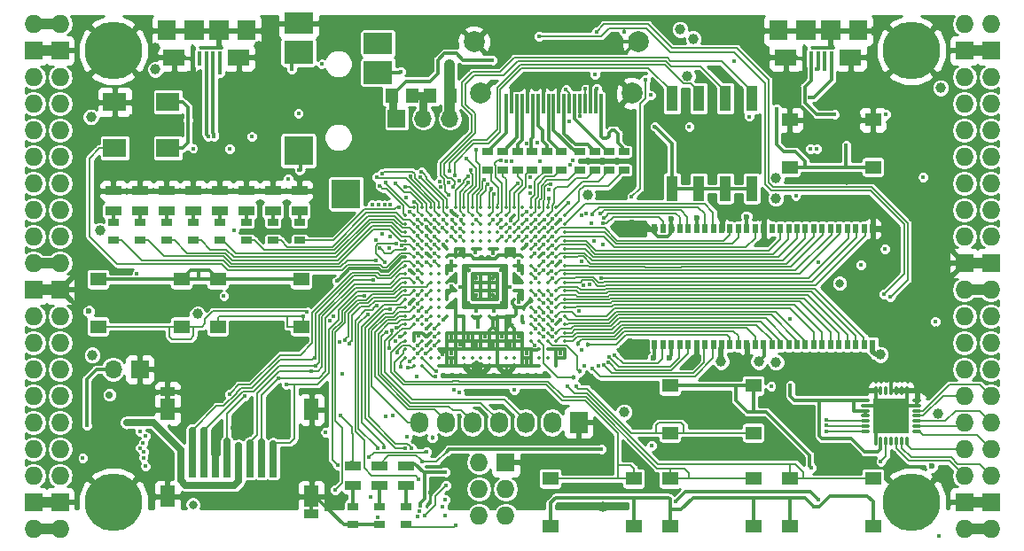
<source format=gtl>
G04 #@! TF.GenerationSoftware,KiCad,Pcbnew,5.0.0-rc2+dfsg1-3*
G04 #@! TF.CreationDate,2018-07-06T14:38:02+02:00*
G04 #@! TF.ProjectId,ulx3s,756C7833732E6B696361645F70636200,rev?*
G04 #@! TF.SameCoordinates,Original*
G04 #@! TF.FileFunction,Copper,L1,Top,Signal*
G04 #@! TF.FilePolarity,Positive*
%FSLAX46Y46*%
G04 Gerber Fmt 4.6, Leading zero omitted, Abs format (unit mm)*
G04 Created by KiCad (PCBNEW 5.0.0-rc2+dfsg1-3) date Fri Jul  6 14:38:02 2018*
%MOMM*%
%LPD*%
G01*
G04 APERTURE LIST*
G04 #@! TA.AperFunction,SMDPad,CuDef*
%ADD10R,0.300000X1.900000*%
G04 #@! TD*
G04 #@! TA.AperFunction,ComponentPad*
%ADD11C,2.000000*%
G04 #@! TD*
G04 #@! TA.AperFunction,SMDPad,CuDef*
%ADD12R,1.120000X2.440000*%
G04 #@! TD*
G04 #@! TA.AperFunction,SMDPad,CuDef*
%ADD13R,0.560000X0.900000*%
G04 #@! TD*
G04 #@! TA.AperFunction,ComponentPad*
%ADD14O,1.727200X1.727200*%
G04 #@! TD*
G04 #@! TA.AperFunction,ComponentPad*
%ADD15R,1.727200X1.727200*%
G04 #@! TD*
G04 #@! TA.AperFunction,ComponentPad*
%ADD16C,5.500000*%
G04 #@! TD*
G04 #@! TA.AperFunction,SMDPad,CuDef*
%ADD17O,0.850000X0.300000*%
G04 #@! TD*
G04 #@! TA.AperFunction,SMDPad,CuDef*
%ADD18O,0.300000X0.850000*%
G04 #@! TD*
G04 #@! TA.AperFunction,SMDPad,CuDef*
%ADD19R,1.675000X1.675000*%
G04 #@! TD*
G04 #@! TA.AperFunction,ComponentPad*
%ADD20R,1.727200X2.032000*%
G04 #@! TD*
G04 #@! TA.AperFunction,ComponentPad*
%ADD21O,1.727200X2.032000*%
G04 #@! TD*
G04 #@! TA.AperFunction,BGAPad,CuDef*
%ADD22C,0.350000*%
G04 #@! TD*
G04 #@! TA.AperFunction,SMDPad,CuDef*
%ADD23R,2.800000X2.000000*%
G04 #@! TD*
G04 #@! TA.AperFunction,SMDPad,CuDef*
%ADD24R,2.800000X2.200000*%
G04 #@! TD*
G04 #@! TA.AperFunction,SMDPad,CuDef*
%ADD25R,2.800000X2.800000*%
G04 #@! TD*
G04 #@! TA.AperFunction,SMDPad,CuDef*
%ADD26R,0.700000X1.500000*%
G04 #@! TD*
G04 #@! TA.AperFunction,SMDPad,CuDef*
%ADD27R,1.450000X0.900000*%
G04 #@! TD*
G04 #@! TA.AperFunction,SMDPad,CuDef*
%ADD28R,1.450000X2.000000*%
G04 #@! TD*
G04 #@! TA.AperFunction,SMDPad,CuDef*
%ADD29R,2.200000X1.800000*%
G04 #@! TD*
G04 #@! TA.AperFunction,SMDPad,CuDef*
%ADD30R,1.000000X0.670000*%
G04 #@! TD*
G04 #@! TA.AperFunction,SMDPad,CuDef*
%ADD31R,1.500000X0.970000*%
G04 #@! TD*
G04 #@! TA.AperFunction,ComponentPad*
%ADD32R,1.700000X1.700000*%
G04 #@! TD*
G04 #@! TA.AperFunction,ComponentPad*
%ADD33O,1.700000X1.700000*%
G04 #@! TD*
G04 #@! TA.AperFunction,SMDPad,CuDef*
%ADD34R,1.295000X1.400000*%
G04 #@! TD*
G04 #@! TA.AperFunction,SMDPad,CuDef*
%ADD35R,1.800000X1.900000*%
G04 #@! TD*
G04 #@! TA.AperFunction,SMDPad,CuDef*
%ADD36R,0.400000X1.350000*%
G04 #@! TD*
G04 #@! TA.AperFunction,SMDPad,CuDef*
%ADD37R,1.900000X1.900000*%
G04 #@! TD*
G04 #@! TA.AperFunction,SMDPad,CuDef*
%ADD38R,2.100000X1.600000*%
G04 #@! TD*
G04 #@! TA.AperFunction,SMDPad,CuDef*
%ADD39R,1.550000X1.300000*%
G04 #@! TD*
G04 #@! TA.AperFunction,ViaPad*
%ADD40C,0.400000*%
G04 #@! TD*
G04 #@! TA.AperFunction,ViaPad*
%ADD41C,2.000000*%
G04 #@! TD*
G04 #@! TA.AperFunction,ViaPad*
%ADD42C,0.454000*%
G04 #@! TD*
G04 #@! TA.AperFunction,ViaPad*
%ADD43C,0.600000*%
G04 #@! TD*
G04 #@! TA.AperFunction,ViaPad*
%ADD44C,1.000000*%
G04 #@! TD*
G04 #@! TA.AperFunction,ViaPad*
%ADD45C,0.800000*%
G04 #@! TD*
G04 #@! TA.AperFunction,ViaPad*
%ADD46C,0.700000*%
G04 #@! TD*
G04 #@! TA.AperFunction,Conductor*
%ADD47C,0.300000*%
G04 #@! TD*
G04 #@! TA.AperFunction,Conductor*
%ADD48C,0.500000*%
G04 #@! TD*
G04 #@! TA.AperFunction,Conductor*
%ADD49C,1.000000*%
G04 #@! TD*
G04 #@! TA.AperFunction,Conductor*
%ADD50C,0.700000*%
G04 #@! TD*
G04 #@! TA.AperFunction,Conductor*
%ADD51C,0.190000*%
G04 #@! TD*
G04 #@! TA.AperFunction,Conductor*
%ADD52C,0.800000*%
G04 #@! TD*
G04 #@! TA.AperFunction,Conductor*
%ADD53C,0.200000*%
G04 #@! TD*
G04 #@! TA.AperFunction,Conductor*
%ADD54C,0.127000*%
G04 #@! TD*
G04 #@! TA.AperFunction,Conductor*
%ADD55C,0.180000*%
G04 #@! TD*
G04 #@! TA.AperFunction,Conductor*
%ADD56C,0.254000*%
G04 #@! TD*
G04 APERTURE END LIST*
D10*
G04 #@! TO.P,GPDI1,19*
G04 #@! TO.N,/gpdi/GPDI_ETH-*
X149546000Y-70312000D03*
G04 #@! TO.P,GPDI1,18*
G04 #@! TO.N,+5V*
X149046000Y-70312000D03*
G04 #@! TO.P,GPDI1,17*
G04 #@! TO.N,GND*
X148546000Y-70312000D03*
G04 #@! TO.P,GPDI1,16*
G04 #@! TO.N,GPDI_SDA*
X148046000Y-70312000D03*
G04 #@! TO.P,GPDI1,15*
G04 #@! TO.N,GPDI_SCL*
X147546000Y-70312000D03*
G04 #@! TO.P,GPDI1,14*
G04 #@! TO.N,/gpdi/GPDI_ETH+*
X147046000Y-70312000D03*
G04 #@! TO.P,GPDI1,13*
G04 #@! TO.N,GPDI_CEC*
X146546000Y-70312000D03*
G04 #@! TO.P,GPDI1,12*
G04 #@! TO.N,/gpdi/GPDI_CLK-*
X146046000Y-70312000D03*
G04 #@! TO.P,GPDI1,11*
G04 #@! TO.N,GND*
X145546000Y-70312000D03*
G04 #@! TO.P,GPDI1,10*
G04 #@! TO.N,/gpdi/GPDI_CLK+*
X145046000Y-70312000D03*
G04 #@! TO.P,GPDI1,9*
G04 #@! TO.N,/gpdi/GPDI_D0-*
X144546000Y-70312000D03*
G04 #@! TO.P,GPDI1,8*
G04 #@! TO.N,GND*
X144046000Y-70312000D03*
G04 #@! TO.P,GPDI1,7*
G04 #@! TO.N,/gpdi/GPDI_D0+*
X143546000Y-70312000D03*
G04 #@! TO.P,GPDI1,6*
G04 #@! TO.N,/gpdi/GPDI_D1-*
X143046000Y-70312000D03*
G04 #@! TO.P,GPDI1,5*
G04 #@! TO.N,GND*
X142546000Y-70312000D03*
G04 #@! TO.P,GPDI1,4*
G04 #@! TO.N,/gpdi/GPDI_D1+*
X142046000Y-70312000D03*
G04 #@! TO.P,GPDI1,3*
G04 #@! TO.N,/gpdi/GPDI_D2-*
X141546000Y-70312000D03*
G04 #@! TO.P,GPDI1,2*
G04 #@! TO.N,GND*
X141046000Y-70312000D03*
G04 #@! TO.P,GPDI1,1*
G04 #@! TO.N,/gpdi/GPDI_D2+*
X140546000Y-70312000D03*
D11*
G04 #@! TO.P,GPDI1,0*
G04 #@! TO.N,GND*
X152546000Y-69312000D03*
X138046000Y-69312000D03*
X153146000Y-64412000D03*
X137446000Y-64412000D03*
G04 #@! TD*
D12*
G04 #@! TO.P,SW1,8*
G04 #@! TO.N,SW1*
X156330000Y-69815000D03*
G04 #@! TO.P,SW1,4*
G04 #@! TO.N,/blinkey/SWPU*
X163950000Y-78425000D03*
G04 #@! TO.P,SW1,7*
G04 #@! TO.N,SW2*
X158870000Y-69815000D03*
G04 #@! TO.P,SW1,3*
G04 #@! TO.N,/blinkey/SWPU*
X161410000Y-78425000D03*
G04 #@! TO.P,SW1,6*
G04 #@! TO.N,SW3*
X161410000Y-69815000D03*
G04 #@! TO.P,SW1,2*
G04 #@! TO.N,/blinkey/SWPU*
X158870000Y-78425000D03*
G04 #@! TO.P,SW1,5*
G04 #@! TO.N,SW4*
X163950000Y-69815000D03*
G04 #@! TO.P,SW1,1*
G04 #@! TO.N,/blinkey/SWPU*
X156330000Y-78425000D03*
G04 #@! TD*
D13*
G04 #@! TO.P,U2,28*
G04 #@! TO.N,GND*
X175493000Y-82270000D03*
G04 #@! TO.P,U2,1*
G04 #@! TO.N,+3V3*
X154693000Y-93330000D03*
G04 #@! TO.P,U2,2*
G04 #@! TO.N,SDRAM_D0*
X155493000Y-93330000D03*
G04 #@! TO.P,U2,3*
G04 #@! TO.N,+3V3*
X156293000Y-93330000D03*
G04 #@! TO.P,U2,4*
G04 #@! TO.N,SDRAM_D1*
X157093000Y-93330000D03*
G04 #@! TO.P,U2,5*
G04 #@! TO.N,SDRAM_D2*
X157893000Y-93330000D03*
G04 #@! TO.P,U2,6*
G04 #@! TO.N,GND*
X158693000Y-93330000D03*
G04 #@! TO.P,U2,7*
G04 #@! TO.N,SDRAM_D3*
X159493000Y-93330000D03*
G04 #@! TO.P,U2,8*
G04 #@! TO.N,SDRAM_D4*
X160293000Y-93330000D03*
G04 #@! TO.P,U2,9*
G04 #@! TO.N,+3V3*
X161093000Y-93330000D03*
G04 #@! TO.P,U2,10*
G04 #@! TO.N,SDRAM_D5*
X161893000Y-93330000D03*
G04 #@! TO.P,U2,11*
G04 #@! TO.N,SDRAM_D6*
X162693000Y-93330000D03*
G04 #@! TO.P,U2,12*
G04 #@! TO.N,GND*
X163493000Y-93330000D03*
G04 #@! TO.P,U2,13*
G04 #@! TO.N,SDRAM_D7*
X164293000Y-93330000D03*
G04 #@! TO.P,U2,14*
G04 #@! TO.N,+3V3*
X165093000Y-93330000D03*
G04 #@! TO.P,U2,15*
G04 #@! TO.N,SDRAM_DQM0*
X165893000Y-93330000D03*
G04 #@! TO.P,U2,16*
G04 #@! TO.N,SDRAM_nWE*
X166693000Y-93330000D03*
G04 #@! TO.P,U2,17*
G04 #@! TO.N,SDRAM_nCAS*
X167493000Y-93330000D03*
G04 #@! TO.P,U2,18*
G04 #@! TO.N,SDRAM_nRAS*
X168293000Y-93330000D03*
G04 #@! TO.P,U2,19*
G04 #@! TO.N,SDRAM_nCS*
X169093000Y-93330000D03*
G04 #@! TO.P,U2,20*
G04 #@! TO.N,SDRAM_BA0*
X169893000Y-93330000D03*
G04 #@! TO.P,U2,21*
G04 #@! TO.N,SDRAM_BA1*
X170693000Y-93330000D03*
G04 #@! TO.P,U2,22*
G04 #@! TO.N,SDRAM_A10*
X171493000Y-93330000D03*
G04 #@! TO.P,U2,23*
G04 #@! TO.N,SDRAM_A0*
X172293000Y-93330000D03*
G04 #@! TO.P,U2,24*
G04 #@! TO.N,SDRAM_A1*
X173093000Y-93330000D03*
G04 #@! TO.P,U2,25*
G04 #@! TO.N,SDRAM_A2*
X173893000Y-93330000D03*
G04 #@! TO.P,U2,26*
G04 #@! TO.N,SDRAM_A3*
X174693000Y-93330000D03*
G04 #@! TO.P,U2,27*
G04 #@! TO.N,+3V3*
X175493000Y-93330000D03*
G04 #@! TO.P,U2,29*
G04 #@! TO.N,SDRAM_A4*
X174693000Y-82270000D03*
G04 #@! TO.P,U2,30*
G04 #@! TO.N,SDRAM_A5*
X173893000Y-82270000D03*
G04 #@! TO.P,U2,31*
G04 #@! TO.N,SDRAM_A6*
X173093000Y-82270000D03*
G04 #@! TO.P,U2,32*
G04 #@! TO.N,SDRAM_A7*
X172293000Y-82270000D03*
G04 #@! TO.P,U2,33*
G04 #@! TO.N,SDRAM_A8*
X171493000Y-82270000D03*
G04 #@! TO.P,U2,34*
G04 #@! TO.N,SDRAM_A9*
X170693000Y-82270000D03*
G04 #@! TO.P,U2,35*
G04 #@! TO.N,SDRAM_A11*
X169893000Y-82270000D03*
G04 #@! TO.P,U2,36*
G04 #@! TO.N,SDRAM_A12*
X169093000Y-82270000D03*
G04 #@! TO.P,U2,37*
G04 #@! TO.N,SDRAM_CKE*
X168293000Y-82270000D03*
G04 #@! TO.P,U2,38*
G04 #@! TO.N,SDRAM_CLK*
X167493000Y-82270000D03*
G04 #@! TO.P,U2,39*
G04 #@! TO.N,SDRAM_DQM1*
X166693000Y-82270000D03*
G04 #@! TO.P,U2,40*
G04 #@! TO.N,N/C*
X165893000Y-82270000D03*
G04 #@! TO.P,U2,41*
G04 #@! TO.N,GND*
X165093000Y-82270000D03*
G04 #@! TO.P,U2,42*
G04 #@! TO.N,SDRAM_D8*
X164293000Y-82270000D03*
G04 #@! TO.P,U2,43*
G04 #@! TO.N,+3V3*
X163493000Y-82270000D03*
G04 #@! TO.P,U2,44*
G04 #@! TO.N,SDRAM_D9*
X162693000Y-82270000D03*
G04 #@! TO.P,U2,45*
G04 #@! TO.N,SDRAM_D10*
X161893000Y-82270000D03*
G04 #@! TO.P,U2,46*
G04 #@! TO.N,GND*
X161093000Y-82270000D03*
G04 #@! TO.P,U2,47*
G04 #@! TO.N,SDRAM_D11*
X160293000Y-82270000D03*
G04 #@! TO.P,U2,48*
G04 #@! TO.N,SDRAM_D12*
X159493000Y-82270000D03*
G04 #@! TO.P,U2,49*
G04 #@! TO.N,+3V3*
X158693000Y-82270000D03*
G04 #@! TO.P,U2,50*
G04 #@! TO.N,SDRAM_D13*
X157893000Y-82270000D03*
G04 #@! TO.P,U2,51*
G04 #@! TO.N,SDRAM_D14*
X157093000Y-82270000D03*
G04 #@! TO.P,U2,52*
G04 #@! TO.N,GND*
X156293000Y-82270000D03*
G04 #@! TO.P,U2,53*
G04 #@! TO.N,SDRAM_D15*
X155493000Y-82270000D03*
G04 #@! TO.P,U2,54*
G04 #@! TO.N,GND*
X154693000Y-82270000D03*
G04 #@! TD*
D14*
G04 #@! TO.P,J1,1*
G04 #@! TO.N,2V5_3V3*
X97910000Y-62690000D03*
G04 #@! TO.P,J1,2*
X95370000Y-62690000D03*
D15*
G04 #@! TO.P,J1,3*
G04 #@! TO.N,GND*
X97910000Y-65230000D03*
G04 #@! TO.P,J1,4*
X95370000Y-65230000D03*
D14*
G04 #@! TO.P,J1,5*
G04 #@! TO.N,GN0*
X97910000Y-67770000D03*
G04 #@! TO.P,J1,6*
G04 #@! TO.N,GP0*
X95370000Y-67770000D03*
G04 #@! TO.P,J1,7*
G04 #@! TO.N,GN1*
X97910000Y-70310000D03*
G04 #@! TO.P,J1,8*
G04 #@! TO.N,GP1*
X95370000Y-70310000D03*
G04 #@! TO.P,J1,9*
G04 #@! TO.N,GN2*
X97910000Y-72850000D03*
G04 #@! TO.P,J1,10*
G04 #@! TO.N,GP2*
X95370000Y-72850000D03*
G04 #@! TO.P,J1,11*
G04 #@! TO.N,GN3*
X97910000Y-75390000D03*
G04 #@! TO.P,J1,12*
G04 #@! TO.N,GP3*
X95370000Y-75390000D03*
G04 #@! TO.P,J1,13*
G04 #@! TO.N,GN4*
X97910000Y-77930000D03*
G04 #@! TO.P,J1,14*
G04 #@! TO.N,GP4*
X95370000Y-77930000D03*
G04 #@! TO.P,J1,15*
G04 #@! TO.N,GN5*
X97910000Y-80470000D03*
G04 #@! TO.P,J1,16*
G04 #@! TO.N,GP5*
X95370000Y-80470000D03*
G04 #@! TO.P,J1,17*
G04 #@! TO.N,GN6*
X97910000Y-83010000D03*
G04 #@! TO.P,J1,18*
G04 #@! TO.N,GP6*
X95370000Y-83010000D03*
G04 #@! TO.P,J1,19*
G04 #@! TO.N,2V5_3V3*
X97910000Y-85550000D03*
G04 #@! TO.P,J1,20*
X95370000Y-85550000D03*
D15*
G04 #@! TO.P,J1,21*
G04 #@! TO.N,GND*
X97910000Y-88090000D03*
G04 #@! TO.P,J1,22*
X95370000Y-88090000D03*
D14*
G04 #@! TO.P,J1,23*
G04 #@! TO.N,GN7*
X97910000Y-90630000D03*
G04 #@! TO.P,J1,24*
G04 #@! TO.N,GP7*
X95370000Y-90630000D03*
G04 #@! TO.P,J1,25*
G04 #@! TO.N,GN8*
X97910000Y-93170000D03*
G04 #@! TO.P,J1,26*
G04 #@! TO.N,GP8*
X95370000Y-93170000D03*
G04 #@! TO.P,J1,27*
G04 #@! TO.N,GN9*
X97910000Y-95710000D03*
G04 #@! TO.P,J1,28*
G04 #@! TO.N,GP9*
X95370000Y-95710000D03*
G04 #@! TO.P,J1,29*
G04 #@! TO.N,GN10*
X97910000Y-98250000D03*
G04 #@! TO.P,J1,30*
G04 #@! TO.N,GP10*
X95370000Y-98250000D03*
G04 #@! TO.P,J1,31*
G04 #@! TO.N,GN11*
X97910000Y-100790000D03*
G04 #@! TO.P,J1,32*
G04 #@! TO.N,GP11*
X95370000Y-100790000D03*
G04 #@! TO.P,J1,33*
G04 #@! TO.N,GN12*
X97910000Y-103330000D03*
G04 #@! TO.P,J1,34*
G04 #@! TO.N,GP12*
X95370000Y-103330000D03*
G04 #@! TO.P,J1,35*
G04 #@! TO.N,GN13*
X97910000Y-105870000D03*
G04 #@! TO.P,J1,36*
G04 #@! TO.N,GP13*
X95370000Y-105870000D03*
D15*
G04 #@! TO.P,J1,37*
G04 #@! TO.N,GND*
X97910000Y-108410000D03*
G04 #@! TO.P,J1,38*
X95370000Y-108410000D03*
D14*
G04 #@! TO.P,J1,39*
G04 #@! TO.N,2V5_3V3*
X97910000Y-110950000D03*
G04 #@! TO.P,J1,40*
X95370000Y-110950000D03*
G04 #@! TD*
G04 #@! TO.P,J2,1*
G04 #@! TO.N,+3V3*
X184270000Y-110950000D03*
G04 #@! TO.P,J2,2*
X186810000Y-110950000D03*
D15*
G04 #@! TO.P,J2,3*
G04 #@! TO.N,GND*
X184270000Y-108410000D03*
G04 #@! TO.P,J2,4*
X186810000Y-108410000D03*
D14*
G04 #@! TO.P,J2,5*
G04 #@! TO.N,GN14*
X184270000Y-105870000D03*
G04 #@! TO.P,J2,6*
G04 #@! TO.N,GP14*
X186810000Y-105870000D03*
G04 #@! TO.P,J2,7*
G04 #@! TO.N,GN15*
X184270000Y-103330000D03*
G04 #@! TO.P,J2,8*
G04 #@! TO.N,GP15*
X186810000Y-103330000D03*
G04 #@! TO.P,J2,9*
G04 #@! TO.N,GN16*
X184270000Y-100790000D03*
G04 #@! TO.P,J2,10*
G04 #@! TO.N,GP16*
X186810000Y-100790000D03*
G04 #@! TO.P,J2,11*
G04 #@! TO.N,GN17*
X184270000Y-98250000D03*
G04 #@! TO.P,J2,12*
G04 #@! TO.N,GP17*
X186810000Y-98250000D03*
G04 #@! TO.P,J2,13*
G04 #@! TO.N,GN18*
X184270000Y-95710000D03*
G04 #@! TO.P,J2,14*
G04 #@! TO.N,GP18*
X186810000Y-95710000D03*
G04 #@! TO.P,J2,15*
G04 #@! TO.N,GN19*
X184270000Y-93170000D03*
G04 #@! TO.P,J2,16*
G04 #@! TO.N,GP19*
X186810000Y-93170000D03*
G04 #@! TO.P,J2,17*
G04 #@! TO.N,GN20*
X184270000Y-90630000D03*
G04 #@! TO.P,J2,18*
G04 #@! TO.N,GP20*
X186810000Y-90630000D03*
G04 #@! TO.P,J2,19*
G04 #@! TO.N,+3V3*
X184270000Y-88090000D03*
G04 #@! TO.P,J2,20*
X186810000Y-88090000D03*
D15*
G04 #@! TO.P,J2,21*
G04 #@! TO.N,GND*
X184270000Y-85550000D03*
G04 #@! TO.P,J2,22*
X186810000Y-85550000D03*
D14*
G04 #@! TO.P,J2,23*
G04 #@! TO.N,GN21*
X184270000Y-83010000D03*
G04 #@! TO.P,J2,24*
G04 #@! TO.N,GP21*
X186810000Y-83010000D03*
G04 #@! TO.P,J2,25*
G04 #@! TO.N,GN22*
X184270000Y-80470000D03*
G04 #@! TO.P,J2,26*
G04 #@! TO.N,GP22*
X186810000Y-80470000D03*
G04 #@! TO.P,J2,27*
G04 #@! TO.N,GN23*
X184270000Y-77930000D03*
G04 #@! TO.P,J2,28*
G04 #@! TO.N,GP23*
X186810000Y-77930000D03*
G04 #@! TO.P,J2,29*
G04 #@! TO.N,GN24*
X184270000Y-75390000D03*
G04 #@! TO.P,J2,30*
G04 #@! TO.N,GP24*
X186810000Y-75390000D03*
G04 #@! TO.P,J2,31*
G04 #@! TO.N,GN25*
X184270000Y-72850000D03*
G04 #@! TO.P,J2,32*
G04 #@! TO.N,GP25*
X186810000Y-72850000D03*
G04 #@! TO.P,J2,33*
G04 #@! TO.N,GN26*
X184270000Y-70310000D03*
G04 #@! TO.P,J2,34*
G04 #@! TO.N,GP26*
X186810000Y-70310000D03*
G04 #@! TO.P,J2,35*
G04 #@! TO.N,GN27*
X184270000Y-67770000D03*
G04 #@! TO.P,J2,36*
G04 #@! TO.N,GP27*
X186810000Y-67770000D03*
D15*
G04 #@! TO.P,J2,37*
G04 #@! TO.N,GND*
X184270000Y-65230000D03*
G04 #@! TO.P,J2,38*
X186810000Y-65230000D03*
D14*
G04 #@! TO.P,J2,39*
G04 #@! TO.N,/gpio/IN5V*
X184270000Y-62690000D03*
G04 #@! TO.P,J2,40*
G04 #@! TO.N,/gpio/OUT5V*
X186810000Y-62690000D03*
G04 #@! TD*
D16*
G04 #@! TO.P,H1,1*
G04 #@! TO.N,GND*
X102990000Y-108410000D03*
G04 #@! TD*
G04 #@! TO.P,H2,1*
G04 #@! TO.N,GND*
X179190000Y-108410000D03*
G04 #@! TD*
G04 #@! TO.P,H3,1*
G04 #@! TO.N,GND*
X179190000Y-65230000D03*
G04 #@! TD*
G04 #@! TO.P,H4,1*
G04 #@! TO.N,GND*
X102990000Y-65230000D03*
G04 #@! TD*
D15*
G04 #@! TO.P,J4,1*
G04 #@! TO.N,GND*
X140455000Y-104600000D03*
D14*
G04 #@! TO.P,J4,2*
G04 #@! TO.N,+3V3*
X137915000Y-104600000D03*
G04 #@! TO.P,J4,3*
G04 #@! TO.N,JTAG_TDI*
X140455000Y-107140000D03*
G04 #@! TO.P,J4,4*
G04 #@! TO.N,JTAG_TCK*
X137915000Y-107140000D03*
G04 #@! TO.P,J4,5*
G04 #@! TO.N,JTAG_TMS*
X140455000Y-109680000D03*
G04 #@! TO.P,J4,6*
G04 #@! TO.N,JTAG_TDO*
X137915000Y-109680000D03*
G04 #@! TD*
D17*
G04 #@! TO.P,U8,1*
G04 #@! TO.N,GP15*
X179735000Y-101655000D03*
G04 #@! TO.P,U8,2*
G04 #@! TO.N,GN16*
X179735000Y-101155000D03*
G04 #@! TO.P,U8,3*
G04 #@! TO.N,GP16*
X179735000Y-100655000D03*
G04 #@! TO.P,U8,4*
G04 #@! TO.N,GN17*
X179735000Y-100155000D03*
G04 #@! TO.P,U8,5*
G04 #@! TO.N,GP17*
X179735000Y-99655000D03*
G04 #@! TO.P,U8,6*
G04 #@! TO.N,GND*
X179735000Y-99155000D03*
G04 #@! TO.P,U8,7*
X179735000Y-98655000D03*
D18*
G04 #@! TO.P,U8,8*
X178785000Y-97705000D03*
G04 #@! TO.P,U8,9*
X178285000Y-97705000D03*
G04 #@! TO.P,U8,10*
X177785000Y-97705000D03*
G04 #@! TO.P,U8,11*
X177285000Y-97705000D03*
G04 #@! TO.P,U8,12*
G04 #@! TO.N,Net-(U8-Pad12)*
X176785000Y-97705000D03*
G04 #@! TO.P,U8,13*
G04 #@! TO.N,GND*
X176285000Y-97705000D03*
G04 #@! TO.P,U8,14*
X175785000Y-97705000D03*
D17*
G04 #@! TO.P,U8,15*
G04 #@! TO.N,/analog/ADC3V3*
X174835000Y-98655000D03*
G04 #@! TO.P,U8,16*
G04 #@! TO.N,GND*
X174835000Y-99155000D03*
G04 #@! TO.P,U8,17*
G04 #@! TO.N,/analog/ADC3V3*
X174835000Y-99655000D03*
G04 #@! TO.P,U8,18*
X174835000Y-100155000D03*
G04 #@! TO.P,U8,19*
G04 #@! TO.N,ADC_SCLK*
X174835000Y-100655000D03*
G04 #@! TO.P,U8,20*
G04 #@! TO.N,ADC_CSn*
X174835000Y-101155000D03*
G04 #@! TO.P,U8,21*
G04 #@! TO.N,ADC_MOSI*
X174835000Y-101655000D03*
D18*
G04 #@! TO.P,U8,22*
G04 #@! TO.N,GND*
X175785000Y-102605000D03*
G04 #@! TO.P,U8,23*
G04 #@! TO.N,/analog/ADC3V3*
X176285000Y-102605000D03*
G04 #@! TO.P,U8,24*
G04 #@! TO.N,ADC_MISO*
X176785000Y-102605000D03*
G04 #@! TO.P,U8,25*
G04 #@! TO.N,Net-(U8-Pad25)*
X177285000Y-102605000D03*
G04 #@! TO.P,U8,26*
G04 #@! TO.N,GN14*
X177785000Y-102605000D03*
G04 #@! TO.P,U8,27*
G04 #@! TO.N,GP14*
X178285000Y-102605000D03*
G04 #@! TO.P,U8,28*
G04 #@! TO.N,GN15*
X178785000Y-102605000D03*
D19*
G04 #@! TO.P,U8,29*
G04 #@! TO.N,GND*
X176447500Y-99317500D03*
X176447500Y-100992500D03*
X178122500Y-99317500D03*
X178122500Y-100992500D03*
G04 #@! TD*
D20*
G04 #@! TO.P,OLED1,1*
G04 #@! TO.N,GND*
X147440000Y-100790000D03*
D21*
G04 #@! TO.P,OLED1,2*
G04 #@! TO.N,+3V3*
X144900000Y-100790000D03*
G04 #@! TO.P,OLED1,3*
G04 #@! TO.N,OLED_CLK*
X142360000Y-100790000D03*
G04 #@! TO.P,OLED1,4*
G04 #@! TO.N,OLED_MOSI*
X139820000Y-100790000D03*
G04 #@! TO.P,OLED1,5*
G04 #@! TO.N,OLED_RES*
X137280000Y-100790000D03*
G04 #@! TO.P,OLED1,6*
G04 #@! TO.N,OLED_DC*
X134740000Y-100790000D03*
G04 #@! TO.P,OLED1,7*
G04 #@! TO.N,OLED_CS*
X132200000Y-100790000D03*
G04 #@! TD*
D22*
G04 #@! TO.P,U1,A2*
G04 #@! TO.N,GP9*
X131680000Y-80200000D03*
G04 #@! TO.P,U1,A3*
G04 #@! TO.N,AUDIO_R0*
X132480000Y-80200000D03*
G04 #@! TO.P,U1,A4*
G04 #@! TO.N,GP8*
X133280000Y-80200000D03*
G04 #@! TO.P,U1,A5*
G04 #@! TO.N,GN8*
X134080000Y-80200000D03*
G04 #@! TO.P,U1,A6*
G04 #@! TO.N,GP7*
X134880000Y-80200000D03*
G04 #@! TO.P,U1,A7*
G04 #@! TO.N,GP4*
X135680000Y-80200000D03*
G04 #@! TO.P,U1,A8*
G04 #@! TO.N,GN4*
X136480000Y-80200000D03*
G04 #@! TO.P,U1,A9*
G04 #@! TO.N,GP2*
X137280000Y-80200000D03*
G04 #@! TO.P,U1,A10*
G04 #@! TO.N,GP1*
X138080000Y-80200000D03*
G04 #@! TO.P,U1,A11*
G04 #@! TO.N,GN1*
X138880000Y-80200000D03*
G04 #@! TO.P,U1,A12*
G04 #@! TO.N,FPDI_D2+*
X139680000Y-80200000D03*
G04 #@! TO.P,U1,A13*
G04 #@! TO.N,FPDI_D2-*
X140480000Y-80200000D03*
G04 #@! TO.P,U1,A14*
G04 #@! TO.N,FPDI_D1+*
X141280000Y-80200000D03*
G04 #@! TO.P,U1,A15*
G04 #@! TO.N,Net-(U1-PadA15)*
X142080000Y-80200000D03*
G04 #@! TO.P,U1,A16*
G04 #@! TO.N,FPDI_D0+*
X142880000Y-80200000D03*
G04 #@! TO.P,U1,A17*
G04 #@! TO.N,FPDI_CLK+*
X143680000Y-80200000D03*
G04 #@! TO.P,U1,A18*
G04 #@! TO.N,/gpdi/FPDI_CEC*
X144480000Y-80200000D03*
G04 #@! TO.P,U1,A19*
G04 #@! TO.N,FPDI_ETH+*
X145280000Y-80200000D03*
G04 #@! TO.P,U1,B1*
G04 #@! TO.N,GN9*
X130880000Y-81000000D03*
G04 #@! TO.P,U1,B2*
G04 #@! TO.N,LED0*
X131680000Y-81000000D03*
G04 #@! TO.P,U1,B3*
G04 #@! TO.N,AUDIO_L3*
X132480000Y-81000000D03*
G04 #@! TO.P,U1,B4*
G04 #@! TO.N,GN10*
X133280000Y-81000000D03*
G04 #@! TO.P,U1,B5*
G04 #@! TO.N,AUDIO_R1*
X134080000Y-81000000D03*
G04 #@! TO.P,U1,B6*
G04 #@! TO.N,GN7*
X134880000Y-81000000D03*
G04 #@! TO.P,U1,B7*
G04 #@! TO.N,GND*
X135680000Y-81000000D03*
G04 #@! TO.P,U1,B8*
G04 #@! TO.N,GN5*
X136480000Y-81000000D03*
G04 #@! TO.P,U1,B9*
G04 #@! TO.N,GP3*
X137280000Y-81000000D03*
G04 #@! TO.P,U1,B10*
G04 #@! TO.N,GN2*
X138080000Y-81000000D03*
G04 #@! TO.P,U1,B11*
G04 #@! TO.N,GP0*
X138880000Y-81000000D03*
G04 #@! TO.P,U1,B12*
G04 #@! TO.N,USB_FPGA_PULL_D+*
X139680000Y-81000000D03*
G04 #@! TO.P,U1,B13*
G04 #@! TO.N,GP26*
X140480000Y-81000000D03*
G04 #@! TO.P,U1,B14*
G04 #@! TO.N,GND*
X141280000Y-81000000D03*
G04 #@! TO.P,U1,B15*
G04 #@! TO.N,GP22*
X142080000Y-81000000D03*
G04 #@! TO.P,U1,B16*
G04 #@! TO.N,FPDI_D0-*
X142880000Y-81000000D03*
G04 #@! TO.P,U1,B17*
G04 #@! TO.N,GP23*
X143680000Y-81000000D03*
G04 #@! TO.P,U1,B18*
G04 #@! TO.N,FPDI_CLK-*
X144480000Y-81000000D03*
G04 #@! TO.P,U1,B19*
G04 #@! TO.N,FPDI_SDA*
X145280000Y-81000000D03*
G04 #@! TO.P,U1,B20*
G04 #@! TO.N,FPDI_ETH-*
X146080000Y-81000000D03*
G04 #@! TO.P,U1,C1*
G04 #@! TO.N,LED2*
X130880000Y-81800000D03*
G04 #@! TO.P,U1,C2*
G04 #@! TO.N,LED1*
X131680000Y-81800000D03*
G04 #@! TO.P,U1,C3*
G04 #@! TO.N,AUDIO_L2*
X132480000Y-81800000D03*
G04 #@! TO.P,U1,C4*
G04 #@! TO.N,GP10*
X133280000Y-81800000D03*
G04 #@! TO.P,U1,C5*
G04 #@! TO.N,AUDIO_R3*
X134080000Y-81800000D03*
G04 #@! TO.P,U1,C6*
G04 #@! TO.N,GP6*
X134880000Y-81800000D03*
G04 #@! TO.P,U1,C7*
G04 #@! TO.N,GN6*
X135680000Y-81800000D03*
G04 #@! TO.P,U1,C8*
G04 #@! TO.N,GP5*
X136480000Y-81800000D03*
G04 #@! TO.P,U1,C9*
G04 #@! TO.N,Net-(U1-PadC9)*
X137280000Y-81800000D03*
G04 #@! TO.P,U1,C10*
G04 #@! TO.N,GN3*
X138080000Y-81800000D03*
G04 #@! TO.P,U1,C11*
G04 #@! TO.N,GN0*
X138880000Y-81800000D03*
G04 #@! TO.P,U1,C12*
G04 #@! TO.N,USB_FPGA_PULL_D-*
X139680000Y-81800000D03*
G04 #@! TO.P,U1,C13*
G04 #@! TO.N,GN26*
X140480000Y-81800000D03*
G04 #@! TO.P,U1,C14*
G04 #@! TO.N,FPDI_D1-*
X141280000Y-81800000D03*
G04 #@! TO.P,U1,C15*
G04 #@! TO.N,GN22*
X142080000Y-81800000D03*
G04 #@! TO.P,U1,C16*
G04 #@! TO.N,GP24*
X142880000Y-81800000D03*
G04 #@! TO.P,U1,C17*
G04 #@! TO.N,GN23*
X143680000Y-81800000D03*
G04 #@! TO.P,U1,C18*
G04 #@! TO.N,GP21*
X144480000Y-81800000D03*
G04 #@! TO.P,U1,C19*
G04 #@! TO.N,GND*
X145280000Y-81800000D03*
G04 #@! TO.P,U1,C20*
G04 #@! TO.N,SDRAM_D11*
X146080000Y-81800000D03*
G04 #@! TO.P,U1,D1*
G04 #@! TO.N,LED4*
X130880000Y-82600000D03*
G04 #@! TO.P,U1,D2*
G04 #@! TO.N,LED3*
X131680000Y-82600000D03*
G04 #@! TO.P,U1,D3*
G04 #@! TO.N,AUDIO_L1*
X132480000Y-82600000D03*
G04 #@! TO.P,U1,D4*
G04 #@! TO.N,GND*
X133280000Y-82600000D03*
G04 #@! TO.P,U1,D5*
G04 #@! TO.N,AUDIO_R2*
X134080000Y-82600000D03*
G04 #@! TO.P,U1,D6*
G04 #@! TO.N,BTN_PWRn*
X134880000Y-82600000D03*
G04 #@! TO.P,U1,D7*
G04 #@! TO.N,SW3*
X135680000Y-82600000D03*
G04 #@! TO.P,U1,D8*
G04 #@! TO.N,SW2*
X136480000Y-82600000D03*
G04 #@! TO.P,U1,D9*
G04 #@! TO.N,Net-(U1-PadD9)*
X137280000Y-82600000D03*
G04 #@! TO.P,U1,D10*
G04 #@! TO.N,Net-(U1-PadD10)*
X138080000Y-82600000D03*
G04 #@! TO.P,U1,D11*
G04 #@! TO.N,Net-(U1-PadD11)*
X138880000Y-82600000D03*
G04 #@! TO.P,U1,D12*
G04 #@! TO.N,Net-(U1-PadD12)*
X139680000Y-82600000D03*
G04 #@! TO.P,U1,D13*
G04 #@! TO.N,GP27*
X140480000Y-82600000D03*
G04 #@! TO.P,U1,D14*
G04 #@! TO.N,GP25*
X141280000Y-82600000D03*
G04 #@! TO.P,U1,D15*
G04 #@! TO.N,USB_FPGA_D+*
X142080000Y-82600000D03*
G04 #@! TO.P,U1,D16*
G04 #@! TO.N,GN24*
X142880000Y-82600000D03*
G04 #@! TO.P,U1,D17*
G04 #@! TO.N,GN21*
X143680000Y-82600000D03*
G04 #@! TO.P,U1,D18*
G04 #@! TO.N,GP20*
X144480000Y-82600000D03*
G04 #@! TO.P,U1,D19*
G04 #@! TO.N,SDRAM_D10*
X145280000Y-82600000D03*
G04 #@! TO.P,U1,D20*
G04 #@! TO.N,SDRAM_D9*
X146080000Y-82600000D03*
G04 #@! TO.P,U1,E1*
G04 #@! TO.N,LED6*
X130880000Y-83400000D03*
G04 #@! TO.P,U1,E2*
G04 #@! TO.N,LED5*
X131680000Y-83400000D03*
G04 #@! TO.P,U1,E3*
G04 #@! TO.N,GN11*
X132480000Y-83400000D03*
G04 #@! TO.P,U1,E4*
G04 #@! TO.N,AUDIO_L0*
X133280000Y-83400000D03*
G04 #@! TO.P,U1,E5*
G04 #@! TO.N,AUDIO_V3*
X134080000Y-83400000D03*
G04 #@! TO.P,U1,E6*
G04 #@! TO.N,Net-(U1-PadE6)*
X134880000Y-83400000D03*
G04 #@! TO.P,U1,E7*
G04 #@! TO.N,SW4*
X135680000Y-83400000D03*
G04 #@! TO.P,U1,E8*
G04 #@! TO.N,SW1*
X136480000Y-83400000D03*
G04 #@! TO.P,U1,E9*
G04 #@! TO.N,Net-(U1-PadE9)*
X137280000Y-83400000D03*
G04 #@! TO.P,U1,E10*
G04 #@! TO.N,Net-(U1-PadE10)*
X138080000Y-83400000D03*
G04 #@! TO.P,U1,E11*
G04 #@! TO.N,Net-(U1-PadE11)*
X138880000Y-83400000D03*
G04 #@! TO.P,U1,E12*
G04 #@! TO.N,FPDI_SCL*
X139680000Y-83400000D03*
G04 #@! TO.P,U1,E13*
G04 #@! TO.N,GN27*
X140480000Y-83400000D03*
G04 #@! TO.P,U1,E14*
G04 #@! TO.N,GN25*
X141280000Y-83400000D03*
G04 #@! TO.P,U1,E15*
G04 #@! TO.N,USB_FPGA_D-*
X142080000Y-83400000D03*
G04 #@! TO.P,U1,E16*
G04 #@! TO.N,USB_FPGA_D+*
X142880000Y-83400000D03*
G04 #@! TO.P,U1,E17*
G04 #@! TO.N,GN20*
X143680000Y-83400000D03*
G04 #@! TO.P,U1,E18*
G04 #@! TO.N,SDRAM_D12*
X144480000Y-83400000D03*
G04 #@! TO.P,U1,E19*
G04 #@! TO.N,SDRAM_D8*
X145280000Y-83400000D03*
G04 #@! TO.P,U1,E20*
G04 #@! TO.N,SDRAM_DQM1*
X146080000Y-83400000D03*
G04 #@! TO.P,U1,F1*
G04 #@! TO.N,WIFI_EN*
X130880000Y-84200000D03*
G04 #@! TO.P,U1,F2*
G04 #@! TO.N,AUDIO_V1*
X131680000Y-84200000D03*
G04 #@! TO.P,U1,F3*
G04 #@! TO.N,GN12*
X132480000Y-84200000D03*
G04 #@! TO.P,U1,F4*
G04 #@! TO.N,GP11*
X133280000Y-84200000D03*
G04 #@! TO.P,U1,F5*
G04 #@! TO.N,AUDIO_V2*
X134080000Y-84200000D03*
G04 #@! TO.P,U1,F6*
G04 #@! TO.N,+2V5*
X134880000Y-84200000D03*
G04 #@! TO.P,U1,F7*
G04 #@! TO.N,GND*
X135680000Y-84200000D03*
G04 #@! TO.P,U1,F8*
X136480000Y-84200000D03*
G04 #@! TO.P,U1,F9*
G04 #@! TO.N,2V5_3V3*
X137280000Y-84200000D03*
G04 #@! TO.P,U1,F10*
X138080000Y-84200000D03*
G04 #@! TO.P,U1,F11*
G04 #@! TO.N,+3V3*
X138880000Y-84200000D03*
G04 #@! TO.P,U1,F12*
X139680000Y-84200000D03*
G04 #@! TO.P,U1,F13*
G04 #@! TO.N,GND*
X140480000Y-84200000D03*
G04 #@! TO.P,U1,F14*
X141280000Y-84200000D03*
G04 #@! TO.P,U1,F15*
G04 #@! TO.N,+2V5*
X142080000Y-84200000D03*
G04 #@! TO.P,U1,F16*
G04 #@! TO.N,USB_FPGA_D-*
X142880000Y-84200000D03*
G04 #@! TO.P,U1,F17*
G04 #@! TO.N,GP19*
X143680000Y-84200000D03*
G04 #@! TO.P,U1,F18*
G04 #@! TO.N,SDRAM_D13*
X144480000Y-84200000D03*
G04 #@! TO.P,U1,F19*
G04 #@! TO.N,SDRAM_CLK*
X145280000Y-84200000D03*
G04 #@! TO.P,U1,F20*
G04 #@! TO.N,SDRAM_CKE*
X146080000Y-84200000D03*
G04 #@! TO.P,U1,G1*
G04 #@! TO.N,/usb/ANT_433MHz*
X130880000Y-85000000D03*
G04 #@! TO.P,U1,G2*
G04 #@! TO.N,CLK_25MHz*
X131680000Y-85000000D03*
G04 #@! TO.P,U1,G3*
G04 #@! TO.N,GP12*
X132480000Y-85000000D03*
G04 #@! TO.P,U1,G4*
G04 #@! TO.N,GND*
X133280000Y-85000000D03*
G04 #@! TO.P,U1,G5*
G04 #@! TO.N,GN13*
X134080000Y-85000000D03*
G04 #@! TO.P,U1,G6*
G04 #@! TO.N,GND*
X134880000Y-85000000D03*
G04 #@! TO.P,U1,G7*
X135680000Y-85000000D03*
G04 #@! TO.P,U1,G8*
X136480000Y-85000000D03*
G04 #@! TO.P,U1,G9*
X137280000Y-85000000D03*
G04 #@! TO.P,U1,G10*
X138080000Y-85000000D03*
G04 #@! TO.P,U1,G11*
X138880000Y-85000000D03*
G04 #@! TO.P,U1,G12*
X139680000Y-85000000D03*
G04 #@! TO.P,U1,G13*
X140480000Y-85000000D03*
G04 #@! TO.P,U1,G14*
X141280000Y-85000000D03*
G04 #@! TO.P,U1,G15*
X142080000Y-85000000D03*
G04 #@! TO.P,U1,G16*
G04 #@! TO.N,SHUTDOWN*
X142880000Y-85000000D03*
G04 #@! TO.P,U1,G17*
G04 #@! TO.N,GND*
X143680000Y-85000000D03*
G04 #@! TO.P,U1,G18*
G04 #@! TO.N,GN19*
X144480000Y-85000000D03*
G04 #@! TO.P,U1,G19*
G04 #@! TO.N,SDRAM_A12*
X145280000Y-85000000D03*
G04 #@! TO.P,U1,G20*
G04 #@! TO.N,SDRAM_A11*
X146080000Y-85000000D03*
G04 #@! TO.P,U1,H1*
G04 #@! TO.N,SD_D1*
X130880000Y-85800000D03*
G04 #@! TO.P,U1,H2*
G04 #@! TO.N,SD_CLK*
X131680000Y-85800000D03*
G04 #@! TO.P,U1,H3*
G04 #@! TO.N,LED7*
X132480000Y-85800000D03*
G04 #@! TO.P,U1,H4*
G04 #@! TO.N,GP13*
X133280000Y-85800000D03*
G04 #@! TO.P,U1,H5*
G04 #@! TO.N,AUDIO_V0*
X134080000Y-85800000D03*
G04 #@! TO.P,U1,H6*
G04 #@! TO.N,2V5_3V3*
X134880000Y-85800000D03*
G04 #@! TO.P,U1,H7*
X135680000Y-85800000D03*
G04 #@! TO.P,U1,H8*
G04 #@! TO.N,+1V1*
X136480000Y-85800000D03*
G04 #@! TO.P,U1,H9*
X137280000Y-85800000D03*
G04 #@! TO.P,U1,H10*
X138080000Y-85800000D03*
G04 #@! TO.P,U1,H11*
X138880000Y-85800000D03*
G04 #@! TO.P,U1,H12*
X139680000Y-85800000D03*
G04 #@! TO.P,U1,H13*
X140480000Y-85800000D03*
G04 #@! TO.P,U1,H14*
G04 #@! TO.N,+3V3*
X141280000Y-85800000D03*
G04 #@! TO.P,U1,H15*
X142080000Y-85800000D03*
G04 #@! TO.P,U1,H16*
G04 #@! TO.N,BTN_R*
X142880000Y-85800000D03*
G04 #@! TO.P,U1,H17*
G04 #@! TO.N,GN18*
X143680000Y-85800000D03*
G04 #@! TO.P,U1,H18*
G04 #@! TO.N,GP18*
X144480000Y-85800000D03*
G04 #@! TO.P,U1,H19*
G04 #@! TO.N,GND*
X145280000Y-85800000D03*
G04 #@! TO.P,U1,H20*
G04 #@! TO.N,SDRAM_A9*
X146080000Y-85800000D03*
G04 #@! TO.P,U1,J1*
G04 #@! TO.N,SD_CMD*
X130880000Y-86600000D03*
G04 #@! TO.P,U1,J2*
G04 #@! TO.N,GND*
X131680000Y-86600000D03*
G04 #@! TO.P,U1,J3*
G04 #@! TO.N,SD_D0*
X132480000Y-86600000D03*
G04 #@! TO.P,U1,J4*
G04 #@! TO.N,Net-(U1-PadJ4)*
X133280000Y-86600000D03*
G04 #@! TO.P,U1,J5*
G04 #@! TO.N,Net-(U1-PadJ5)*
X134080000Y-86600000D03*
G04 #@! TO.P,U1,J6*
G04 #@! TO.N,2V5_3V3*
X134880000Y-86600000D03*
G04 #@! TO.P,U1,J7*
G04 #@! TO.N,GND*
X135680000Y-86600000D03*
G04 #@! TO.P,U1,J8*
G04 #@! TO.N,+1V1*
X136480000Y-86600000D03*
G04 #@! TO.P,U1,J9*
G04 #@! TO.N,GND*
X137280000Y-86600000D03*
G04 #@! TO.P,U1,J10*
X138080000Y-86600000D03*
G04 #@! TO.P,U1,J11*
X138880000Y-86600000D03*
G04 #@! TO.P,U1,J12*
X139680000Y-86600000D03*
G04 #@! TO.P,U1,J13*
G04 #@! TO.N,+1V1*
X140480000Y-86600000D03*
G04 #@! TO.P,U1,J14*
G04 #@! TO.N,GND*
X141280000Y-86600000D03*
G04 #@! TO.P,U1,J15*
G04 #@! TO.N,+3V3*
X142080000Y-86600000D03*
G04 #@! TO.P,U1,J16*
G04 #@! TO.N,SDRAM_D0*
X142880000Y-86600000D03*
G04 #@! TO.P,U1,J17*
G04 #@! TO.N,SDRAM_D15*
X143680000Y-86600000D03*
G04 #@! TO.P,U1,J18*
G04 #@! TO.N,SDRAM_D14*
X144480000Y-86600000D03*
G04 #@! TO.P,U1,J19*
G04 #@! TO.N,SDRAM_A8*
X145280000Y-86600000D03*
G04 #@! TO.P,U1,J20*
G04 #@! TO.N,SDRAM_A7*
X146080000Y-86600000D03*
G04 #@! TO.P,U1,K1*
G04 #@! TO.N,SD_D2*
X130880000Y-87400000D03*
G04 #@! TO.P,U1,K2*
G04 #@! TO.N,SD_D3*
X131680000Y-87400000D03*
G04 #@! TO.P,U1,K3*
G04 #@! TO.N,WIFI_RXD*
X132480000Y-87400000D03*
G04 #@! TO.P,U1,K4*
G04 #@! TO.N,WIFI_TXD*
X133280000Y-87400000D03*
G04 #@! TO.P,U1,K5*
G04 #@! TO.N,Net-(U1-PadK5)*
X134080000Y-87400000D03*
G04 #@! TO.P,U1,K6*
G04 #@! TO.N,GND*
X134880000Y-87400000D03*
G04 #@! TO.P,U1,K7*
X135680000Y-87400000D03*
G04 #@! TO.P,U1,K8*
G04 #@! TO.N,+1V1*
X136480000Y-87400000D03*
G04 #@! TO.P,U1,K9*
G04 #@! TO.N,GND*
X137280000Y-87400000D03*
G04 #@! TO.P,U1,K10*
X138080000Y-87400000D03*
G04 #@! TO.P,U1,K11*
X138880000Y-87400000D03*
G04 #@! TO.P,U1,K12*
X139680000Y-87400000D03*
G04 #@! TO.P,U1,K13*
G04 #@! TO.N,+1V1*
X140480000Y-87400000D03*
G04 #@! TO.P,U1,K14*
G04 #@! TO.N,GND*
X141280000Y-87400000D03*
G04 #@! TO.P,U1,K15*
X142080000Y-87400000D03*
G04 #@! TO.P,U1,K16*
G04 #@! TO.N,Net-(U1-PadK16)*
X142880000Y-87400000D03*
G04 #@! TO.P,U1,K17*
G04 #@! TO.N,Net-(U1-PadK17)*
X143680000Y-87400000D03*
G04 #@! TO.P,U1,K18*
G04 #@! TO.N,SDRAM_A6*
X144480000Y-87400000D03*
G04 #@! TO.P,U1,K19*
G04 #@! TO.N,SDRAM_A5*
X145280000Y-87400000D03*
G04 #@! TO.P,U1,K20*
G04 #@! TO.N,SDRAM_A4*
X146080000Y-87400000D03*
G04 #@! TO.P,U1,L1*
G04 #@! TO.N,WIFI_GPIO16*
X130880000Y-88200000D03*
G04 #@! TO.P,U1,L2*
G04 #@! TO.N,WIFI_GPIO0*
X131680000Y-88200000D03*
G04 #@! TO.P,U1,L3*
G04 #@! TO.N,FTDI_TXDEN*
X132480000Y-88200000D03*
G04 #@! TO.P,U1,L4*
G04 #@! TO.N,FTDI_RXD*
X133280000Y-88200000D03*
G04 #@! TO.P,U1,L5*
G04 #@! TO.N,Net-(U1-PadL5)*
X134080000Y-88200000D03*
G04 #@! TO.P,U1,L6*
G04 #@! TO.N,+3V3*
X134880000Y-88200000D03*
G04 #@! TO.P,U1,L7*
X135680000Y-88200000D03*
G04 #@! TO.P,U1,L8*
G04 #@! TO.N,+1V1*
X136480000Y-88200000D03*
G04 #@! TO.P,U1,L9*
G04 #@! TO.N,GND*
X137280000Y-88200000D03*
G04 #@! TO.P,U1,L10*
X138080000Y-88200000D03*
G04 #@! TO.P,U1,L11*
X138880000Y-88200000D03*
G04 #@! TO.P,U1,L12*
X139680000Y-88200000D03*
G04 #@! TO.P,U1,L13*
G04 #@! TO.N,+1V1*
X140480000Y-88200000D03*
G04 #@! TO.P,U1,L14*
G04 #@! TO.N,+3V3*
X141280000Y-88200000D03*
G04 #@! TO.P,U1,L15*
X142080000Y-88200000D03*
G04 #@! TO.P,U1,L16*
G04 #@! TO.N,GP17*
X142880000Y-88200000D03*
G04 #@! TO.P,U1,L17*
G04 #@! TO.N,GN17*
X143680000Y-88200000D03*
G04 #@! TO.P,U1,L18*
G04 #@! TO.N,SDRAM_D1*
X144480000Y-88200000D03*
G04 #@! TO.P,U1,L19*
G04 #@! TO.N,SDRAM_A3*
X145280000Y-88200000D03*
G04 #@! TO.P,U1,L20*
G04 #@! TO.N,SDRAM_A2*
X146080000Y-88200000D03*
G04 #@! TO.P,U1,M1*
G04 #@! TO.N,FTDI_TXD*
X130880000Y-89000000D03*
G04 #@! TO.P,U1,M2*
G04 #@! TO.N,GND*
X131680000Y-89000000D03*
G04 #@! TO.P,U1,M3*
G04 #@! TO.N,FTDI_nRTS*
X132480000Y-89000000D03*
G04 #@! TO.P,U1,M4*
G04 #@! TO.N,Net-(U1-PadM4)*
X133280000Y-89000000D03*
G04 #@! TO.P,U1,M5*
G04 #@! TO.N,Net-(U1-PadM5)*
X134080000Y-89000000D03*
G04 #@! TO.P,U1,M6*
G04 #@! TO.N,+3V3*
X134880000Y-89000000D03*
G04 #@! TO.P,U1,M7*
G04 #@! TO.N,GND*
X135680000Y-89000000D03*
G04 #@! TO.P,U1,M8*
G04 #@! TO.N,+1V1*
X136480000Y-89000000D03*
G04 #@! TO.P,U1,M9*
G04 #@! TO.N,GND*
X137280000Y-89000000D03*
G04 #@! TO.P,U1,M10*
X138080000Y-89000000D03*
G04 #@! TO.P,U1,M11*
X138880000Y-89000000D03*
G04 #@! TO.P,U1,M12*
X139680000Y-89000000D03*
G04 #@! TO.P,U1,M13*
G04 #@! TO.N,+1V1*
X140480000Y-89000000D03*
G04 #@! TO.P,U1,M14*
G04 #@! TO.N,GND*
X141280000Y-89000000D03*
G04 #@! TO.P,U1,M15*
G04 #@! TO.N,+3V3*
X142080000Y-89000000D03*
G04 #@! TO.P,U1,M16*
G04 #@! TO.N,GND*
X142880000Y-89000000D03*
G04 #@! TO.P,U1,M17*
G04 #@! TO.N,GN16*
X143680000Y-89000000D03*
G04 #@! TO.P,U1,M18*
G04 #@! TO.N,SDRAM_D2*
X144480000Y-89000000D03*
G04 #@! TO.P,U1,M19*
G04 #@! TO.N,SDRAM_A1*
X145280000Y-89000000D03*
G04 #@! TO.P,U1,M20*
G04 #@! TO.N,SDRAM_A0*
X146080000Y-89000000D03*
G04 #@! TO.P,U1,N1*
G04 #@! TO.N,FTDI_nDTR*
X130880000Y-89800000D03*
G04 #@! TO.P,U1,N2*
G04 #@! TO.N,OLED_CS*
X131680000Y-89800000D03*
G04 #@! TO.P,U1,N3*
G04 #@! TO.N,WIFI_GPIO17*
X132480000Y-89800000D03*
G04 #@! TO.P,U1,N4*
G04 #@! TO.N,WIFI_GPIO5*
X133280000Y-89800000D03*
G04 #@! TO.P,U1,N5*
G04 #@! TO.N,SD_CD*
X134080000Y-89800000D03*
G04 #@! TO.P,U1,N6*
G04 #@! TO.N,GND*
X134880000Y-89800000D03*
G04 #@! TO.P,U1,N7*
X135680000Y-89800000D03*
G04 #@! TO.P,U1,N8*
G04 #@! TO.N,+1V1*
X136480000Y-89800000D03*
G04 #@! TO.P,U1,N9*
X137280000Y-89800000D03*
G04 #@! TO.P,U1,N10*
X138080000Y-89800000D03*
G04 #@! TO.P,U1,N11*
X138880000Y-89800000D03*
G04 #@! TO.P,U1,N12*
X139680000Y-89800000D03*
G04 #@! TO.P,U1,N13*
X140480000Y-89800000D03*
G04 #@! TO.P,U1,N14*
G04 #@! TO.N,GND*
X141280000Y-89800000D03*
G04 #@! TO.P,U1,N15*
X142080000Y-89800000D03*
G04 #@! TO.P,U1,N16*
G04 #@! TO.N,GP16*
X142880000Y-89800000D03*
G04 #@! TO.P,U1,N17*
G04 #@! TO.N,GP15*
X143680000Y-89800000D03*
G04 #@! TO.P,U1,N18*
G04 #@! TO.N,SDRAM_D3*
X144480000Y-89800000D03*
G04 #@! TO.P,U1,N19*
G04 #@! TO.N,SDRAM_A10*
X145280000Y-89800000D03*
G04 #@! TO.P,U1,N20*
G04 #@! TO.N,SDRAM_BA1*
X146080000Y-89800000D03*
G04 #@! TO.P,U1,P1*
G04 #@! TO.N,OLED_DC*
X130880000Y-90600000D03*
G04 #@! TO.P,U1,P2*
G04 #@! TO.N,OLED_RES*
X131680000Y-90600000D03*
G04 #@! TO.P,U1,P3*
G04 #@! TO.N,OLED_MOSI*
X132480000Y-90600000D03*
G04 #@! TO.P,U1,P4*
G04 #@! TO.N,OLED_CLK*
X133280000Y-90600000D03*
G04 #@! TO.P,U1,P5*
G04 #@! TO.N,SD_WP*
X134080000Y-90600000D03*
G04 #@! TO.P,U1,P6*
G04 #@! TO.N,+2V5*
X134880000Y-90600000D03*
G04 #@! TO.P,U1,P7*
G04 #@! TO.N,GND*
X135680000Y-90600000D03*
G04 #@! TO.P,U1,P8*
X136480000Y-90600000D03*
G04 #@! TO.P,U1,P9*
G04 #@! TO.N,+3V3*
X137280000Y-90600000D03*
G04 #@! TO.P,U1,P10*
X138080000Y-90600000D03*
G04 #@! TO.P,U1,P11*
G04 #@! TO.N,GND*
X138880000Y-90600000D03*
G04 #@! TO.P,U1,P12*
X139680000Y-90600000D03*
G04 #@! TO.P,U1,P13*
X140480000Y-90600000D03*
G04 #@! TO.P,U1,P14*
X141280000Y-90600000D03*
G04 #@! TO.P,U1,P15*
G04 #@! TO.N,+2V5*
X142080000Y-90600000D03*
G04 #@! TO.P,U1,P16*
G04 #@! TO.N,GN15*
X142880000Y-90600000D03*
G04 #@! TO.P,U1,P17*
G04 #@! TO.N,ADC_SCLK*
X143680000Y-90600000D03*
G04 #@! TO.P,U1,P18*
G04 #@! TO.N,SDRAM_D4*
X144480000Y-90600000D03*
G04 #@! TO.P,U1,P19*
G04 #@! TO.N,SDRAM_BA0*
X145280000Y-90600000D03*
G04 #@! TO.P,U1,P20*
G04 #@! TO.N,SDRAM_nCS*
X146080000Y-90600000D03*
G04 #@! TO.P,U1,R1*
G04 #@! TO.N,BTN_F1*
X130880000Y-91400000D03*
G04 #@! TO.P,U1,R2*
G04 #@! TO.N,/flash/FLASH_nCS*
X131680000Y-91400000D03*
G04 #@! TO.P,U1,R3*
G04 #@! TO.N,Net-(U1-PadR3)*
X132480000Y-91400000D03*
G04 #@! TO.P,U1,R4*
G04 #@! TO.N,GND*
X133280000Y-91400000D03*
G04 #@! TO.P,U1,R5*
G04 #@! TO.N,JTAG_TDI*
X134080000Y-91400000D03*
G04 #@! TO.P,U1,R16*
G04 #@! TO.N,ADC_MOSI*
X142880000Y-91400000D03*
G04 #@! TO.P,U1,R17*
G04 #@! TO.N,ADC_CSn*
X143680000Y-91400000D03*
G04 #@! TO.P,U1,R18*
G04 #@! TO.N,BTN_U*
X144480000Y-91400000D03*
G04 #@! TO.P,U1,R19*
G04 #@! TO.N,GND*
X145280000Y-91400000D03*
G04 #@! TO.P,U1,R20*
G04 #@! TO.N,SDRAM_nRAS*
X146080000Y-91400000D03*
G04 #@! TO.P,U1,T1*
G04 #@! TO.N,BTN_F2*
X130880000Y-92200000D03*
G04 #@! TO.P,U1,T2*
G04 #@! TO.N,+3V3*
X131680000Y-92200000D03*
G04 #@! TO.P,U1,T3*
X132480000Y-92200000D03*
G04 #@! TO.P,U1,T4*
X133280000Y-92200000D03*
G04 #@! TO.P,U1,T5*
G04 #@! TO.N,JTAG_TCK*
X134080000Y-92200000D03*
G04 #@! TO.P,U1,T6*
G04 #@! TO.N,GND*
X134880000Y-92200000D03*
G04 #@! TO.P,U1,T7*
X135680000Y-92200000D03*
G04 #@! TO.P,U1,T8*
X136480000Y-92200000D03*
G04 #@! TO.P,U1,T9*
X137280000Y-92200000D03*
G04 #@! TO.P,U1,T10*
X138080000Y-92200000D03*
G04 #@! TO.P,U1,T11*
X138880000Y-92200000D03*
G04 #@! TO.P,U1,T12*
X139680000Y-92200000D03*
G04 #@! TO.P,U1,T13*
X140480000Y-92200000D03*
G04 #@! TO.P,U1,T14*
X141280000Y-92200000D03*
G04 #@! TO.P,U1,T15*
X142080000Y-92200000D03*
G04 #@! TO.P,U1,T16*
G04 #@! TO.N,Net-(U1-PadT16)*
X142880000Y-92200000D03*
G04 #@! TO.P,U1,T17*
G04 #@! TO.N,SDRAM_D6*
X143680000Y-92200000D03*
G04 #@! TO.P,U1,T18*
G04 #@! TO.N,SDRAM_D5*
X144480000Y-92200000D03*
G04 #@! TO.P,U1,T19*
G04 #@! TO.N,SDRAM_nCAS*
X145280000Y-92200000D03*
G04 #@! TO.P,U1,T20*
G04 #@! TO.N,SDRAM_nWE*
X146080000Y-92200000D03*
G04 #@! TO.P,U1,U1*
G04 #@! TO.N,BTN_L*
X130880000Y-93000000D03*
G04 #@! TO.P,U1,U2*
G04 #@! TO.N,+3V3*
X131680000Y-93000000D03*
G04 #@! TO.P,U1,U3*
G04 #@! TO.N,/flash/FLASH_SCK*
X132480000Y-93000000D03*
G04 #@! TO.P,U1,U4*
G04 #@! TO.N,GND*
X133280000Y-93000000D03*
G04 #@! TO.P,U1,U5*
G04 #@! TO.N,JTAG_TMS*
X134080000Y-93000000D03*
G04 #@! TO.P,U1,U6*
G04 #@! TO.N,GND*
X134880000Y-93000000D03*
G04 #@! TO.P,U1,U7*
X135680000Y-93000000D03*
G04 #@! TO.P,U1,U8*
X136480000Y-93000000D03*
G04 #@! TO.P,U1,U9*
X137280000Y-93000000D03*
G04 #@! TO.P,U1,U10*
X138080000Y-93000000D03*
G04 #@! TO.P,U1,U11*
X138880000Y-93000000D03*
G04 #@! TO.P,U1,U12*
X139680000Y-93000000D03*
G04 #@! TO.P,U1,U13*
X140480000Y-93000000D03*
G04 #@! TO.P,U1,U14*
X141280000Y-93000000D03*
G04 #@! TO.P,U1,U15*
X142080000Y-93000000D03*
G04 #@! TO.P,U1,U16*
G04 #@! TO.N,ADC_MISO*
X142880000Y-93000000D03*
G04 #@! TO.P,U1,U17*
G04 #@! TO.N,GN14*
X143680000Y-93000000D03*
G04 #@! TO.P,U1,U18*
G04 #@! TO.N,GP14*
X144480000Y-93000000D03*
G04 #@! TO.P,U1,U19*
G04 #@! TO.N,SDRAM_DQM0*
X145280000Y-93000000D03*
G04 #@! TO.P,U1,U20*
G04 #@! TO.N,SDRAM_D7*
X146080000Y-93000000D03*
G04 #@! TO.P,U1,V1*
G04 #@! TO.N,BTN_D*
X130880000Y-93800000D03*
G04 #@! TO.P,U1,V2*
G04 #@! TO.N,/flash/FLASH_MISO*
X131680000Y-93800000D03*
G04 #@! TO.P,U1,V3*
G04 #@! TO.N,/flash/FPGA_INITN*
X132480000Y-93800000D03*
G04 #@! TO.P,U1,V4*
G04 #@! TO.N,JTAG_TDO*
X133280000Y-93800000D03*
G04 #@! TO.P,U1,V5*
G04 #@! TO.N,GND*
X134080000Y-93800000D03*
G04 #@! TO.P,U1,V6*
X134880000Y-93800000D03*
G04 #@! TO.P,U1,V7*
X135680000Y-93800000D03*
G04 #@! TO.P,U1,V8*
X136480000Y-93800000D03*
G04 #@! TO.P,U1,V9*
X137280000Y-93800000D03*
G04 #@! TO.P,U1,V10*
X138080000Y-93800000D03*
G04 #@! TO.P,U1,V11*
X138880000Y-93800000D03*
G04 #@! TO.P,U1,V12*
X139680000Y-93800000D03*
G04 #@! TO.P,U1,V13*
X140480000Y-93800000D03*
G04 #@! TO.P,U1,V14*
X141280000Y-93800000D03*
G04 #@! TO.P,U1,V15*
X142080000Y-93800000D03*
G04 #@! TO.P,U1,V16*
X142880000Y-93800000D03*
G04 #@! TO.P,U1,V17*
X143680000Y-93800000D03*
G04 #@! TO.P,U1,V18*
X144480000Y-93800000D03*
G04 #@! TO.P,U1,V19*
X145280000Y-93800000D03*
G04 #@! TO.P,U1,V20*
X146080000Y-93800000D03*
G04 #@! TO.P,U1,W1*
G04 #@! TO.N,/flash/FLASH_nHOLD*
X130880000Y-94600000D03*
G04 #@! TO.P,U1,W2*
G04 #@! TO.N,/flash/FLASH_MOSI*
X131680000Y-94600000D03*
G04 #@! TO.P,U1,W3*
G04 #@! TO.N,/flash/FPGA_PROGRAMN*
X132480000Y-94600000D03*
G04 #@! TO.P,U1,W4*
G04 #@! TO.N,Net-(U1-PadW4)*
X133280000Y-94600000D03*
G04 #@! TO.P,U1,W5*
G04 #@! TO.N,Net-(U1-PadW5)*
X134080000Y-94600000D03*
G04 #@! TO.P,U1,W6*
G04 #@! TO.N,GND*
X134880000Y-94600000D03*
G04 #@! TO.P,U1,W7*
X135680000Y-94600000D03*
G04 #@! TO.P,U1,W8*
G04 #@! TO.N,Net-(U1-PadW8)*
X136480000Y-94600000D03*
G04 #@! TO.P,U1,W9*
G04 #@! TO.N,Net-(U1-PadW9)*
X137280000Y-94600000D03*
G04 #@! TO.P,U1,W10*
G04 #@! TO.N,N/C*
X138080000Y-94600000D03*
G04 #@! TO.P,U1,W11*
X138880000Y-94600000D03*
G04 #@! TO.P,U1,W12*
G04 #@! TO.N,GND*
X139680000Y-94600000D03*
G04 #@! TO.P,U1,W13*
G04 #@! TO.N,Net-(U1-PadW13)*
X140480000Y-94600000D03*
G04 #@! TO.P,U1,W14*
G04 #@! TO.N,Net-(U1-PadW14)*
X141280000Y-94600000D03*
G04 #@! TO.P,U1,W15*
G04 #@! TO.N,GND*
X142080000Y-94600000D03*
G04 #@! TO.P,U1,W16*
X142880000Y-94600000D03*
G04 #@! TO.P,U1,W17*
G04 #@! TO.N,Net-(U1-PadW17)*
X143680000Y-94600000D03*
G04 #@! TO.P,U1,W18*
G04 #@! TO.N,Net-(U1-PadW18)*
X144480000Y-94600000D03*
G04 #@! TO.P,U1,W19*
G04 #@! TO.N,GND*
X145280000Y-94600000D03*
G04 #@! TO.P,U1,W20*
X146080000Y-94600000D03*
G04 #@! TO.P,U1,Y2*
G04 #@! TO.N,/flash/FLASH_nWP*
X131680000Y-95400000D03*
G04 #@! TO.P,U1,Y3*
G04 #@! TO.N,/flash/FPGA_DONE*
X132480000Y-95400000D03*
G04 #@! TO.P,U1,Y5*
G04 #@! TO.N,GND*
X134080000Y-95400000D03*
G04 #@! TO.P,U1,Y6*
X134880000Y-95400000D03*
G04 #@! TO.P,U1,Y7*
X135680000Y-95400000D03*
G04 #@! TO.P,U1,Y8*
X136480000Y-95400000D03*
G04 #@! TO.P,U1,Y11*
X138880000Y-95400000D03*
G04 #@! TO.P,U1,Y12*
X139680000Y-95400000D03*
G04 #@! TO.P,U1,Y14*
X141280000Y-95400000D03*
G04 #@! TO.P,U1,Y15*
X142080000Y-95400000D03*
G04 #@! TO.P,U1,Y16*
X142880000Y-95400000D03*
G04 #@! TO.P,U1,Y17*
X143680000Y-95400000D03*
G04 #@! TO.P,U1,Y19*
X145280000Y-95400000D03*
G04 #@! TD*
D23*
G04 #@! TO.P,AUDIO1,1*
G04 #@! TO.N,GND*
X120668000Y-62618000D03*
D24*
G04 #@! TO.P,AUDIO1,4*
G04 #@! TO.N,/analog/AUDIO_V*
X120668000Y-65418000D03*
D25*
G04 #@! TO.P,AUDIO1,2*
G04 #@! TO.N,/analog/AUDIO_L*
X120668000Y-74818000D03*
G04 #@! TO.P,AUDIO1,5*
G04 #@! TO.N,Net-(AUDIO1-Pad5)*
X125218000Y-78918000D03*
D24*
G04 #@! TO.P,AUDIO1,3*
G04 #@! TO.N,/analog/AUDIO_R*
X128268000Y-67318000D03*
D23*
G04 #@! TO.P,AUDIO1,6*
G04 #@! TO.N,Net-(AUDIO1-Pad6)*
X128268000Y-64518000D03*
G04 #@! TD*
D26*
G04 #@! TO.P,SD1,1*
G04 #@! TO.N,SD_D2*
X118250000Y-105250000D03*
G04 #@! TO.P,SD1,2*
G04 #@! TO.N,SD_D3*
X117150000Y-105250000D03*
G04 #@! TO.P,SD1,3*
G04 #@! TO.N,SD_CMD*
X116050000Y-105250000D03*
G04 #@! TO.P,SD1,4*
G04 #@! TO.N,/sdcard/SD3V3*
X114950000Y-105250000D03*
G04 #@! TO.P,SD1,5*
G04 #@! TO.N,SD_CLK*
X113850000Y-105250000D03*
G04 #@! TO.P,SD1,6*
G04 #@! TO.N,GND*
X112750000Y-105250000D03*
G04 #@! TO.P,SD1,7*
G04 #@! TO.N,SD_D0*
X111650000Y-105250000D03*
G04 #@! TO.P,SD1,8*
G04 #@! TO.N,SD_D1*
X110550000Y-105250000D03*
D27*
G04 #@! TO.P,SD1,10*
G04 #@! TO.N,GND*
X121925000Y-109550000D03*
G04 #@! TO.P,SD1,11*
X108175000Y-97850000D03*
D28*
G04 #@! TO.P,SD1,9*
X108175000Y-107850000D03*
X121925000Y-107850000D03*
X121925000Y-99550000D03*
X108175000Y-99550000D03*
G04 #@! TD*
D29*
G04 #@! TO.P,Y1,1*
G04 #@! TO.N,+3V3*
X108212000Y-70160000D03*
G04 #@! TO.P,Y1,2*
G04 #@! TO.N,GND*
X103132000Y-70160000D03*
G04 #@! TO.P,Y1,3*
G04 #@! TO.N,CLK_25MHz*
X103132000Y-74560000D03*
G04 #@! TO.P,Y1,4*
G04 #@! TO.N,+3V3*
X108212000Y-74560000D03*
G04 #@! TD*
D30*
G04 #@! TO.P,C36,1*
G04 #@! TO.N,FPDI_ETH+*
X150361000Y-76646000D03*
G04 #@! TO.P,C36,2*
G04 #@! TO.N,/gpdi/GPDI_ETH+*
X150361000Y-74896000D03*
G04 #@! TD*
G04 #@! TO.P,C37,2*
G04 #@! TO.N,/gpdi/GPDI_ETH-*
X151758000Y-74896000D03*
G04 #@! TO.P,C37,1*
G04 #@! TO.N,FPDI_ETH-*
X151758000Y-76646000D03*
G04 #@! TD*
G04 #@! TO.P,C38,2*
G04 #@! TO.N,/gpdi/GPDI_D2-*
X140201000Y-74896000D03*
G04 #@! TO.P,C38,1*
G04 #@! TO.N,FPDI_D2-*
X140201000Y-76646000D03*
G04 #@! TD*
G04 #@! TO.P,C39,1*
G04 #@! TO.N,FPDI_D1-*
X142995000Y-76646000D03*
G04 #@! TO.P,C39,2*
G04 #@! TO.N,/gpdi/GPDI_D1-*
X142995000Y-74896000D03*
G04 #@! TD*
G04 #@! TO.P,C40,1*
G04 #@! TO.N,FPDI_D0-*
X145789000Y-76646000D03*
G04 #@! TO.P,C40,2*
G04 #@! TO.N,/gpdi/GPDI_D0-*
X145789000Y-74896000D03*
G04 #@! TD*
G04 #@! TO.P,C41,2*
G04 #@! TO.N,/gpdi/GPDI_CLK-*
X148964000Y-74896000D03*
G04 #@! TO.P,C41,1*
G04 #@! TO.N,FPDI_CLK-*
X148964000Y-76646000D03*
G04 #@! TD*
G04 #@! TO.P,C42,1*
G04 #@! TO.N,FPDI_D2+*
X138742800Y-76638600D03*
G04 #@! TO.P,C42,2*
G04 #@! TO.N,/gpdi/GPDI_D2+*
X138742800Y-74888600D03*
G04 #@! TD*
G04 #@! TO.P,C43,2*
G04 #@! TO.N,/gpdi/GPDI_D1+*
X141598000Y-74896000D03*
G04 #@! TO.P,C43,1*
G04 #@! TO.N,FPDI_D1+*
X141598000Y-76646000D03*
G04 #@! TD*
G04 #@! TO.P,C44,2*
G04 #@! TO.N,/gpdi/GPDI_D0+*
X144392000Y-74896000D03*
G04 #@! TO.P,C44,1*
G04 #@! TO.N,FPDI_D0+*
X144392000Y-76646000D03*
G04 #@! TD*
G04 #@! TO.P,C45,1*
G04 #@! TO.N,FPDI_CLK+*
X147567000Y-76634000D03*
G04 #@! TO.P,C45,2*
G04 #@! TO.N,/gpdi/GPDI_CLK+*
X147567000Y-74884000D03*
G04 #@! TD*
D31*
G04 #@! TO.P,D19,1*
G04 #@! TO.N,/blinkey/LED_TXLED*
X130930000Y-106825000D03*
G04 #@! TO.P,D19,2*
G04 #@! TO.N,FT2V5*
X130930000Y-104915000D03*
G04 #@! TD*
G04 #@! TO.P,D0,1*
G04 #@! TO.N,GND*
X120770000Y-78644000D03*
G04 #@! TO.P,D0,2*
G04 #@! TO.N,/blinkey/ALED0*
X120770000Y-80554000D03*
G04 #@! TD*
G04 #@! TO.P,D1,2*
G04 #@! TO.N,/blinkey/ALED1*
X118230000Y-80554000D03*
G04 #@! TO.P,D1,1*
G04 #@! TO.N,GND*
X118230000Y-78644000D03*
G04 #@! TD*
G04 #@! TO.P,D2,1*
G04 #@! TO.N,GND*
X115690000Y-78644000D03*
G04 #@! TO.P,D2,2*
G04 #@! TO.N,/blinkey/ALED2*
X115690000Y-80554000D03*
G04 #@! TD*
G04 #@! TO.P,D3,1*
G04 #@! TO.N,GND*
X113150000Y-78644000D03*
G04 #@! TO.P,D3,2*
G04 #@! TO.N,/blinkey/ALED3*
X113150000Y-80554000D03*
G04 #@! TD*
G04 #@! TO.P,D4,2*
G04 #@! TO.N,/blinkey/ALED4*
X110610000Y-80554000D03*
G04 #@! TO.P,D4,1*
G04 #@! TO.N,GND*
X110610000Y-78644000D03*
G04 #@! TD*
G04 #@! TO.P,D5,2*
G04 #@! TO.N,/blinkey/ALED5*
X108070000Y-80554000D03*
G04 #@! TO.P,D5,1*
G04 #@! TO.N,GND*
X108070000Y-78644000D03*
G04 #@! TD*
G04 #@! TO.P,D6,1*
G04 #@! TO.N,GND*
X105545000Y-78644000D03*
G04 #@! TO.P,D6,2*
G04 #@! TO.N,/blinkey/ALED6*
X105545000Y-80554000D03*
G04 #@! TD*
G04 #@! TO.P,D7,2*
G04 #@! TO.N,/blinkey/ALED7*
X102990000Y-80554000D03*
G04 #@! TO.P,D7,1*
G04 #@! TO.N,GND*
X102990000Y-78644000D03*
G04 #@! TD*
G04 #@! TO.P,D18,1*
G04 #@! TO.N,/blinkey/LED_PWREN*
X128390000Y-106825000D03*
G04 #@! TO.P,D18,2*
G04 #@! TO.N,FTDI_nSLEEP*
X128390000Y-104915000D03*
G04 #@! TD*
G04 #@! TO.P,D22,2*
G04 #@! TO.N,WIFI_GPIO5*
X125850000Y-104915000D03*
G04 #@! TO.P,D22,1*
G04 #@! TO.N,/blinkey/LED_WIFI*
X125850000Y-106825000D03*
G04 #@! TD*
D30*
G04 #@! TO.P,R41,1*
G04 #@! TO.N,LED0*
X120770000Y-83377000D03*
G04 #@! TO.P,R41,2*
G04 #@! TO.N,/blinkey/ALED0*
X120770000Y-81627000D03*
G04 #@! TD*
G04 #@! TO.P,R42,2*
G04 #@! TO.N,/blinkey/ALED1*
X118230000Y-81627000D03*
G04 #@! TO.P,R42,1*
G04 #@! TO.N,LED1*
X118230000Y-83377000D03*
G04 #@! TD*
G04 #@! TO.P,R43,1*
G04 #@! TO.N,LED2*
X115690000Y-83377000D03*
G04 #@! TO.P,R43,2*
G04 #@! TO.N,/blinkey/ALED2*
X115690000Y-81627000D03*
G04 #@! TD*
G04 #@! TO.P,R44,2*
G04 #@! TO.N,/blinkey/ALED3*
X113150000Y-81627000D03*
G04 #@! TO.P,R44,1*
G04 #@! TO.N,LED3*
X113150000Y-83377000D03*
G04 #@! TD*
G04 #@! TO.P,R45,2*
G04 #@! TO.N,/blinkey/ALED4*
X110610000Y-81627000D03*
G04 #@! TO.P,R45,1*
G04 #@! TO.N,LED4*
X110610000Y-83377000D03*
G04 #@! TD*
G04 #@! TO.P,R46,1*
G04 #@! TO.N,LED5*
X108070000Y-83377000D03*
G04 #@! TO.P,R46,2*
G04 #@! TO.N,/blinkey/ALED5*
X108070000Y-81627000D03*
G04 #@! TD*
G04 #@! TO.P,R47,2*
G04 #@! TO.N,/blinkey/ALED6*
X105530000Y-81627000D03*
G04 #@! TO.P,R47,1*
G04 #@! TO.N,LED6*
X105530000Y-83377000D03*
G04 #@! TD*
G04 #@! TO.P,R48,1*
G04 #@! TO.N,LED7*
X102990000Y-83377000D03*
G04 #@! TO.P,R48,2*
G04 #@! TO.N,/blinkey/ALED7*
X102990000Y-81627000D03*
G04 #@! TD*
G04 #@! TO.P,R36,2*
G04 #@! TO.N,GND*
X128390000Y-110555000D03*
G04 #@! TO.P,R36,1*
G04 #@! TO.N,/blinkey/LED_PWREN*
X128390000Y-108805000D03*
G04 #@! TD*
G04 #@! TO.P,R37,1*
G04 #@! TO.N,FTDI_nTXLED*
X130930000Y-110555000D03*
G04 #@! TO.P,R37,2*
G04 #@! TO.N,/blinkey/LED_TXLED*
X130930000Y-108805000D03*
G04 #@! TD*
G04 #@! TO.P,R62,1*
G04 #@! TO.N,/blinkey/LED_WIFI*
X125850000Y-108805000D03*
G04 #@! TO.P,R62,2*
G04 #@! TO.N,GND*
X125850000Y-110555000D03*
G04 #@! TD*
D32*
G04 #@! TO.P,J3,1*
G04 #@! TO.N,GND*
X105530000Y-95710000D03*
D33*
G04 #@! TO.P,J3,2*
G04 #@! TO.N,/wifi/WIFIEN*
X102990000Y-95710000D03*
G04 #@! TD*
D32*
G04 #@! TO.P,J5,1*
G04 #@! TO.N,+2V5*
X130056000Y-71725000D03*
D33*
G04 #@! TO.P,J5,2*
G04 #@! TO.N,2V5_3V3*
X132596000Y-71725000D03*
G04 #@! TO.P,J5,3*
G04 #@! TO.N,+3V3*
X135136000Y-71725000D03*
G04 #@! TD*
D34*
G04 #@! TO.P,RV2,2*
G04 #@! TO.N,2V5_3V3*
X131531500Y-69566000D03*
G04 #@! TO.P,RV2,1*
G04 #@! TO.N,+2V5*
X129596500Y-69566000D03*
G04 #@! TD*
G04 #@! TO.P,RV3,1*
G04 #@! TO.N,2V5_3V3*
X133279500Y-69566000D03*
G04 #@! TO.P,RV3,2*
G04 #@! TO.N,+3V3*
X135214500Y-69566000D03*
G04 #@! TD*
D35*
G04 #@! TO.P,US1,6*
G04 #@! TO.N,GND*
X108080000Y-63325000D03*
X115680000Y-63325000D03*
D36*
G04 #@! TO.P,US1,5*
X110580000Y-66000000D03*
G04 #@! TO.P,US1,4*
G04 #@! TO.N,Net-(US1-Pad4)*
X111230000Y-66000000D03*
G04 #@! TO.P,US1,3*
G04 #@! TO.N,/usb/FTD+*
X111880000Y-66000000D03*
G04 #@! TO.P,US1,2*
G04 #@! TO.N,/usb/FTD-*
X112530000Y-66000000D03*
G04 #@! TO.P,US1,1*
G04 #@! TO.N,USB5V*
X113180000Y-66000000D03*
D37*
G04 #@! TO.P,US1,6*
G04 #@! TO.N,GND*
X110680000Y-63325000D03*
X113080000Y-63325000D03*
D38*
X108780000Y-65875000D03*
X114980000Y-65875000D03*
G04 #@! TD*
G04 #@! TO.P,US2,6*
G04 #@! TO.N,GND*
X173400000Y-65875000D03*
X167200000Y-65875000D03*
D37*
X171500000Y-63325000D03*
X169100000Y-63325000D03*
D36*
G04 #@! TO.P,US2,1*
G04 #@! TO.N,/usb/US2VBUS*
X171600000Y-66000000D03*
G04 #@! TO.P,US2,2*
G04 #@! TO.N,/usb/FPD-*
X170950000Y-66000000D03*
G04 #@! TO.P,US2,3*
G04 #@! TO.N,/usb/FPD+*
X170300000Y-66000000D03*
G04 #@! TO.P,US2,4*
G04 #@! TO.N,US2_ID*
X169650000Y-66000000D03*
G04 #@! TO.P,US2,5*
G04 #@! TO.N,GND*
X169000000Y-66000000D03*
D35*
G04 #@! TO.P,US2,6*
X174100000Y-63325000D03*
X166500000Y-63325000D03*
G04 #@! TD*
D39*
G04 #@! TO.P,B0,2*
G04 #@! TO.N,GND*
X175550000Y-71870000D03*
G04 #@! TO.P,B0,1*
G04 #@! TO.N,/power/PWRBTn*
X175550000Y-76370000D03*
X167590000Y-76370000D03*
G04 #@! TO.P,B0,2*
G04 #@! TO.N,GND*
X167590000Y-71870000D03*
G04 #@! TD*
G04 #@! TO.P,B1,2*
G04 #@! TO.N,BTN_F1*
X109510000Y-91610000D03*
G04 #@! TO.P,B1,1*
G04 #@! TO.N,/blinkey/BTNPUL*
X109510000Y-87110000D03*
X101550000Y-87110000D03*
G04 #@! TO.P,B1,2*
G04 #@! TO.N,BTN_F1*
X101550000Y-91610000D03*
G04 #@! TD*
G04 #@! TO.P,B2,2*
G04 #@! TO.N,BTN_F2*
X112980000Y-91610000D03*
G04 #@! TO.P,B2,1*
G04 #@! TO.N,/blinkey/BTNPUL*
X112980000Y-87110000D03*
X120940000Y-87110000D03*
G04 #@! TO.P,B2,2*
G04 #@! TO.N,BTN_F2*
X120940000Y-91610000D03*
G04 #@! TD*
G04 #@! TO.P,B3,2*
G04 #@! TO.N,BTN_U*
X164120000Y-101770000D03*
G04 #@! TO.P,B3,1*
G04 #@! TO.N,/blinkey/BTNPUR*
X164120000Y-97270000D03*
X156160000Y-97270000D03*
G04 #@! TO.P,B3,2*
G04 #@! TO.N,BTN_U*
X156160000Y-101770000D03*
G04 #@! TD*
G04 #@! TO.P,B4,2*
G04 #@! TO.N,BTN_D*
X164120000Y-106160000D03*
G04 #@! TO.P,B4,1*
G04 #@! TO.N,/blinkey/BTNPUR*
X164120000Y-110660000D03*
X156160000Y-110660000D03*
G04 #@! TO.P,B4,2*
G04 #@! TO.N,BTN_D*
X156160000Y-106160000D03*
G04 #@! TD*
G04 #@! TO.P,B5,2*
G04 #@! TO.N,BTN_L*
X144730000Y-106160000D03*
G04 #@! TO.P,B5,1*
G04 #@! TO.N,/blinkey/BTNPUR*
X144730000Y-110660000D03*
X152690000Y-110660000D03*
G04 #@! TO.P,B5,2*
G04 #@! TO.N,BTN_L*
X152690000Y-106160000D03*
G04 #@! TD*
G04 #@! TO.P,B6,2*
G04 #@! TO.N,BTN_R*
X175550000Y-106160000D03*
G04 #@! TO.P,B6,1*
G04 #@! TO.N,/blinkey/BTNPUR*
X175550000Y-110660000D03*
X167590000Y-110660000D03*
G04 #@! TO.P,B6,2*
G04 #@! TO.N,BTN_R*
X167590000Y-106160000D03*
G04 #@! TD*
D40*
G04 #@! TO.N,*
X124632693Y-93120351D03*
D41*
G04 #@! TO.N,GND*
X118689500Y-101316000D03*
D40*
X141742847Y-69038361D03*
X152408000Y-72169500D03*
X138480000Y-92600000D03*
X140080000Y-92600000D03*
X135280000Y-87000000D03*
X145687392Y-90996646D03*
D42*
X141675979Y-86986521D03*
D40*
X140876932Y-84552536D03*
X132882184Y-84635369D03*
X132879996Y-82103336D03*
X140922639Y-81447441D03*
X177287984Y-96778661D03*
D43*
X152510125Y-81695229D03*
D40*
X131264297Y-86227110D03*
X135342764Y-89381630D03*
X144103496Y-84660400D03*
D44*
X177658444Y-82281349D03*
D40*
X145680000Y-81405125D03*
X145691238Y-94166752D03*
D44*
X163203000Y-94966000D03*
X158539988Y-94868772D03*
D45*
X164727000Y-81123000D03*
D43*
X156262773Y-81349374D03*
X123437000Y-108972000D03*
D40*
X135281276Y-80583119D03*
X131279502Y-89407325D03*
X170309539Y-85441529D03*
X145672808Y-85396062D03*
X133216000Y-107465000D03*
X137680000Y-88600000D03*
X142480000Y-95000000D03*
X141680000Y-92600000D03*
X135284627Y-94985297D03*
X135288625Y-94225619D03*
X134455822Y-94267172D03*
X136095958Y-93369652D03*
D42*
X139264636Y-91615205D03*
D44*
X116880503Y-64802940D03*
X106974809Y-64953974D03*
D40*
X140874194Y-91433353D03*
X142480000Y-94200000D03*
X140880000Y-93400000D03*
X139280000Y-93400000D03*
X137680000Y-93400000D03*
X136880000Y-92600000D03*
X135280000Y-92600000D03*
X132880000Y-91800000D03*
X132880000Y-93400000D03*
D42*
X139280000Y-87000000D03*
X137680000Y-87000000D03*
X136080000Y-84600000D03*
X139280000Y-88600000D03*
D44*
X175776000Y-63343000D03*
X164854000Y-63343000D03*
D40*
X174252000Y-71471000D03*
D44*
X158645000Y-98635000D03*
X104402000Y-76932000D03*
X123198000Y-64232000D03*
D45*
X167267000Y-68677000D03*
D43*
X179459000Y-71344000D03*
D40*
X170061000Y-103094000D03*
X173109000Y-103094000D03*
D44*
X166632000Y-96363000D03*
X173490000Y-94585000D03*
D45*
X176411000Y-86838000D03*
D44*
X159266000Y-72360000D03*
D40*
X122944000Y-67788000D03*
D44*
X118245000Y-67534000D03*
D40*
X114181000Y-76678000D03*
X111006000Y-76551000D03*
X106815000Y-76424000D03*
D44*
X104910000Y-71725000D03*
D40*
X101354000Y-76297000D03*
X116340000Y-76678000D03*
D44*
X121674000Y-104618000D03*
D45*
X116594000Y-95474000D03*
D44*
X101989000Y-100681000D03*
X108339000Y-71852000D03*
X181491000Y-78202000D03*
X178443000Y-89505000D03*
X147455000Y-107031000D03*
X149741000Y-108809000D03*
D43*
X152408000Y-92997500D03*
X154567000Y-77567000D03*
X154567000Y-79154500D03*
D40*
X169045000Y-79535500D03*
D44*
X173045500Y-77567000D03*
X173934500Y-68550000D03*
X180221000Y-94712000D03*
X181618000Y-92045000D03*
X161171000Y-81123000D03*
D41*
X115197000Y-101316000D03*
D45*
X112784000Y-101633500D03*
D40*
G04 #@! TO.N,+5V*
X149169500Y-68867500D03*
D44*
X166275426Y-77459534D03*
X107021491Y-67043629D03*
X166255545Y-79350736D03*
X157807568Y-67669269D03*
X101707889Y-82423180D03*
X166284693Y-95025145D03*
D40*
X174379000Y-85743000D03*
D44*
G04 #@! TO.N,/gpio/IN5V*
X157107000Y-63216000D03*
G04 #@! TO.N,/gpio/OUT5V*
X181999000Y-68804000D03*
X158376998Y-64105000D03*
D40*
G04 #@! TO.N,+3V3*
X119692151Y-77494120D03*
X135263000Y-87727000D03*
X141740000Y-89250994D03*
D43*
X156091000Y-94585000D03*
D40*
X137803000Y-91664000D03*
D43*
X181155918Y-104980708D03*
D44*
X135105588Y-66616618D03*
D40*
X181491000Y-91156000D03*
D44*
X148268387Y-79050018D03*
D40*
X114513935Y-82409431D03*
X132110753Y-92527478D03*
X165803369Y-97344883D03*
D43*
X154593901Y-94607945D03*
D44*
X164625730Y-94982471D03*
X176254940Y-94288458D03*
D45*
X110593913Y-108636458D03*
D40*
X180340784Y-77316932D03*
X129005202Y-100174798D03*
X100080000Y-104200000D03*
X139272517Y-84611349D03*
X141680000Y-86200000D03*
X132880000Y-92600000D03*
X141680000Y-85400000D03*
D46*
X102624000Y-98141000D03*
D44*
X100973000Y-94331000D03*
D40*
X110117000Y-71852000D03*
X148979000Y-67529972D03*
D44*
X181745000Y-99919000D03*
D45*
X172347000Y-87473000D03*
D43*
X163457000Y-81123000D03*
D44*
X161044000Y-94966000D03*
D43*
X158758000Y-81250000D03*
D40*
X113546000Y-88679500D03*
G04 #@! TO.N,BTN_F1*
X121494155Y-90235621D03*
X130019546Y-91732979D03*
G04 #@! TO.N,BTN_F2*
X121166000Y-90648000D03*
X130384540Y-92584728D03*
G04 #@! TO.N,BTN_R*
X146394787Y-97333919D03*
X143300000Y-86220000D03*
G04 #@! TO.N,BTN_U*
X144891603Y-91881937D03*
X147175985Y-97333919D03*
X147700000Y-93820000D03*
G04 #@! TO.N,+2V5*
X142107219Y-91201016D03*
X142480000Y-83800000D03*
X134480000Y-83800000D03*
X134480000Y-91000000D03*
X139200000Y-66137000D03*
D44*
X111025100Y-90413100D03*
D40*
G04 #@! TO.N,/power/PWREN*
X154313000Y-69502500D03*
X120664983Y-71227362D03*
X122926177Y-66532317D03*
X105245010Y-86595559D03*
G04 #@! TO.N,/power/VBAT*
X156725998Y-108301000D03*
X170315004Y-108174000D03*
G04 #@! TO.N,JTAG_TDI*
X128216338Y-109813327D03*
X136050273Y-97914229D03*
X132708000Y-109680000D03*
X134750646Y-106810513D03*
X133680000Y-91800000D03*
G04 #@! TO.N,JTAG_TCK*
X135517000Y-97633000D03*
X134675868Y-108131585D03*
D42*
X133449289Y-102232615D03*
D40*
X133680000Y-92600000D03*
G04 #@! TO.N,JTAG_TMS*
X132928488Y-103601340D03*
X127419091Y-104077728D03*
X133685482Y-93402296D03*
X134463998Y-108841973D03*
G04 #@! TO.N,JTAG_TDO*
X131986331Y-96404793D03*
X131039072Y-102187000D03*
X134636872Y-109719950D03*
X132846234Y-94197073D03*
G04 #@! TO.N,SHUTDOWN*
X176700000Y-84220000D03*
X143260000Y-84620000D03*
G04 #@! TO.N,GPDI_SDA*
X148090000Y-68867500D03*
G04 #@! TO.N,GPDI_SCL*
X147582000Y-71534498D03*
G04 #@! TO.N,SD_CMD*
X121928000Y-95855000D03*
G04 #@! TO.N,SD_CLK*
X114073995Y-98088051D03*
X115514500Y-98268000D03*
G04 #@! TO.N,SD_D0*
X122309000Y-95347000D03*
X127810351Y-87182069D03*
X132083026Y-86260405D03*
G04 #@! TO.N,SD_D1*
X122203636Y-94585375D03*
X124849021Y-96102869D03*
G04 #@! TO.N,USB5V*
X113157250Y-67343629D03*
X116198000Y-73474420D03*
X127586603Y-107875044D03*
G04 #@! TO.N,GPDI_CEC*
X146233418Y-68946082D03*
G04 #@! TO.N,FTDI_nDTR*
X131453853Y-103208291D03*
G04 #@! TO.N,SDRAM_D15*
X149787294Y-81774991D03*
X144080000Y-86200000D03*
G04 #@! TO.N,SDRAM_A6*
X149553145Y-86989440D03*
X144894316Y-86977564D03*
G04 #@! TO.N,SDRAM_D13*
X144896700Y-83863953D03*
X149527221Y-80838006D03*
D42*
G04 #@! TO.N,SDRAM_D6*
X147343891Y-93217126D03*
D40*
X144113248Y-92588762D03*
G04 #@! TO.N,SDRAM_D14*
X149853189Y-81252115D03*
X144875155Y-86292748D03*
G04 #@! TO.N,SDRAM_D12*
X144916886Y-83019942D03*
X148696112Y-80861847D03*
D42*
G04 #@! TO.N,SDRAM_D5*
X148349010Y-93322307D03*
D40*
X144882352Y-92577990D03*
G04 #@! TO.N,SDRAM_D4*
X144902941Y-91037926D03*
X148747982Y-95669626D03*
G04 #@! TO.N,SDRAM_D3*
X144867244Y-90193915D03*
X149795895Y-95251084D03*
G04 #@! TO.N,SDRAM_D2*
X144856756Y-89349904D03*
X150278898Y-95040253D03*
G04 #@! TO.N,SDRAM_D1*
X150345974Y-94517527D03*
X144877648Y-88622010D03*
G04 #@! TO.N,SDRAM_D0*
X150889207Y-94332565D03*
X143280000Y-87000000D03*
G04 #@! TO.N,/flash/FLASH_nWP*
X129972715Y-93035096D03*
X131084713Y-95564177D03*
G04 #@! TO.N,/flash/FLASH_nHOLD*
X130422000Y-95456000D03*
G04 #@! TO.N,/flash/FLASH_MOSI*
X131316164Y-94959140D03*
G04 #@! TO.N,/flash/FLASH_MISO*
X130123373Y-94122671D03*
G04 #@! TO.N,/flash/FLASH_SCK*
X132031990Y-93400000D03*
G04 #@! TO.N,/flash/FLASH_nCS*
X129362027Y-93645784D03*
G04 #@! TO.N,/flash/FPGA_PROGRAMN*
X141280657Y-97642010D03*
X133852393Y-95875797D03*
G04 #@! TO.N,/flash/FPGA_DONE*
X133762848Y-96395146D03*
G04 #@! TO.N,/flash/FPGA_INITN*
X132080000Y-94200000D03*
G04 #@! TO.N,WIFI_EN*
X128452683Y-84116867D03*
X105890482Y-103613569D03*
G04 #@! TO.N,FTDI_nRTS*
X129449238Y-89937935D03*
X130839477Y-103208987D03*
X132075624Y-89410644D03*
G04 #@! TO.N,FTDI_TXD*
X128806823Y-103185900D03*
G04 #@! TO.N,FTDI_RXD*
X128136791Y-89611518D03*
X132162861Y-106185868D03*
X132880000Y-88600000D03*
G04 #@! TO.N,WIFI_RXD*
X126970181Y-88659309D03*
X132080000Y-87000000D03*
X124448789Y-104875730D03*
G04 #@! TO.N,WIFI_GPIO0*
X125525099Y-93236764D03*
G04 #@! TO.N,WIFI_TXD*
X124202418Y-107207639D03*
G04 #@! TO.N,USB_FTDI_D+*
X110599084Y-74589383D03*
X132024412Y-109766775D03*
G04 #@! TO.N,USB_FTDI_D-*
X114104080Y-74612196D03*
X132219727Y-109277292D03*
G04 #@! TO.N,SD_D3*
X118797407Y-96534407D03*
G04 #@! TO.N,AUDIO_L3*
X131677570Y-79697994D03*
G04 #@! TO.N,AUDIO_L2*
X132088008Y-81408008D03*
G04 #@! TO.N,AUDIO_L1*
X132079995Y-82103334D03*
G04 #@! TO.N,AUDIO_L0*
X132872609Y-82947347D03*
G04 #@! TO.N,AUDIO_R3*
X133664491Y-81414685D03*
G04 #@! TO.N,AUDIO_R2*
X133648389Y-82190597D03*
G04 #@! TO.N,AUDIO_R1*
X131353451Y-77264702D03*
G04 #@! TO.N,AUDIO_R0*
X129920953Y-77910818D03*
G04 #@! TO.N,OLED_CLK*
X129568570Y-92005655D03*
X132880000Y-91000000D03*
G04 #@! TO.N,OLED_MOSI*
X129055731Y-92162718D03*
X132077338Y-91002010D03*
G04 #@! TO.N,LED0*
X131265176Y-80621782D03*
X130272149Y-80238214D03*
G04 #@! TO.N,LED7*
X128091794Y-85277024D03*
X132089786Y-85479378D03*
G04 #@! TO.N,BTN_PWRn*
X146565997Y-71979003D03*
X134250176Y-78253806D03*
X163703220Y-71542164D03*
X134433979Y-82180155D03*
G04 #@! TO.N,FTDI_nTXLED*
X135656559Y-110610712D03*
G04 #@! TO.N,FTDI_nSLEEP*
X149577281Y-103320847D03*
X132468001Y-104503413D03*
D46*
G04 #@! TO.N,/sdcard/SD3V3*
X104260000Y-100790000D03*
D40*
G04 #@! TO.N,SD_D2*
X119515000Y-97125000D03*
G04 #@! TO.N,/blinkey/BTNPUL*
X111895217Y-86253790D03*
G04 #@! TO.N,/blinkey/BTNPUR*
X162441000Y-97270000D03*
X169934000Y-108808998D03*
X169680000Y-105126000D03*
G04 #@! TO.N,USB_FPGA_D+*
X169553000Y-74646000D03*
X142571021Y-82204353D03*
X143287402Y-83042010D03*
G04 #@! TO.N,/power/FTDI_nSUSPEND*
X154425580Y-102987766D03*
X168166438Y-79108038D03*
G04 #@! TO.N,/usb/FTD-*
X112614274Y-73474420D03*
G04 #@! TO.N,/usb/FTD+*
X112074854Y-73474420D03*
G04 #@! TO.N,ADC_MISO*
X143269694Y-93414905D03*
X176284000Y-104491000D03*
G04 #@! TO.N,ADC_MOSI*
X171089123Y-101653244D03*
X143280000Y-91800000D03*
G04 #@! TO.N,ADC_CSn*
X171089123Y-101086833D03*
X144064831Y-91877646D03*
G04 #@! TO.N,ADC_SCLK*
X171089123Y-100559822D03*
X144080000Y-90956495D03*
G04 #@! TO.N,SW3*
X135315381Y-82193851D03*
X135414395Y-78229653D03*
G04 #@! TO.N,SW2*
X135129679Y-76730134D03*
X136124555Y-82260038D03*
G04 #@! TO.N,SW1*
X135587699Y-77140701D03*
X136080000Y-83000000D03*
G04 #@! TO.N,USB_FPGA_D-*
X170188000Y-74646000D03*
X142785835Y-77341923D03*
X142460000Y-83020000D03*
X143280000Y-83800000D03*
G04 #@! TO.N,/usb/FPD+*
X170188000Y-67026000D03*
G04 #@! TO.N,/usb/FPD-*
X170950000Y-67026000D03*
G04 #@! TO.N,WIFI_GPIO16*
X125110333Y-92897638D03*
G04 #@! TO.N,/usb/ANT_433MHz*
X124361185Y-87274371D03*
X124361184Y-87274370D03*
X181872000Y-111603000D03*
G04 #@! TO.N,/power/PWRBTn*
X166353476Y-70835462D03*
X172982000Y-74265000D03*
G04 #@! TO.N,PROG_DONE*
X123273881Y-101715917D03*
X129660000Y-100155000D03*
G04 #@! TO.N,FTDI_TXDEN*
X128247798Y-103208979D03*
X127301115Y-90454353D03*
X132084049Y-88558274D03*
G04 #@! TO.N,/analog/AUDIO_V*
X120008000Y-67008000D03*
G04 #@! TO.N,AUDIO_V3*
X129437600Y-79946788D03*
X133680000Y-83000000D03*
G04 #@! TO.N,AUDIO_V2*
X128908575Y-79985477D03*
X133680000Y-83800000D03*
G04 #@! TO.N,AUDIO_V1*
X128328791Y-79953099D03*
X130487935Y-83869856D03*
G04 #@! TO.N,AUDIO_V0*
X133623139Y-85366416D03*
X127749884Y-79991140D03*
X128913013Y-85505853D03*
X129992018Y-83691508D03*
G04 #@! TO.N,+1V1*
X136080000Y-87800000D03*
X137624890Y-90122896D03*
X139322319Y-90164039D03*
X140080000Y-89400000D03*
X136880000Y-89400000D03*
X140896226Y-87816226D03*
D42*
X136938110Y-86196311D03*
D40*
X140014602Y-86192969D03*
D44*
X151758000Y-99774000D03*
D40*
G04 #@! TO.N,SW4*
X135021320Y-79024950D03*
X135280000Y-83022010D03*
G04 #@! TO.N,/blinkey/SWPU*
X154694000Y-72487000D03*
G04 #@! TO.N,/wifi/WIFIEN*
X100450000Y-101044000D03*
G04 #@! TO.N,FT2V5*
X132285867Y-108754446D03*
X134707351Y-105508447D03*
G04 #@! TO.N,GN0*
X139280000Y-81400000D03*
G04 #@! TO.N,GP0*
X139314656Y-78918689D03*
G04 #@! TO.N,GN1*
X139039938Y-78419090D03*
G04 #@! TO.N,GP1*
X138722927Y-77981589D03*
G04 #@! TO.N,GN2*
X138405916Y-77551542D03*
G04 #@! TO.N,GP2*
X137625200Y-74696800D03*
G04 #@! TO.N,GN3*
X137680000Y-81400000D03*
G04 #@! TO.N,GP3*
X136742593Y-75579407D03*
G04 #@! TO.N,GN4*
X137174375Y-76624866D03*
G04 #@! TO.N,GP4*
X136863200Y-77287600D03*
G04 #@! TO.N,GN5*
X136894606Y-77861070D03*
G04 #@! TO.N,GP5*
X136048819Y-77645502D03*
X136233339Y-81437235D03*
G04 #@! TO.N,GN6*
X135359567Y-81395445D03*
X135034780Y-77831198D03*
G04 #@! TO.N,GP6*
X134508502Y-81406751D03*
X134177298Y-77721089D03*
D42*
G04 #@! TO.N,GN14*
X146942280Y-96452058D03*
G04 #@! TO.N,GP14*
X147534467Y-95913260D03*
D40*
G04 #@! TO.N,GN15*
X147928857Y-95339016D03*
X143322010Y-91000657D03*
G04 #@! TO.N,GP15*
X149284391Y-95377990D03*
X144077013Y-90266968D03*
G04 #@! TO.N,GN16*
X147430953Y-90112484D03*
X144076240Y-89395301D03*
G04 #@! TO.N,GP16*
X143322010Y-90201951D03*
G04 #@! TO.N,GN17*
X147910791Y-87683418D03*
X144082832Y-88584510D03*
G04 #@! TO.N,GP17*
X148483539Y-87623462D03*
X143322010Y-88595030D03*
G04 #@! TO.N,GN18*
X144102010Y-85397219D03*
G04 #@! TO.N,GP18*
X144889349Y-85448737D03*
X147687390Y-85374093D03*
G04 #@! TO.N,GN19*
X144912409Y-84657964D03*
X149732494Y-83807694D03*
G04 #@! TO.N,GP19*
X148921512Y-83442010D03*
X144103186Y-83777990D03*
G04 #@! TO.N,GN20*
X144131413Y-83000000D03*
X148610661Y-81705858D03*
G04 #@! TO.N,GP20*
X144888125Y-82175931D03*
G04 #@! TO.N,GN21*
X144176662Y-82199998D03*
X148175253Y-80781550D03*
G04 #@! TO.N,GP21*
X144887777Y-81331919D03*
X147688311Y-80983115D03*
G04 #@! TO.N,GN22*
X142450323Y-81420000D03*
X142811300Y-78846033D03*
G04 #@! TO.N,GP22*
X142784407Y-78283067D03*
X142460000Y-80620000D03*
G04 #@! TO.N,GN23*
X144138346Y-81383767D03*
X144606344Y-78517346D03*
G04 #@! TO.N,GP23*
X144791531Y-78023942D03*
G04 #@! TO.N,GN24*
X146587441Y-76174058D03*
X143332651Y-82197990D03*
G04 #@! TO.N,GP24*
X146909804Y-75707894D03*
X143294334Y-81377293D03*
G04 #@! TO.N,GN25*
X143708879Y-75817300D03*
X141727010Y-82998875D03*
G04 #@! TO.N,GP25*
X141727010Y-82194937D03*
G04 #@! TO.N,GN26*
X140028978Y-82200000D03*
G04 #@! TO.N,GP26*
X141624813Y-77914503D03*
G04 #@! TO.N,GN27*
X142436989Y-74138000D03*
X140861329Y-83041266D03*
G04 #@! TO.N,GP27*
X143518000Y-74074500D03*
X140872990Y-82177164D03*
G04 #@! TO.N,GN7*
X132309031Y-77342560D03*
G04 #@! TO.N,GP7*
X132428734Y-76829323D03*
G04 #@! TO.N,GN8*
X128644933Y-77015661D03*
G04 #@! TO.N,GP8*
X128152012Y-77332672D03*
G04 #@! TO.N,GN9*
X128446805Y-78179514D03*
G04 #@! TO.N,GP9*
X128961752Y-77878818D03*
G04 #@! TO.N,GN10*
X130878594Y-78253288D03*
G04 #@! TO.N,GP10*
X132820479Y-81400981D03*
X130952639Y-79249008D03*
G04 #@! TO.N,GN11*
X129458086Y-83004065D03*
X132079024Y-82947345D03*
X105572759Y-101618485D03*
G04 #@! TO.N,GP11*
X132881746Y-83791358D03*
X128691780Y-82737217D03*
X106076127Y-102093465D03*
G04 #@! TO.N,GN12*
X105840996Y-102767214D03*
X129302562Y-84153497D03*
X132083682Y-83791356D03*
G04 #@! TO.N,GP12*
X128062071Y-83328884D03*
X105553144Y-103208669D03*
X132092886Y-84635367D03*
G04 #@! TO.N,GN13*
X105847765Y-104138847D03*
X133671942Y-84595200D03*
G04 #@! TO.N,GP13*
X132896883Y-85469380D03*
X106088753Y-104974041D03*
G04 #@! TO.N,WIFI_GPIO5*
X123709657Y-91064721D03*
X124707442Y-100126977D03*
X132900000Y-90180000D03*
G04 #@! TO.N,WIFI_GPIO17*
X124015020Y-90635192D03*
X132100000Y-90157990D03*
G04 #@! TO.N,USB_FPGA_PULL_D+*
X139992737Y-75748003D03*
X162271466Y-66284958D03*
G04 #@! TO.N,USB_FPGA_PULL_D-*
X140028978Y-81400000D03*
X140517734Y-75793988D03*
X176797084Y-71341791D03*
G04 #@! TO.N,FPDI_SDA*
X153805000Y-67996270D03*
X176605426Y-88507160D03*
X152497066Y-79193467D03*
X146481406Y-79819384D03*
X143650666Y-63862520D03*
X151773000Y-63470000D03*
G04 #@! TO.N,FPDI_SCL*
X177211069Y-88764025D03*
X141042112Y-75846610D03*
X140060000Y-83020000D03*
X149134122Y-63424051D03*
G04 #@! TO.N,/gpdi/FPDI_CEC*
X144606344Y-79361357D03*
G04 #@! TO.N,2V5_3V3*
X157996000Y-72487000D03*
D44*
X100855891Y-71574861D03*
D40*
X135280000Y-85400000D03*
D43*
X100652119Y-90162239D03*
D40*
X137550785Y-84577294D03*
X135280000Y-86200000D03*
G04 #@! TO.N,/usb/US2VBUS*
X169517039Y-69686488D03*
G04 #@! TO.N,US2_ID*
X171839000Y-71344000D03*
G04 #@! TO.N,/analog/AUDIO_L*
X120739932Y-76694083D03*
G04 #@! TO.N,/analog/AUDIO_R*
X130437000Y-67280000D03*
G04 #@! TO.N,/analog/ADC3V3*
X167648000Y-90902000D03*
X167648000Y-97252000D03*
G04 #@! TD*
D47*
G04 #@! TO.N,GND*
X153146000Y-64412000D02*
X151466000Y-64412000D01*
X151466000Y-64412000D02*
X151392000Y-64486000D01*
X125850000Y-110555000D02*
X125020000Y-110555000D01*
X125020000Y-110555000D02*
X123437000Y-108972000D01*
X128390000Y-110555000D02*
X125850000Y-110555000D01*
X118230000Y-78644000D02*
X120770000Y-78644000D01*
X115690000Y-78644000D02*
X118230000Y-78644000D01*
X113150000Y-78644000D02*
X115690000Y-78644000D01*
X110610000Y-78644000D02*
X113150000Y-78644000D01*
X108070000Y-78644000D02*
X110610000Y-78644000D01*
X105545000Y-78644000D02*
X108070000Y-78644000D01*
X102990000Y-78644000D02*
X105545000Y-78644000D01*
X141046000Y-69062000D02*
X141069639Y-69038361D01*
X141069639Y-69038361D02*
X141460005Y-69038361D01*
X141460005Y-69038361D02*
X141742847Y-69038361D01*
X141046000Y-70312000D02*
X141046000Y-69062000D01*
X141105001Y-89174999D02*
X141280000Y-89000000D01*
X141105001Y-89425001D02*
X141105001Y-89174999D01*
X142080000Y-89800000D02*
X142211038Y-89800000D01*
X142705001Y-89306037D02*
X142705001Y-89174999D01*
X142705001Y-89174999D02*
X142880000Y-89000000D01*
X141480000Y-89800000D02*
X141105001Y-89425001D01*
X142211038Y-89800000D02*
X142705001Y-89306037D01*
X152546000Y-69312000D02*
X151546001Y-68312001D01*
X151546001Y-68312001D02*
X148835999Y-68312001D01*
X148835999Y-68312001D02*
X148598000Y-68550000D01*
X148454999Y-68312001D02*
X148407500Y-68359500D01*
X146058000Y-68359500D02*
X148407500Y-68359500D01*
X148407500Y-68359500D02*
X148598000Y-68550000D01*
X148598000Y-68550000D02*
X148598000Y-69010000D01*
X145546000Y-68871500D02*
X146058000Y-68359500D01*
X145546000Y-69062000D02*
X145546000Y-68871500D01*
X148546000Y-70312000D02*
X148546000Y-69062000D01*
X148546000Y-69062000D02*
X148598000Y-69010000D01*
X144046000Y-70312000D02*
X144046000Y-68951000D01*
X145546000Y-70312000D02*
X145546000Y-69062000D01*
X145546000Y-69062000D02*
X145550000Y-69058000D01*
X142565500Y-69375500D02*
X142565500Y-69058000D01*
X142546000Y-70312000D02*
X142546000Y-69395000D01*
X142546000Y-69395000D02*
X142565500Y-69375500D01*
X138480000Y-92200000D02*
X138880000Y-92200000D01*
X138080000Y-92200000D02*
X138480000Y-92200000D01*
X138480000Y-92200000D02*
X138480000Y-92600000D01*
X140080000Y-92200000D02*
X140480000Y-92200000D01*
X139680000Y-92200000D02*
X140080000Y-92200000D01*
X140080000Y-92200000D02*
X140080000Y-92600000D01*
X139680000Y-95400000D02*
X141280000Y-95400000D01*
X136480000Y-95400000D02*
X138880000Y-95400000D01*
X140480000Y-92200000D02*
X140480000Y-91827547D01*
X140480000Y-91827547D02*
X140874194Y-91433353D01*
X141280000Y-92200000D02*
X141280000Y-91839159D01*
X141280000Y-91839159D02*
X140874194Y-91433353D01*
X139680000Y-92200000D02*
X139680000Y-92030569D01*
X139680000Y-92030569D02*
X139264636Y-91615205D01*
X138880000Y-92200000D02*
X138880000Y-91999841D01*
X138880000Y-91999841D02*
X139264636Y-91615205D01*
X139680000Y-90600000D02*
X139680000Y-92200000D01*
X135680000Y-90600000D02*
X135680000Y-92200000D01*
X135342764Y-89381630D02*
X135342764Y-89462764D01*
X135342764Y-89462764D02*
X135680000Y-89800000D01*
X135342764Y-89381630D02*
X135342764Y-89337236D01*
X135342764Y-89337236D02*
X135680000Y-89000000D01*
X135342764Y-89381630D02*
X135298370Y-89381630D01*
X135298370Y-89381630D02*
X134880000Y-89800000D01*
X135680000Y-89800000D02*
X135280000Y-89800000D01*
X135280000Y-89800000D02*
X134880000Y-89800000D01*
X135280000Y-89727236D02*
X135280000Y-89800000D01*
X135342764Y-89381630D02*
X135342764Y-89664472D01*
X135342764Y-89664472D02*
X135280000Y-89727236D01*
X135280000Y-87000000D02*
X135680000Y-86600000D01*
X135280000Y-87000000D02*
X134880000Y-87400000D01*
X135680000Y-87000000D02*
X135680000Y-87400000D01*
X135680000Y-86600000D02*
X135680000Y-87000000D01*
X135680000Y-87000000D02*
X135280000Y-87000000D01*
X139680000Y-90600000D02*
X139830784Y-90750784D01*
X139830784Y-90750784D02*
X140329216Y-90750784D01*
X140329216Y-90750784D02*
X140480000Y-90600000D01*
X145683354Y-90996646D02*
X145687392Y-90996646D01*
X145280000Y-91400000D02*
X145683354Y-90996646D01*
X141675979Y-86986521D02*
X141675979Y-87004021D01*
X141675979Y-87004021D02*
X141280000Y-87400000D01*
X141675979Y-86986521D02*
X141675979Y-86995979D01*
X141675979Y-86995979D02*
X142080000Y-87400000D01*
X141666521Y-86986521D02*
X141675979Y-86986521D01*
X141280000Y-86600000D02*
X141666521Y-86986521D01*
X140927464Y-84552536D02*
X140876932Y-84552536D01*
X141280000Y-84200000D02*
X140927464Y-84552536D01*
X133280000Y-85000000D02*
X132915369Y-84635369D01*
X132915369Y-84635369D02*
X132882184Y-84635369D01*
X133280000Y-82600000D02*
X132879996Y-82199996D01*
X132879996Y-82199996D02*
X132879996Y-82103336D01*
X141280000Y-81000000D02*
X140922639Y-81357361D01*
X140922639Y-81357361D02*
X140922639Y-81447441D01*
X177285000Y-96781645D02*
X177287984Y-96778661D01*
X177285000Y-97705000D02*
X177285000Y-96781645D01*
D48*
X184230000Y-85550000D02*
X182920003Y-84240003D01*
X182920003Y-84240003D02*
X182920003Y-84225534D01*
D47*
X184270000Y-85550000D02*
X184230000Y-85550000D01*
D48*
X184270000Y-85610000D02*
X182952738Y-86927262D01*
X182952738Y-86927262D02*
X182916738Y-86927262D01*
D47*
X184270000Y-85550000D02*
X184270000Y-85610000D01*
D48*
X97910000Y-88090000D02*
X99203955Y-86796045D01*
X99203955Y-86796045D02*
X99203955Y-86791266D01*
D47*
X155962030Y-83029572D02*
X155023970Y-83029572D01*
X155023970Y-83029572D02*
X153689627Y-81695229D01*
X156205000Y-82786602D02*
X155962030Y-83029572D01*
X153689627Y-81695229D02*
X152934389Y-81695229D01*
X152934389Y-81695229D02*
X152510125Y-81695229D01*
X156205000Y-81920000D02*
X156205000Y-82786602D01*
X135505001Y-87225001D02*
X135680000Y-87400000D01*
X135054999Y-87225001D02*
X135505001Y-87225001D01*
X134880000Y-87400000D02*
X135054999Y-87225001D01*
X131307110Y-86227110D02*
X131264297Y-86227110D01*
X131680000Y-86600000D02*
X131307110Y-86227110D01*
X135661630Y-89381630D02*
X135625606Y-89381630D01*
X135625606Y-89381630D02*
X135342764Y-89381630D01*
X135680000Y-89400000D02*
X135661630Y-89381630D01*
X139505001Y-90774999D02*
X139680000Y-90600000D01*
X139054999Y-90774999D02*
X139505001Y-90774999D01*
X138880000Y-90600000D02*
X139054999Y-90774999D01*
X144019600Y-84660400D02*
X144103496Y-84660400D01*
X143680000Y-85000000D02*
X144019600Y-84660400D01*
X177252609Y-82281349D02*
X177658444Y-82281349D01*
X177241260Y-82270000D02*
X177252609Y-82281349D01*
X145280000Y-81800000D02*
X145674875Y-81405125D01*
X145674875Y-81405125D02*
X145680000Y-81405125D01*
X145691238Y-93811238D02*
X145691238Y-93883910D01*
X145680000Y-93800000D02*
X145691238Y-93811238D01*
X145691238Y-93883910D02*
X145691238Y-94166752D01*
X121925000Y-107450000D02*
X121925000Y-109150000D01*
X156280000Y-82270000D02*
X156280000Y-81366601D01*
X156280000Y-81366601D02*
X156262773Y-81349374D01*
D48*
X175480000Y-82270000D02*
X177241260Y-82270000D01*
D47*
X134455822Y-94267172D02*
X134455822Y-94224178D01*
X134455822Y-94224178D02*
X134880000Y-93800000D01*
X121930000Y-107465000D02*
X123437000Y-108972000D01*
D49*
X184270000Y-65230000D02*
X186810000Y-65230000D01*
X184270000Y-85550000D02*
X186810000Y-85550000D01*
X184270000Y-108410000D02*
X186810000Y-108410000D01*
X95370000Y-108410000D02*
X97910000Y-108410000D01*
D48*
X97910000Y-88090000D02*
X99013590Y-89193590D01*
D47*
X99013590Y-89193590D02*
X99060056Y-89193590D01*
D49*
X95370000Y-88090000D02*
X97910000Y-88090000D01*
X95370000Y-65230000D02*
X97910000Y-65230000D01*
D47*
X139264636Y-90984636D02*
X139295364Y-90984636D01*
X139295364Y-90984636D02*
X139680000Y-90600000D01*
X140480000Y-90600000D02*
X140480000Y-92200000D01*
X135281276Y-80601276D02*
X135281276Y-80583119D01*
X135680000Y-81000000D02*
X135281276Y-80601276D01*
X131279502Y-89400498D02*
X131279502Y-89407325D01*
X131680000Y-89000000D02*
X131279502Y-89400498D01*
X145672808Y-85407192D02*
X145672808Y-85396062D01*
X145280000Y-85800000D02*
X145672808Y-85407192D01*
X137280000Y-89000000D02*
X137680000Y-88600000D01*
X142480000Y-94600000D02*
X142880000Y-94600000D01*
X142080000Y-94600000D02*
X142480000Y-94600000D01*
X142480000Y-94600000D02*
X142480000Y-95000000D01*
X141680000Y-92200000D02*
X142080000Y-92200000D01*
X141280000Y-92200000D02*
X141680000Y-92200000D01*
X141680000Y-92200000D02*
X141680000Y-92600000D01*
X135284627Y-95395373D02*
X135284627Y-95268139D01*
X135280000Y-95400000D02*
X135284627Y-95395373D01*
X135284627Y-95268139D02*
X135284627Y-94985297D01*
X135288625Y-93942777D02*
X135288625Y-94225619D01*
X135288625Y-93808625D02*
X135288625Y-93942777D01*
X135280000Y-93800000D02*
X135288625Y-93808625D01*
X134455822Y-94175822D02*
X134455822Y-94267172D01*
X134080000Y-93800000D02*
X134455822Y-94175822D01*
X145280000Y-94600000D02*
X145280000Y-95400000D01*
X143498655Y-93891906D02*
X143590561Y-93800000D01*
X143040733Y-93891906D02*
X143498655Y-93891906D01*
X142880000Y-93800000D02*
X142948827Y-93800000D01*
X142948827Y-93800000D02*
X143040733Y-93891906D01*
X143590561Y-93800000D02*
X143680000Y-93800000D01*
X145280000Y-93800000D02*
X144480000Y-93800000D01*
X146080000Y-94600000D02*
X146080000Y-93800000D01*
X145280000Y-94600000D02*
X146080000Y-94600000D01*
X142080000Y-95400000D02*
X142080000Y-94600000D01*
X142880000Y-95400000D02*
X142880000Y-94600000D01*
X142880000Y-95400000D02*
X143680000Y-95400000D01*
X142080000Y-95400000D02*
X142880000Y-95400000D01*
X141280000Y-95400000D02*
X142080000Y-95400000D01*
X142080000Y-93000000D02*
X142080000Y-93800000D01*
X138880000Y-92200000D02*
X138880000Y-93000000D01*
X139680000Y-92200000D02*
X139680000Y-93000000D01*
X140480000Y-93000000D02*
X140480000Y-92200000D01*
X141280000Y-93000000D02*
X141280000Y-92200000D01*
X142080000Y-93000000D02*
X141280000Y-93000000D01*
X142080000Y-92200000D02*
X142080000Y-93000000D01*
X140480000Y-92200000D02*
X141280000Y-92200000D01*
X138880000Y-92200000D02*
X139680000Y-92200000D01*
X136095958Y-93086810D02*
X136095958Y-93369652D01*
X136080000Y-93000000D02*
X136095958Y-93015958D01*
X136095958Y-93015958D02*
X136095958Y-93086810D01*
X139264636Y-91294179D02*
X139264636Y-91615205D01*
X139264636Y-90984636D02*
X139264636Y-91294179D01*
X138880000Y-90600000D02*
X139264636Y-90984636D01*
X175495631Y-72230631D02*
X175495631Y-71740274D01*
X175535000Y-72270000D02*
X175495631Y-72230631D01*
X178785000Y-97705000D02*
X178785000Y-98655000D01*
X178785000Y-98655000D02*
X178122500Y-99317500D01*
X176285000Y-97705000D02*
X175785000Y-97705000D01*
X175785000Y-102605000D02*
X175785000Y-101655000D01*
X175785000Y-101655000D02*
X176447500Y-100992500D01*
X178122500Y-99317500D02*
X178122500Y-100992500D01*
X176447500Y-99317500D02*
X178122500Y-99317500D01*
X176447500Y-100992500D02*
X178122500Y-100992500D01*
X178122500Y-99317500D02*
X178285000Y-99155000D01*
X178285000Y-99155000D02*
X179735000Y-99155000D01*
X179735000Y-98655000D02*
X179735000Y-99155000D01*
X177785000Y-97705000D02*
X177920000Y-97705000D01*
X177920000Y-97705000D02*
X178285000Y-97705000D01*
X178285000Y-97705000D02*
X178785000Y-97705000D01*
X177285000Y-97705000D02*
X177785000Y-97705000D01*
X175785000Y-97705000D02*
X175785000Y-98655000D01*
X175785000Y-98655000D02*
X176447500Y-99317500D01*
X174835000Y-99155000D02*
X176285000Y-99155000D01*
X176285000Y-99155000D02*
X176447500Y-99317500D01*
X135054999Y-84825001D02*
X137080000Y-84825001D01*
X137280000Y-85000000D02*
X137105001Y-84825001D01*
X137105001Y-84825001D02*
X137080000Y-84825001D01*
X138280000Y-85088351D02*
X137368351Y-85088351D01*
X137368351Y-85088351D02*
X137280000Y-85000000D01*
X139680000Y-86600000D02*
X139280000Y-87000000D01*
X139680000Y-88200000D02*
X139680000Y-89000000D01*
X139680000Y-87400000D02*
X139680000Y-88200000D01*
X139680000Y-86600000D02*
X139680000Y-87400000D01*
X137280000Y-88200000D02*
X137280000Y-89000000D01*
X137280000Y-87400000D02*
X137280000Y-88200000D01*
X137280000Y-86600000D02*
X137280000Y-87400000D01*
X138880000Y-87400000D02*
X138880000Y-88200000D01*
X138880000Y-86600000D02*
X138880000Y-87400000D01*
X138080000Y-87400000D02*
X138080000Y-86600000D01*
X138080000Y-88200000D02*
X138080000Y-87400000D01*
X138080000Y-89000000D02*
X138080000Y-88200000D01*
X138080000Y-88200000D02*
X138880000Y-88200000D01*
X138080000Y-87400000D02*
X138880000Y-87400000D01*
X137280000Y-87400000D02*
X138080000Y-87400000D01*
X141280000Y-89800000D02*
X141480000Y-89800000D01*
X141480000Y-89800000D02*
X142080000Y-89800000D01*
X141454999Y-90425001D02*
X141454999Y-89825001D01*
X141454999Y-89825001D02*
X141480000Y-89800000D01*
X140874194Y-90605806D02*
X140874194Y-91150511D01*
X140880000Y-90600000D02*
X140874194Y-90605806D01*
X140874194Y-91150511D02*
X140874194Y-91433353D01*
X140480000Y-90600000D02*
X140880000Y-90600000D01*
X140880000Y-90600000D02*
X141280000Y-90600000D01*
X141280000Y-85000000D02*
X141280000Y-84800000D01*
X141280000Y-84200000D02*
X141280000Y-85000000D01*
X140480000Y-84200000D02*
X141280000Y-84200000D01*
X141280000Y-84800000D02*
X141280000Y-84200000D01*
X141905001Y-84825001D02*
X141305001Y-84825001D01*
X141305001Y-84825001D02*
X141280000Y-84800000D01*
X140480000Y-85000000D02*
X140480000Y-84200000D01*
X139680000Y-85000000D02*
X139680000Y-84898347D01*
X139680000Y-84898347D02*
X139753346Y-84825001D01*
X138280000Y-85088351D02*
X138680000Y-85088351D01*
X138280000Y-85088351D02*
X139489996Y-85088351D01*
X138080000Y-85000000D02*
X138191649Y-85000000D01*
X138191649Y-85000000D02*
X138280000Y-85088351D01*
X138880000Y-85000000D02*
X138768351Y-85000000D01*
X138768351Y-85000000D02*
X138680000Y-85088351D01*
X135680000Y-84200000D02*
X135680000Y-84800000D01*
X135680000Y-84800000D02*
X135680000Y-85000000D01*
X135054999Y-84825001D02*
X135654999Y-84825001D01*
X135654999Y-84825001D02*
X135680000Y-84800000D01*
X136480000Y-85000000D02*
X136480000Y-84200000D01*
X134880000Y-85000000D02*
X135054999Y-84825001D01*
X138880000Y-87400000D02*
X139680000Y-87400000D01*
X138880000Y-88200000D02*
X138880000Y-89000000D01*
X138880000Y-88200000D02*
X139680000Y-88200000D01*
X137280000Y-88200000D02*
X138080000Y-88200000D01*
X141280000Y-90600000D02*
X141454999Y-90425001D01*
X145680000Y-93800000D02*
X145280000Y-93800000D01*
X146080000Y-93800000D02*
X145680000Y-93800000D01*
X135680000Y-89400000D02*
X135680000Y-89800000D01*
X135680000Y-89000000D02*
X135680000Y-89400000D01*
X135280000Y-95400000D02*
X135680000Y-95400000D01*
X134880000Y-95400000D02*
X135280000Y-95400000D01*
X135280000Y-93800000D02*
X135680000Y-93800000D01*
X134880000Y-93800000D02*
X135280000Y-93800000D01*
X142480000Y-93800000D02*
X142080000Y-93800000D01*
X142880000Y-93800000D02*
X142480000Y-93800000D01*
X142480000Y-93800000D02*
X142480000Y-94200000D01*
X140880000Y-93000000D02*
X141280000Y-93000000D01*
X140480000Y-93000000D02*
X140880000Y-93000000D01*
X140880000Y-93000000D02*
X140880000Y-93400000D01*
X139280000Y-93000000D02*
X138880000Y-93000000D01*
X139680000Y-93000000D02*
X139280000Y-93000000D01*
X139280000Y-93000000D02*
X139280000Y-93400000D01*
X137680000Y-93000000D02*
X137280000Y-93000000D01*
X137680000Y-93000000D02*
X137680000Y-93400000D01*
X138080000Y-93000000D02*
X137680000Y-93000000D01*
X136080000Y-93000000D02*
X135680000Y-93000000D01*
X136480000Y-93000000D02*
X136080000Y-93000000D01*
X136880000Y-93000000D02*
X136480000Y-93000000D01*
X137280000Y-93000000D02*
X136880000Y-93000000D01*
X136880000Y-93000000D02*
X136880000Y-92600000D01*
X135280000Y-93000000D02*
X135680000Y-93000000D01*
X134880000Y-93000000D02*
X135280000Y-93000000D01*
X135280000Y-93000000D02*
X135280000Y-92600000D01*
X133280000Y-91400000D02*
X132880000Y-91800000D01*
X133280000Y-93000000D02*
X132880000Y-93400000D01*
X139753346Y-84825001D02*
X141905001Y-84825001D01*
X139489996Y-85088351D02*
X139753346Y-84825001D01*
X141905001Y-84825001D02*
X142080000Y-85000000D01*
X136480000Y-90600000D02*
X136480000Y-92200000D01*
X139680000Y-89000000D02*
X139280000Y-88600000D01*
X137280000Y-86600000D02*
X137680000Y-87000000D01*
X136480000Y-84200000D02*
X136080000Y-84600000D01*
X141280000Y-86600000D02*
X141280000Y-87400000D01*
X142080000Y-87400000D02*
X141280000Y-87400000D01*
X135680000Y-84200000D02*
X136480000Y-84200000D01*
X138880000Y-86600000D02*
X139680000Y-86600000D01*
X138080000Y-86600000D02*
X138880000Y-86600000D01*
X137280000Y-86600000D02*
X138080000Y-86600000D01*
X138880000Y-89000000D02*
X139680000Y-89000000D01*
X138080000Y-89000000D02*
X138880000Y-89000000D01*
X137280000Y-89000000D02*
X138080000Y-89000000D01*
X135680000Y-90600000D02*
X135680000Y-89800000D01*
X135680000Y-90600000D02*
X136480000Y-90600000D01*
X140480000Y-93000000D02*
X139680000Y-93000000D01*
X139680000Y-93800000D02*
X140480000Y-93800000D01*
X139680000Y-93800000D02*
X139680000Y-94600000D01*
X139680000Y-95400000D02*
X139680000Y-94600000D01*
X138880000Y-95400000D02*
X139680000Y-95400000D01*
X135680000Y-95400000D02*
X136480000Y-95400000D01*
X135680000Y-95400000D02*
X135680000Y-94600000D01*
X134880000Y-95400000D02*
X134080000Y-95400000D01*
X134880000Y-94600000D02*
X134880000Y-95400000D01*
X134080000Y-93800000D02*
X134880000Y-93800000D01*
X134880000Y-94600000D02*
X134880000Y-93800000D01*
X135680000Y-94600000D02*
X134880000Y-94600000D01*
X135680000Y-93800000D02*
X135680000Y-94600000D01*
X134880000Y-93000000D02*
X134880000Y-93800000D01*
X134880000Y-92200000D02*
X134880000Y-93000000D01*
X135680000Y-92200000D02*
X134880000Y-92200000D01*
X135680000Y-93800000D02*
X136480000Y-93800000D01*
X135680000Y-93000000D02*
X135680000Y-93800000D01*
X135680000Y-92200000D02*
X135680000Y-93000000D01*
X135680000Y-92200000D02*
X136480000Y-92200000D01*
X136480000Y-92200000D02*
X137280000Y-92200000D01*
X137280000Y-93800000D02*
X137280000Y-93000000D01*
X136480000Y-93800000D02*
X137280000Y-93800000D01*
X136480000Y-93000000D02*
X136480000Y-93800000D01*
X136480000Y-92200000D02*
X136480000Y-93000000D01*
X137280000Y-92200000D02*
X138080000Y-92200000D01*
X137280000Y-93800000D02*
X138080000Y-93800000D01*
X137280000Y-92200000D02*
X137280000Y-93000000D01*
X138080000Y-92200000D02*
X138080000Y-93000000D01*
X138080000Y-93000000D02*
X138880000Y-93000000D01*
X138080000Y-93800000D02*
X138080000Y-93000000D01*
X138880000Y-93800000D02*
X138080000Y-93800000D01*
X138880000Y-93000000D02*
X138880000Y-93800000D01*
X139680000Y-93800000D02*
X139680000Y-93000000D01*
X138880000Y-93800000D02*
X139680000Y-93800000D01*
X140480000Y-93000000D02*
X140480000Y-93800000D01*
X141280000Y-93000000D02*
X141280000Y-93800000D01*
X141280000Y-93800000D02*
X142080000Y-93800000D01*
X140480000Y-93800000D02*
X141280000Y-93800000D01*
X142080000Y-93800000D02*
X142080000Y-94600000D01*
X142880000Y-94600000D02*
X142880000Y-93800000D01*
X145280000Y-93800000D02*
X145280000Y-94600000D01*
X109555000Y-66000000D02*
X109280000Y-65725000D01*
X110580000Y-66000000D02*
X109555000Y-66000000D01*
X167975000Y-66000000D02*
X167700000Y-65725000D01*
X169000000Y-66000000D02*
X167975000Y-66000000D01*
X174475000Y-71870000D02*
X174252000Y-71647000D01*
X175550000Y-71870000D02*
X174475000Y-71870000D01*
X174252000Y-71647000D02*
X174252000Y-71471000D01*
X161080000Y-82270000D02*
X161044000Y-82234000D01*
D50*
X112750000Y-105250000D02*
X112750000Y-102747000D01*
X112750000Y-101667500D02*
X112784000Y-101633500D01*
X112750000Y-102747000D02*
X112750000Y-101667500D01*
D47*
X153117000Y-64412000D02*
X153146000Y-64412000D01*
X153146000Y-64412000D02*
X152990000Y-64412000D01*
X152990000Y-64412000D02*
X152154000Y-65248000D01*
X152154000Y-65248000D02*
X152027000Y-65375000D01*
X152027000Y-65375000D02*
X151519000Y-65375000D01*
G04 #@! TO.N,+5V*
X149046000Y-68991000D02*
X149169500Y-68867500D01*
X149046000Y-70312000D02*
X149046000Y-68991000D01*
G04 #@! TO.N,/gpio/OUT5V*
X186810000Y-62877865D02*
X186810000Y-62690000D01*
D48*
G04 #@! TO.N,+3V3*
X175522000Y-94007914D02*
X175802544Y-94288458D01*
X175522000Y-93442000D02*
X175522000Y-94007914D01*
X175802544Y-94288458D02*
X176254940Y-94288458D01*
D47*
X156280000Y-93330000D02*
X156280000Y-94396000D01*
X156280000Y-94396000D02*
X156091000Y-94585000D01*
X154693000Y-94457000D02*
X154694000Y-94458000D01*
X154693000Y-93330000D02*
X154693000Y-94457000D01*
X154694000Y-94458000D02*
X154593901Y-94558099D01*
X154593901Y-94558099D02*
X154593901Y-94607945D01*
X135263000Y-87783000D02*
X135263000Y-87727000D01*
X134880000Y-88600000D02*
X135263000Y-88217000D01*
X135263000Y-88009842D02*
X135263000Y-87727000D01*
X135263000Y-88217000D02*
X135263000Y-88009842D01*
X135680000Y-88200000D02*
X135263000Y-87783000D01*
X141763091Y-88580633D02*
X141740000Y-88603724D01*
X141740000Y-88940000D02*
X141740000Y-88968158D01*
X141680000Y-88200000D02*
X141763091Y-88283091D01*
X141740000Y-88968158D02*
X141740000Y-89250994D01*
X142080000Y-88600000D02*
X141740000Y-88940000D01*
X142080000Y-88200000D02*
X141763091Y-88516909D01*
X141763091Y-88516909D02*
X141763091Y-88580633D01*
X141740000Y-88603724D02*
X141740000Y-88968158D01*
X141763091Y-88283091D02*
X141763091Y-88580633D01*
X135031700Y-69769200D02*
X135031700Y-71620700D01*
X135031700Y-71620700D02*
X135136000Y-71725000D01*
X137803000Y-90923000D02*
X137803000Y-91381158D01*
X137803000Y-91381158D02*
X137803000Y-91664000D01*
X137680000Y-90800000D02*
X137803000Y-90923000D01*
X137280000Y-90600000D02*
X137407485Y-90727485D01*
X137407485Y-90727485D02*
X137952515Y-90727485D01*
X137952515Y-90727485D02*
X138080000Y-90600000D01*
X142080000Y-85800000D02*
X141680000Y-86200000D01*
X142080000Y-85800000D02*
X142080000Y-86200000D01*
X142080000Y-86200000D02*
X142080000Y-86600000D01*
X141680000Y-86200000D02*
X142080000Y-86200000D01*
X135105588Y-66805157D02*
X135105588Y-66616618D01*
D49*
X135105588Y-71694588D02*
X135105588Y-66616618D01*
D47*
X135037757Y-66872988D02*
X135105588Y-66805157D01*
X135105588Y-71694588D02*
X135136000Y-71725000D01*
X132110753Y-92244636D02*
X132110753Y-92527478D01*
X132110753Y-92230753D02*
X132110753Y-92244636D01*
X132080000Y-92200000D02*
X132110753Y-92230753D01*
X165125729Y-94482472D02*
X164625730Y-94982471D01*
X165125729Y-93375729D02*
X165125729Y-94482472D01*
X165080000Y-93330000D02*
X165125729Y-93375729D01*
D49*
X184270000Y-88090000D02*
X186810000Y-88090000D01*
X184270000Y-110950000D02*
X186810000Y-110950000D01*
D47*
X137680000Y-90800000D02*
X137880000Y-90800000D01*
X137480000Y-90800000D02*
X137680000Y-90800000D01*
X137880000Y-90800000D02*
X138080000Y-90600000D01*
X137280000Y-90600000D02*
X137480000Y-90800000D01*
X132880000Y-92600000D02*
X133280000Y-92200000D01*
X132480000Y-92200000D02*
X132880000Y-92600000D01*
X139272517Y-84328507D02*
X139272517Y-84611349D01*
X139272517Y-84207483D02*
X139272517Y-84328507D01*
X139280000Y-84200000D02*
X139272517Y-84207483D01*
X142080000Y-88600000D02*
X142080000Y-89000000D01*
X142080000Y-88200000D02*
X142080000Y-88600000D01*
X141680000Y-85800000D02*
X141680000Y-86200000D01*
X132080000Y-92200000D02*
X132480000Y-92200000D01*
X131680000Y-92200000D02*
X132080000Y-92200000D01*
X131680000Y-93000000D02*
X131680000Y-92200000D01*
X134880000Y-88600000D02*
X134880000Y-89000000D01*
X134880000Y-88200000D02*
X134880000Y-88600000D01*
X141680000Y-88200000D02*
X142080000Y-88200000D01*
X141280000Y-88200000D02*
X141680000Y-88200000D01*
X141680000Y-85800000D02*
X142080000Y-85800000D01*
X141280000Y-85800000D02*
X141680000Y-85800000D01*
X141680000Y-85800000D02*
X141680000Y-85400000D01*
X139280000Y-84200000D02*
X139680000Y-84200000D01*
X138880000Y-84200000D02*
X139280000Y-84200000D01*
X134880000Y-88200000D02*
X135680000Y-88200000D01*
X109612000Y-70160000D02*
X110117000Y-70665000D01*
X108212000Y-70160000D02*
X109612000Y-70160000D01*
X109612000Y-74560000D02*
X110117000Y-74055000D01*
X108212000Y-74560000D02*
X109612000Y-74560000D01*
X110117000Y-74055000D02*
X110117000Y-71852000D01*
X110117000Y-71852000D02*
X110117000Y-70665000D01*
X163480000Y-82270000D02*
X163457000Y-82247000D01*
X163457000Y-81688685D02*
X163457000Y-81123000D01*
X163457000Y-82247000D02*
X163457000Y-81688685D01*
D48*
X161044000Y-93672243D02*
X161044000Y-94258894D01*
X161044000Y-94258894D02*
X161044000Y-94966000D01*
X161080000Y-93636243D02*
X161044000Y-93672243D01*
D47*
X158758000Y-82192000D02*
X158758000Y-81674264D01*
X158680000Y-82270000D02*
X158758000Y-82192000D01*
X158758000Y-81674264D02*
X158758000Y-81250000D01*
D51*
G04 #@! TO.N,BTN_D*
X156218000Y-105152986D02*
X157514986Y-105152986D01*
X154948000Y-105152986D02*
X156218000Y-105152986D01*
X156160000Y-106160000D02*
X156160000Y-105210986D01*
X156160000Y-105210986D02*
X156218000Y-105152986D01*
X157996000Y-106160000D02*
X164120000Y-106160000D01*
X156160000Y-106160000D02*
X157996000Y-106160000D01*
X157514986Y-105152986D02*
X157996000Y-105634000D01*
X157996000Y-105634000D02*
X157996000Y-106160000D01*
X154948000Y-105152986D02*
X148153982Y-98358968D01*
X156690000Y-106560000D02*
X156355014Y-106560000D01*
X145980952Y-98358968D02*
X144481958Y-96859974D01*
X148153982Y-98358968D02*
X145980952Y-98358968D01*
X144481958Y-96859974D02*
X136018451Y-96859974D01*
X136009197Y-96850720D02*
X135341455Y-96850720D01*
X135332201Y-96859974D02*
X130865089Y-96859974D01*
X136018451Y-96859974D02*
X136009197Y-96850720D01*
X130865089Y-96859974D02*
X129853650Y-95848535D01*
X135341455Y-96850720D02*
X135332201Y-96859974D01*
X130705001Y-94187437D02*
X130705001Y-93974999D01*
X129853650Y-95848535D02*
X129853650Y-95038788D01*
X129853650Y-95038788D02*
X130705001Y-94187437D01*
X130705001Y-93974999D02*
X130880000Y-93800000D01*
G04 #@! TO.N,BTN_F1*
X108339000Y-91610000D02*
X108339000Y-92553000D01*
X110371000Y-92807000D02*
X110641664Y-92536336D01*
X108085000Y-91610000D02*
X108339000Y-91610000D01*
X108339000Y-92553000D02*
X108593000Y-92807000D01*
X108593000Y-92807000D02*
X110371000Y-92807000D01*
X109510000Y-91610000D02*
X108085000Y-91610000D01*
X108085000Y-91610000D02*
X101550000Y-91610000D01*
X130156046Y-91732979D02*
X130019546Y-91732979D01*
X130489025Y-91400000D02*
X130156046Y-91732979D01*
X130880000Y-91400000D02*
X130489025Y-91400000D01*
X110641664Y-91626664D02*
X110625000Y-91610000D01*
X110641664Y-92536336D02*
X110641664Y-91626664D01*
X109510000Y-91610000D02*
X110625000Y-91610000D01*
X121398534Y-90140000D02*
X121494155Y-90235621D01*
X112530000Y-90140000D02*
X121398534Y-90140000D01*
X111768000Y-91346500D02*
X111768000Y-90902000D01*
X110625000Y-91610000D02*
X111504500Y-91610000D01*
X111768000Y-90902000D02*
X112530000Y-90140000D01*
X111504500Y-91610000D02*
X111768000Y-91346500D01*
G04 #@! TO.N,BTN_F2*
X119642000Y-91610000D02*
X119642000Y-91029000D01*
X120023000Y-90648000D02*
X120883158Y-90648000D01*
X120883158Y-90648000D02*
X121166000Y-90648000D01*
X120940000Y-91610000D02*
X119642000Y-91610000D01*
X121166000Y-90648000D02*
X121166000Y-91384000D01*
X121166000Y-91384000D02*
X120940000Y-91610000D01*
X130880000Y-92200000D02*
X130495272Y-92584728D01*
X130495272Y-92584728D02*
X130384540Y-92584728D01*
X112980000Y-90770000D02*
X113102000Y-90648000D01*
X112980000Y-91610000D02*
X112980000Y-90770000D01*
X113102000Y-90648000D02*
X119642000Y-90648000D01*
X119642000Y-91029000D02*
X119642000Y-90648000D01*
X119642000Y-90648000D02*
X121166000Y-90648000D01*
G04 #@! TO.N,BTN_L*
X152408000Y-104872000D02*
X152690000Y-105154000D01*
X151170694Y-104872000D02*
X152408000Y-104872000D01*
X152690000Y-105154000D02*
X152690000Y-106160000D01*
X151170694Y-101824000D02*
X151170694Y-104872000D01*
X151170694Y-104872000D02*
X151170694Y-106127306D01*
X148022673Y-98675979D02*
X151170694Y-101824000D01*
X144730000Y-106160000D02*
X151138000Y-106160000D01*
X151138000Y-106160000D02*
X152690000Y-106160000D01*
X151170694Y-106127306D02*
X151138000Y-106160000D01*
X130733779Y-97176985D02*
X135463511Y-97176985D01*
X130880000Y-93000000D02*
X130816480Y-93063520D01*
X135463511Y-97176985D02*
X135472765Y-97167731D01*
X135472765Y-97167731D02*
X135877887Y-97167731D01*
X130541105Y-93063520D02*
X129513368Y-94091257D01*
X144350648Y-97176985D02*
X145849642Y-98675979D01*
X135877887Y-97167731D02*
X135887141Y-97176985D01*
X129513368Y-95956574D02*
X130733779Y-97176985D01*
X130816480Y-93063520D02*
X130541105Y-93063520D01*
X145849642Y-98675979D02*
X148022673Y-98675979D01*
X129513368Y-94091257D02*
X129513368Y-95956574D01*
X135887141Y-97176985D02*
X144350648Y-97176985D01*
G04 #@! TO.N,BTN_R*
X167590000Y-106160000D02*
X167590000Y-104814000D01*
X154988334Y-104745000D02*
X167521000Y-104745000D01*
X167590000Y-104814000D02*
X167521000Y-104745000D01*
X147056868Y-97996000D02*
X148239334Y-97996000D01*
X146394787Y-97333919D02*
X147056868Y-97996000D01*
X148239334Y-97996000D02*
X154988334Y-104745000D01*
X169426000Y-106160000D02*
X175550000Y-106160000D01*
X142880000Y-85800000D02*
X143300000Y-86220000D01*
X167521000Y-104745000D02*
X168156000Y-104745000D01*
X168156000Y-104745000D02*
X168918000Y-105507000D01*
X168918000Y-105507000D02*
X168918000Y-106160000D01*
X167590000Y-106160000D02*
X168918000Y-106160000D01*
X168918000Y-106160000D02*
X169426000Y-106160000D01*
G04 #@! TO.N,BTN_U*
X157488000Y-101770000D02*
X156160000Y-101770000D01*
X157742000Y-101770000D02*
X157488000Y-101770000D01*
X157488000Y-101516000D02*
X157488000Y-101770000D01*
X154821000Y-101062000D02*
X155075000Y-100808000D01*
X154821000Y-101770000D02*
X154821000Y-101062000D01*
X155075000Y-100808000D02*
X157234000Y-100808000D01*
X157234000Y-100808000D02*
X157488000Y-101062000D01*
X157488000Y-101062000D02*
X157488000Y-101516000D01*
X154240000Y-101770000D02*
X154821000Y-101770000D01*
X154821000Y-101770000D02*
X156160000Y-101770000D01*
X164120000Y-101770000D02*
X157742000Y-101770000D01*
X152461654Y-101770000D02*
X154240000Y-101770000D01*
X144900000Y-91873540D02*
X144891603Y-91881937D01*
X144900000Y-91820000D02*
X144900000Y-91873540D01*
X144480000Y-91400000D02*
X144900000Y-91820000D01*
X152461654Y-101770000D02*
X148225572Y-97533918D01*
X148225572Y-97533918D02*
X147375984Y-97533918D01*
X147375984Y-97533918D02*
X147175985Y-97333919D01*
D47*
G04 #@! TO.N,+2V5*
X142080000Y-90600000D02*
X142080000Y-91173797D01*
X142080000Y-91173797D02*
X142107219Y-91201016D01*
X142254999Y-84025001D02*
X142480000Y-83800000D01*
X142080000Y-84200000D02*
X142254999Y-84025001D01*
X134880000Y-84200000D02*
X134480000Y-83800000D01*
X134880000Y-90600000D02*
X134480000Y-91000000D01*
D52*
X129723500Y-71392500D02*
X130056000Y-71725000D01*
X129723500Y-69566000D02*
X129723500Y-71392500D01*
D47*
X136406000Y-66137000D02*
X139200000Y-66137000D01*
X135771000Y-65502000D02*
X136406000Y-66137000D01*
X134628000Y-65502000D02*
X135771000Y-65502000D01*
X129596500Y-69513500D02*
X130941000Y-68169000D01*
X133231000Y-68169000D02*
X133993000Y-67407000D01*
X129596500Y-69566000D02*
X129596500Y-69513500D01*
X133993000Y-67407000D02*
X133993000Y-66137000D01*
X130941000Y-68169000D02*
X133231000Y-68169000D01*
X133993000Y-66137000D02*
X134628000Y-65502000D01*
G04 #@! TO.N,/power/VBAT*
X156725998Y-108301000D02*
X157614998Y-107412000D01*
X157614998Y-107412000D02*
X169553004Y-107412000D01*
X170115005Y-107974001D02*
X170315004Y-108174000D01*
X169553004Y-107412000D02*
X170115005Y-107974001D01*
D51*
G04 #@! TO.N,JTAG_TDI*
X132708000Y-109680000D02*
X133755686Y-108632314D01*
X133755686Y-108632314D02*
X133755686Y-107805473D01*
X133755686Y-107805473D02*
X134550647Y-107010512D01*
X134550647Y-107010512D02*
X134750646Y-106810513D01*
X134080000Y-91400000D02*
X133680000Y-91800000D01*
G04 #@! TO.N,JTAG_TCK*
X134080000Y-92200000D02*
X133680000Y-92600000D01*
G04 #@! TO.N,JTAG_TMS*
X127865830Y-103630989D02*
X132615997Y-103630989D01*
X132645646Y-103601340D02*
X132928488Y-103601340D01*
X132615997Y-103630989D02*
X132645646Y-103601340D01*
X127419091Y-104077728D02*
X127865830Y-103630989D01*
X134080000Y-93000000D02*
X133685482Y-93394518D01*
X133685482Y-93394518D02*
X133685482Y-93402296D01*
G04 #@! TO.N,JTAG_TDO*
X133280000Y-93800000D02*
X132882927Y-94197073D01*
X132882927Y-94197073D02*
X132846234Y-94197073D01*
G04 #@! TO.N,SHUTDOWN*
X142880000Y-85000000D02*
X143260000Y-84620000D01*
G04 #@! TO.N,GPDI_SDA*
X148046000Y-68911500D02*
X148090000Y-68867500D01*
X148046000Y-70312000D02*
X148046000Y-68911500D01*
G04 #@! TO.N,GPDI_SCL*
X147546000Y-70312000D02*
X147546000Y-71498498D01*
X147546000Y-71498498D02*
X147582000Y-71534498D01*
G04 #@! TO.N,SD_CMD*
X126001792Y-87603286D02*
X122942647Y-90662431D01*
X127435362Y-87603286D02*
X126001792Y-87603286D01*
X129388972Y-87604079D02*
X127436155Y-87604079D01*
X122942647Y-95475353D02*
X122563000Y-95855000D01*
X130880000Y-86600000D02*
X130393051Y-86600000D01*
X127436155Y-87604079D02*
X127435362Y-87603286D01*
X122563000Y-95855000D02*
X122210842Y-95855000D01*
X130393051Y-86600000D02*
X129388972Y-87604079D01*
X122942647Y-90662431D02*
X122942647Y-95475353D01*
X122210842Y-95855000D02*
X121928000Y-95855000D01*
X118880000Y-95855000D02*
X121928000Y-95855000D01*
X116721000Y-98014000D02*
X118880000Y-95855000D01*
X116721000Y-101951000D02*
X116721000Y-98014000D01*
X116050000Y-102622000D02*
X116721000Y-101951000D01*
D50*
X116050000Y-102749000D02*
X116086000Y-102713000D01*
X116050000Y-105250000D02*
X116050000Y-102749000D01*
D51*
G04 #@! TO.N,SD_CLK*
X114273994Y-97888052D02*
X114073995Y-98088051D01*
X118933656Y-94340844D02*
X116085022Y-97189478D01*
X120837557Y-94340844D02*
X118933656Y-94340844D01*
X121991614Y-90268501D02*
X121991614Y-93186787D01*
X125817059Y-86443056D02*
X121991614Y-90268501D01*
X121991614Y-93186787D02*
X120837557Y-94340844D01*
X130682647Y-85400000D02*
X129373203Y-86709444D01*
X116085022Y-97189478D02*
X114972568Y-97189478D01*
X131280000Y-85400000D02*
X130682647Y-85400000D01*
X128201195Y-86443056D02*
X125817059Y-86443056D01*
X128467583Y-86709444D02*
X128201195Y-86443056D01*
X114972568Y-97189478D02*
X114273994Y-97888052D01*
X129373203Y-86709444D02*
X128467583Y-86709444D01*
X131680000Y-85800000D02*
X131280000Y-85400000D01*
D50*
X113850000Y-105250000D02*
X113850000Y-102599500D01*
D51*
X113850000Y-99932500D02*
X113850000Y-102599500D01*
X115514500Y-98268000D02*
X113850000Y-99932500D01*
G04 #@! TO.N,SD_D0*
X122309000Y-95347000D02*
X122625636Y-95030364D01*
X122625636Y-90531121D02*
X125974688Y-87182069D01*
X122625636Y-95030364D02*
X122625636Y-90531121D01*
X125974688Y-87182069D02*
X127810351Y-87182069D01*
X132140405Y-86260405D02*
X132083026Y-86260405D01*
X132480000Y-86600000D02*
X132140405Y-86260405D01*
X122026158Y-95347000D02*
X122309000Y-95347000D01*
X118824142Y-95347000D02*
X122026158Y-95347000D01*
X111650000Y-101557180D02*
X115092499Y-98114681D01*
X115092499Y-98114681D02*
X115092499Y-98065439D01*
X115092499Y-98065439D02*
X115334438Y-97823500D01*
X116347642Y-97823500D02*
X118824142Y-95347000D01*
X115334438Y-97823500D02*
X116347642Y-97823500D01*
D50*
X111650000Y-105250000D02*
X111650000Y-101557180D01*
D51*
G04 #@! TO.N,SD_D1*
X122203636Y-94585375D02*
X122308625Y-94585375D01*
X122308625Y-90399811D02*
X125948369Y-86760067D01*
X128279301Y-87026455D02*
X129518276Y-87026455D01*
X122308625Y-94585375D02*
X122308625Y-90399811D01*
X130705001Y-85974999D02*
X130880000Y-85800000D01*
X125948369Y-86760067D02*
X128012913Y-86760067D01*
X128012913Y-86760067D02*
X128279301Y-87026455D01*
X129518276Y-87026455D02*
X130569732Y-85974999D01*
X130569732Y-85974999D02*
X130705001Y-85974999D01*
D50*
X110550000Y-105250000D02*
X110550000Y-101518000D01*
D51*
X122003637Y-94785374D02*
X122203636Y-94585375D01*
X116216334Y-97506490D02*
X118937450Y-94785374D01*
X112847500Y-99220500D02*
X113538362Y-99220500D01*
X114775489Y-97983373D02*
X114775489Y-97934130D01*
X114775489Y-97934130D02*
X115203129Y-97506490D01*
X110550000Y-101518000D02*
X112847500Y-99220500D01*
X118937450Y-94785374D02*
X122003637Y-94785374D01*
X113538362Y-99220500D02*
X114775489Y-97983373D01*
X115203129Y-97506490D02*
X116216334Y-97506490D01*
D47*
G04 #@! TO.N,USB5V*
X113157250Y-67060787D02*
X113157250Y-67343629D01*
X113157250Y-66657750D02*
X113157250Y-67060787D01*
X113180000Y-66635000D02*
X113157250Y-66657750D01*
D51*
G04 #@! TO.N,GPDI_CEC*
X146546000Y-69258664D02*
X146233418Y-68946082D01*
X146546000Y-70312000D02*
X146546000Y-69258664D01*
G04 #@! TO.N,FTDI_nDTR*
X127354969Y-91893955D02*
X127354969Y-97943585D01*
X129940790Y-102786977D02*
X131032539Y-102786977D01*
X127354971Y-100201158D02*
X129940790Y-102786977D01*
X127354971Y-97943587D02*
X127354971Y-100201158D01*
X128888979Y-90359945D02*
X127354969Y-91893955D01*
X130632513Y-89800000D02*
X130609357Y-89823156D01*
X130880000Y-89800000D02*
X130632513Y-89800000D01*
X130609357Y-89823156D02*
X130189497Y-89823156D01*
X131032539Y-102786977D02*
X131253854Y-103008292D01*
X130189497Y-89823156D02*
X129652708Y-90359945D01*
X129652708Y-90359945D02*
X128888979Y-90359945D01*
X127354969Y-97943585D02*
X127354971Y-97943587D01*
X131253854Y-103008292D02*
X131453853Y-103208291D01*
G04 #@! TO.N,SDRAM_CKE*
X166517936Y-84982375D02*
X168280000Y-83220311D01*
X156772672Y-84986638D02*
X156776935Y-84982375D01*
X148835255Y-84982375D02*
X154209065Y-84982375D01*
X148052881Y-84200000D02*
X148835255Y-84982375D01*
X168280000Y-83220311D02*
X168280000Y-82270000D01*
X146080000Y-84200000D02*
X148052881Y-84200000D01*
X154209065Y-84982375D02*
X154213328Y-84986638D01*
X156776935Y-84982375D02*
X166517936Y-84982375D01*
X154213328Y-84986638D02*
X156772672Y-84986638D01*
G04 #@! TO.N,SDRAM_A7*
X146327487Y-86600000D02*
X146080000Y-86600000D01*
X146360057Y-86567430D02*
X146327487Y-86600000D01*
X153552515Y-86567430D02*
X146360057Y-86567430D01*
X157433485Y-86567430D02*
X157429222Y-86571693D01*
X172363670Y-82762836D02*
X168559076Y-86567430D01*
X168559076Y-86567430D02*
X157433485Y-86567430D01*
X153556778Y-86571693D02*
X153552515Y-86567430D01*
X172363670Y-81986643D02*
X172363670Y-82762836D01*
X157429222Y-86571693D02*
X153556778Y-86571693D01*
G04 #@! TO.N,SDRAM_D15*
X150105201Y-81774991D02*
X150070136Y-81774991D01*
X155480000Y-82270000D02*
X155480000Y-81547884D01*
X155480000Y-81547884D02*
X155067161Y-81135045D01*
X155067161Y-81135045D02*
X150745147Y-81135045D01*
X150070136Y-81774991D02*
X149787294Y-81774991D01*
X150745147Y-81135045D02*
X150105201Y-81774991D01*
X143680000Y-86600000D02*
X144080000Y-86200000D01*
G04 #@! TO.N,SDRAM_BA1*
X147118875Y-89800000D02*
X147228392Y-89690483D01*
X146080000Y-89800000D02*
X147118875Y-89800000D01*
X147228392Y-89690483D02*
X150614913Y-89690483D01*
X150614913Y-89690483D02*
X150754361Y-89551035D01*
X170680000Y-92156000D02*
X170680000Y-93330000D01*
X168075035Y-89551035D02*
X170680000Y-92156000D01*
X150754361Y-89551035D02*
X168075035Y-89551035D01*
G04 #@! TO.N,SDRAM_D7*
X150887353Y-92556290D02*
X151673531Y-91770112D01*
X163467738Y-91770112D02*
X164280000Y-92582374D01*
X151673531Y-91770112D02*
X163467738Y-91770112D01*
X164280000Y-92582374D02*
X164280000Y-93330000D01*
X146080000Y-93000000D02*
X146881538Y-93000000D01*
X147325250Y-92556290D02*
X150887353Y-92556290D01*
X146881538Y-93000000D02*
X147325250Y-92556290D01*
G04 #@! TO.N,SDRAM_A6*
X173182410Y-81935472D02*
X173182410Y-83165471D01*
X149835987Y-86989440D02*
X149553145Y-86989440D01*
X169358441Y-86989440D02*
X149835987Y-86989440D01*
X173182410Y-83165471D02*
X169358441Y-86989440D01*
X144894316Y-86985684D02*
X144894316Y-86977564D01*
X144480000Y-87400000D02*
X144894316Y-86985684D01*
G04 #@! TO.N,SDRAM_CLK*
X148966565Y-84665364D02*
X154340375Y-84665364D01*
X156645625Y-84665364D02*
X166042849Y-84665364D01*
X156641362Y-84669627D02*
X156645625Y-84665364D01*
X154340375Y-84665364D02*
X154344638Y-84669627D01*
X148103369Y-83802167D02*
X148966565Y-84665364D01*
X145677833Y-83802167D02*
X148103369Y-83802167D01*
X145280000Y-84200000D02*
X145677833Y-83802167D01*
X154344638Y-84669627D02*
X156641362Y-84669627D01*
X167480000Y-83228213D02*
X167480000Y-82270000D01*
X166042849Y-84665364D02*
X167480000Y-83228213D01*
D53*
G04 #@! TO.N,SDRAM_D13*
X144816047Y-83863953D02*
X144896700Y-83863953D01*
X144480000Y-84200000D02*
X144816047Y-83863953D01*
D51*
X157821798Y-81134824D02*
X157187997Y-80501023D01*
X149864204Y-80501023D02*
X149727220Y-80638007D01*
X157187997Y-80501023D02*
X149864204Y-80501023D01*
X149727220Y-80638007D02*
X149527221Y-80838006D01*
X157821798Y-81957260D02*
X157821798Y-81134824D01*
G04 #@! TO.N,SDRAM_BA0*
X169880000Y-92118000D02*
X169880000Y-93330000D01*
X167630046Y-89868046D02*
X169880000Y-92118000D01*
X147228392Y-90654224D02*
X150099493Y-90654224D01*
X145678604Y-90201396D02*
X146775564Y-90201396D01*
X145280000Y-90600000D02*
X145678604Y-90201396D01*
X150099493Y-90654224D02*
X150885671Y-89868046D01*
X146775564Y-90201396D02*
X147228392Y-90654224D01*
X150885671Y-89868046D02*
X167630046Y-89868046D01*
G04 #@! TO.N,SDRAM_D6*
X151018663Y-92873301D02*
X147687716Y-92873301D01*
X162680000Y-92531580D02*
X162235543Y-92087123D01*
X151804841Y-92087123D02*
X151018663Y-92873301D01*
X162680000Y-93330000D02*
X162680000Y-92531580D01*
X147687716Y-92873301D02*
X147570890Y-92990127D01*
X147570890Y-92990127D02*
X147343891Y-93217126D01*
X162235543Y-92087123D02*
X151804841Y-92087123D01*
X144068762Y-92588762D02*
X144113248Y-92588762D01*
X143680000Y-92200000D02*
X144068762Y-92588762D01*
G04 #@! TO.N,SDRAM_A5*
X169760530Y-87331958D02*
X173981000Y-83111488D01*
X147116207Y-86884441D02*
X148823582Y-86884441D01*
X145280000Y-87400000D02*
X145680000Y-87000000D01*
X173981000Y-83111488D02*
X173981000Y-82660000D01*
X149835191Y-87331958D02*
X169760530Y-87331958D01*
X145680000Y-87000000D02*
X147000648Y-87000000D01*
X173981000Y-82660000D02*
X173981000Y-81920000D01*
X149755707Y-87411442D02*
X149835191Y-87331958D01*
X147000648Y-87000000D02*
X147116207Y-86884441D01*
X149350583Y-87411442D02*
X149755707Y-87411442D01*
X148823582Y-86884441D02*
X149350583Y-87411442D01*
G04 #@! TO.N,SDRAM_D14*
X150053188Y-81052116D02*
X149853189Y-81252115D01*
X150287270Y-80818034D02*
X150053188Y-81052116D01*
X157080000Y-81181531D02*
X156716503Y-80818034D01*
X157080000Y-82270000D02*
X157080000Y-81181531D01*
X156716503Y-80818034D02*
X150287270Y-80818034D01*
X144787252Y-86292748D02*
X144875155Y-86292748D01*
X144480000Y-86600000D02*
X144787252Y-86292748D01*
G04 #@! TO.N,SDRAM_A11*
X167279886Y-85616397D02*
X169880000Y-83016283D01*
X169880000Y-83016283D02*
X169880000Y-82270000D01*
X157035292Y-85620660D02*
X157039555Y-85616397D01*
X147333801Y-85000000D02*
X147423756Y-84910045D01*
X148572635Y-85616397D02*
X153946445Y-85616397D01*
X157039555Y-85616397D02*
X167279886Y-85616397D01*
X146080000Y-85000000D02*
X147333801Y-85000000D01*
X147423756Y-84910045D02*
X147866283Y-84910045D01*
X153950708Y-85620660D02*
X157035292Y-85620660D01*
X153946445Y-85616397D02*
X153950708Y-85620660D01*
X147866283Y-84910045D02*
X148572635Y-85616397D01*
D53*
G04 #@! TO.N,SDRAM_D12*
X144860058Y-83019942D02*
X144916886Y-83019942D01*
X144480000Y-83400000D02*
X144860058Y-83019942D01*
D51*
X159445423Y-81946101D02*
X159445423Y-80788171D01*
X159445423Y-80788171D02*
X158841264Y-80184012D01*
X158841264Y-80184012D02*
X149373947Y-80184012D01*
X149373947Y-80184012D02*
X148896111Y-80661848D01*
X148896111Y-80661848D02*
X148696112Y-80861847D01*
G04 #@! TO.N,SDRAM_D5*
X148670036Y-93322307D02*
X148349010Y-93322307D01*
X161880000Y-92661103D02*
X161623031Y-92404134D01*
X161880000Y-93330000D02*
X161880000Y-92661103D01*
X151017978Y-93322307D02*
X148670036Y-93322307D01*
X151936151Y-92404134D02*
X151017978Y-93322307D01*
X161623031Y-92404134D02*
X151936151Y-92404134D01*
X144857990Y-92577990D02*
X144882352Y-92577990D01*
X144480000Y-92200000D02*
X144857990Y-92577990D01*
G04 #@! TO.N,SDRAM_A4*
X149219273Y-87728453D02*
X149887017Y-87728453D01*
X146080000Y-87400000D02*
X147590703Y-87400000D01*
X174789000Y-82955019D02*
X174789000Y-82660000D01*
X174789000Y-82660000D02*
X174789000Y-81920000D01*
X147590703Y-87400000D02*
X147789251Y-87201452D01*
X149887017Y-87728453D02*
X149966501Y-87648969D01*
X148692272Y-87201452D02*
X149219273Y-87728453D01*
X149966501Y-87648969D02*
X170095050Y-87648969D01*
X147789251Y-87201452D02*
X148692272Y-87201452D01*
X170095050Y-87648969D02*
X174789000Y-82955019D01*
G04 #@! TO.N,SDRAM_A10*
X171480000Y-92194000D02*
X171480000Y-92690000D01*
X168520024Y-89234024D02*
X171480000Y-92194000D01*
X171480000Y-92690000D02*
X171480000Y-93330000D01*
X147097082Y-89373472D02*
X150483603Y-89373472D01*
X147070554Y-89400000D02*
X147097082Y-89373472D01*
X145280000Y-89800000D02*
X145680000Y-89400000D01*
X150483603Y-89373472D02*
X150623051Y-89234024D01*
X145680000Y-89400000D02*
X147070554Y-89400000D01*
X150623051Y-89234024D02*
X168520024Y-89234024D01*
G04 #@! TO.N,SDRAM_D11*
X146080000Y-81800000D02*
X148012999Y-79867001D01*
X148012999Y-79867001D02*
X159447001Y-79867001D01*
X159447001Y-79867001D02*
X160280000Y-80700000D01*
X160280000Y-80700000D02*
X160280000Y-81630000D01*
X160280000Y-81630000D02*
X160280000Y-82270000D01*
G04 #@! TO.N,SDRAM_A3*
X174680000Y-93330000D02*
X174680000Y-92622471D01*
X145454999Y-88025001D02*
X145280000Y-88200000D01*
X147588498Y-88105428D02*
X147283070Y-87800000D01*
X149958363Y-88105428D02*
X147588498Y-88105428D01*
X174680000Y-92622471D02*
X170023509Y-87965980D01*
X150097811Y-87965980D02*
X149958363Y-88105428D01*
X145680000Y-87800000D02*
X145454999Y-88025001D01*
X147283070Y-87800000D02*
X145680000Y-87800000D01*
X170023509Y-87965980D02*
X150097811Y-87965980D01*
G04 #@! TO.N,SDRAM_D4*
X144480000Y-90600000D02*
X144902941Y-91022941D01*
X144902941Y-91022941D02*
X144902941Y-91037926D01*
X160280000Y-94645645D02*
X158527646Y-96397999D01*
X160280000Y-93330000D02*
X160280000Y-94645645D01*
X158527646Y-96397999D02*
X149476355Y-96397999D01*
X149476355Y-96397999D02*
X148947981Y-95869625D01*
X148947981Y-95869625D02*
X148747982Y-95669626D01*
G04 #@! TO.N,SDRAM_D10*
X156120385Y-83397320D02*
X161298944Y-83397320D01*
X161880000Y-82816264D02*
X161880000Y-82270000D01*
X154865615Y-83397320D02*
X154869878Y-83401583D01*
X154869878Y-83401583D02*
X156116122Y-83401583D01*
X145280000Y-82600000D02*
X145682999Y-82197001D01*
X145682999Y-82197001D02*
X149928757Y-82197001D01*
X149928757Y-82197001D02*
X151129076Y-83397320D01*
X151129076Y-83397320D02*
X154865615Y-83397320D01*
X156116122Y-83401583D02*
X156120385Y-83397320D01*
X161298944Y-83397320D02*
X161880000Y-82816264D01*
G04 #@! TO.N,SDRAM_D9*
X146080000Y-82600000D02*
X149883435Y-82600000D01*
X156247432Y-83718594D02*
X156251695Y-83714331D01*
X162680000Y-83139269D02*
X162680000Y-82270000D01*
X154738568Y-83718594D02*
X156247432Y-83718594D01*
X154734305Y-83714331D02*
X154738568Y-83718594D01*
X149883435Y-82600000D02*
X150997766Y-83714331D01*
X156251695Y-83714331D02*
X162104938Y-83714331D01*
X162104938Y-83714331D02*
X162680000Y-83139269D01*
X150997766Y-83714331D02*
X154734305Y-83714331D01*
G04 #@! TO.N,SDRAM_A9*
X157170865Y-85933408D02*
X167656592Y-85933408D01*
X170770053Y-82819947D02*
X170770053Y-82059745D01*
X148441325Y-85933408D02*
X153815135Y-85933408D01*
X146080000Y-85800000D02*
X148307917Y-85800000D01*
X157166602Y-85937671D02*
X157170865Y-85933408D01*
X153815135Y-85933408D02*
X153819398Y-85937671D01*
X153819398Y-85937671D02*
X157166602Y-85937671D01*
X148307917Y-85800000D02*
X148441325Y-85933408D01*
X167656592Y-85933408D02*
X170770053Y-82819947D01*
G04 #@! TO.N,SDRAM_D3*
X144480000Y-89800000D02*
X144867244Y-90187244D01*
X144867244Y-90187244D02*
X144867244Y-90193915D01*
X159435241Y-95026373D02*
X158380626Y-96080988D01*
X159435241Y-93374759D02*
X159435241Y-95026373D01*
X158380626Y-96080988D02*
X150625799Y-96080988D01*
X150625799Y-96080988D02*
X149995894Y-95451083D01*
X149995894Y-95451083D02*
X149795895Y-95251084D01*
G04 #@! TO.N,SDRAM_D8*
X145280000Y-83400000D02*
X145677001Y-83002999D01*
X145677001Y-83002999D02*
X149832023Y-83002999D01*
X149832023Y-83002999D02*
X150860366Y-84031342D01*
X154602995Y-84031342D02*
X154607258Y-84035605D01*
X150860366Y-84031342D02*
X154602995Y-84031342D01*
X154607258Y-84035605D02*
X156378742Y-84035605D01*
X156378742Y-84035605D02*
X156383005Y-84031342D01*
X156383005Y-84031342D02*
X163418361Y-84031342D01*
X163418361Y-84031342D02*
X164280000Y-83169703D01*
X164280000Y-83169703D02*
X164280000Y-82270000D01*
G04 #@! TO.N,SDRAM_A8*
X171552241Y-82837759D02*
X171552241Y-81942782D01*
X168139581Y-86250419D02*
X171552241Y-82837759D01*
X157297912Y-86254682D02*
X157302175Y-86250419D01*
X148256597Y-86197001D02*
X148310015Y-86250419D01*
X145682999Y-86197001D02*
X148256597Y-86197001D01*
X148310015Y-86250419D02*
X153683825Y-86250419D01*
X157302175Y-86250419D02*
X168139581Y-86250419D01*
X153688088Y-86254682D02*
X157297912Y-86254682D01*
X145280000Y-86600000D02*
X145682999Y-86197001D01*
X153683825Y-86250419D02*
X153688088Y-86254682D01*
G04 #@! TO.N,SDRAM_A2*
X169629942Y-88282991D02*
X150229121Y-88282991D01*
X173880000Y-92533049D02*
X169629942Y-88282991D01*
X147234749Y-88200000D02*
X146327487Y-88200000D01*
X146327487Y-88200000D02*
X146080000Y-88200000D01*
X150229121Y-88282991D02*
X150089673Y-88422439D01*
X173880000Y-93330000D02*
X173880000Y-92533049D01*
X147457188Y-88422439D02*
X147234749Y-88200000D01*
X150089673Y-88422439D02*
X147457188Y-88422439D01*
G04 #@! TO.N,SDRAM_A1*
X150360431Y-88600002D02*
X169280002Y-88600002D01*
X145280000Y-89000000D02*
X145680000Y-88600000D01*
X150220983Y-88739450D02*
X150360431Y-88600002D01*
X147186428Y-88600000D02*
X147325878Y-88739450D01*
X169280002Y-88600002D02*
X173080000Y-92400000D01*
X147325878Y-88739450D02*
X150220983Y-88739450D01*
X173080000Y-92400000D02*
X173080000Y-93330000D01*
X145680000Y-88600000D02*
X147186428Y-88600000D01*
G04 #@! TO.N,SDRAM_A0*
X172280000Y-92232000D02*
X172280000Y-93330000D01*
X146327487Y-89000000D02*
X146383948Y-89056461D01*
X146383948Y-89056461D02*
X150352293Y-89056461D01*
X150491741Y-88917013D02*
X168965013Y-88917013D01*
X150352293Y-89056461D02*
X150491741Y-88917013D01*
X146080000Y-89000000D02*
X146327487Y-89000000D01*
X168965013Y-88917013D02*
X172280000Y-92232000D01*
G04 #@! TO.N,SDRAM_D2*
X144480000Y-89000000D02*
X144829904Y-89349904D01*
X144829904Y-89349904D02*
X144856756Y-89349904D01*
X151002622Y-95763977D02*
X150478897Y-95240252D01*
X156301979Y-95763977D02*
X151002622Y-95763977D01*
X157880000Y-94185956D02*
X156301979Y-95763977D01*
X157880000Y-93330000D02*
X157880000Y-94185956D01*
X150478897Y-95240252D02*
X150278898Y-95040253D01*
G04 #@! TO.N,SDRAM_D1*
X157016553Y-93393447D02*
X157016553Y-94601082D01*
X157016553Y-94601082D02*
X156170669Y-95446966D01*
X156170669Y-95446966D02*
X151298899Y-95446966D01*
X151298899Y-95446966D02*
X150369460Y-94517527D01*
X150369460Y-94517527D02*
X150345974Y-94517527D01*
X144877648Y-88597648D02*
X144877648Y-88622010D01*
X144480000Y-88200000D02*
X144877648Y-88597648D01*
G04 #@! TO.N,SDRAM_D0*
X155394473Y-93415527D02*
X155394473Y-94738726D01*
X155394473Y-94738726D02*
X155003244Y-95129955D01*
X155003244Y-95129955D02*
X151686597Y-95129955D01*
X151686597Y-95129955D02*
X150889207Y-94332565D01*
X142880000Y-86600000D02*
X143280000Y-87000000D01*
G04 #@! TO.N,SDRAM_DQM0*
X165880000Y-92944000D02*
X165880000Y-93330000D01*
X145680000Y-92600000D02*
X146833217Y-92600000D01*
X145280000Y-93000000D02*
X145680000Y-92600000D01*
X146833217Y-92600000D02*
X147193940Y-92239279D01*
X150756043Y-92239279D02*
X151542221Y-91453101D01*
X147193940Y-92239279D02*
X150756043Y-92239279D01*
X164389101Y-91453101D02*
X165880000Y-92944000D01*
X151542221Y-91453101D02*
X164389101Y-91453101D01*
G04 #@! TO.N,SDRAM_nCS*
X166277659Y-90185057D02*
X169080000Y-92987398D01*
X151016981Y-90185057D02*
X166277659Y-90185057D01*
X146080000Y-90600000D02*
X146451235Y-90971235D01*
X169080000Y-92987398D02*
X169080000Y-93330000D01*
X146451235Y-90971235D02*
X150230803Y-90971235D01*
X150230803Y-90971235D02*
X151016981Y-90185057D01*
G04 #@! TO.N,SDRAM_nRAS*
X146080000Y-91400000D02*
X146327487Y-91400000D01*
X146439241Y-91288246D02*
X150362113Y-91288246D01*
X151148291Y-90502068D02*
X165794670Y-90502068D01*
X146327487Y-91400000D02*
X146439241Y-91288246D01*
X165794670Y-90502068D02*
X168280000Y-92987398D01*
X150362113Y-91288246D02*
X151148291Y-90502068D01*
X168280000Y-92987398D02*
X168280000Y-93330000D01*
G04 #@! TO.N,SDRAM_DQM1*
X165599133Y-84348353D02*
X166680000Y-83267486D01*
X156510052Y-84352616D02*
X156514315Y-84348353D01*
X146080000Y-83400000D02*
X148149522Y-83400000D01*
X148149522Y-83400000D02*
X149097875Y-84348353D01*
X149097875Y-84348353D02*
X154471685Y-84348353D01*
X166680000Y-83267486D02*
X166680000Y-82270000D01*
X156514315Y-84348353D02*
X165599133Y-84348353D01*
X154471685Y-84348353D02*
X154475948Y-84352616D01*
X154475948Y-84352616D02*
X156510052Y-84352616D01*
G04 #@! TO.N,SDRAM_nCAS*
X146931320Y-91605257D02*
X150493423Y-91605257D01*
X167480000Y-92987398D02*
X167480000Y-93330000D01*
X151279601Y-90819079D02*
X165311681Y-90819079D01*
X150493423Y-91605257D02*
X151279601Y-90819079D01*
X165311681Y-90819079D02*
X167480000Y-92987398D01*
X146736576Y-91800000D02*
X146931320Y-91605257D01*
X145680000Y-91800000D02*
X146736576Y-91800000D01*
X145280000Y-92200000D02*
X145680000Y-91800000D01*
G04 #@! TO.N,SDRAM_nWE*
X147062630Y-91922268D02*
X150624733Y-91922268D01*
X166680000Y-92987398D02*
X166680000Y-93330000D01*
X151410911Y-91136090D02*
X164828692Y-91136090D01*
X146080000Y-92200000D02*
X146784897Y-92200000D01*
X146784897Y-92200000D02*
X147062630Y-91922268D01*
X164828692Y-91136090D02*
X166680000Y-92987398D01*
X150624733Y-91922268D02*
X151410911Y-91136090D01*
G04 #@! TO.N,/flash/FLASH_nWP*
X131680000Y-95400000D02*
X131680000Y-95420470D01*
X131680000Y-95420470D02*
X131533700Y-95566770D01*
X131533700Y-95566770D02*
X131087306Y-95566770D01*
X131087306Y-95566770D02*
X131084713Y-95564177D01*
G04 #@! TO.N,/flash/FLASH_nHOLD*
X130422000Y-95456000D02*
X130422000Y-95058000D01*
X130422000Y-95058000D02*
X130880000Y-94600000D01*
G04 #@! TO.N,/flash/FLASH_MOSI*
X131680000Y-94600000D02*
X131320860Y-94959140D01*
X131320860Y-94959140D02*
X131316164Y-94959140D01*
G04 #@! TO.N,/flash/FLASH_MISO*
X130119224Y-93933721D02*
X130123373Y-93937870D01*
X131280000Y-93400000D02*
X130652945Y-93400000D01*
X131680000Y-93800000D02*
X131280000Y-93400000D01*
X130652945Y-93400000D02*
X130119224Y-93933721D01*
X130123373Y-93937870D02*
X130123373Y-94122671D01*
G04 #@! TO.N,/flash/FLASH_SCK*
X132080000Y-93400000D02*
X132031990Y-93400000D01*
X132480000Y-93000000D02*
X132080000Y-93400000D01*
G04 #@! TO.N,/flash/FLASH_nCS*
X130578266Y-91800000D02*
X130312084Y-92066182D01*
X130312084Y-92066182D02*
X130278523Y-92066182D01*
X129956860Y-92421406D02*
X129362027Y-93016239D01*
X129956860Y-92387846D02*
X129956860Y-92421406D01*
X130278523Y-92066182D02*
X129956860Y-92387846D01*
X131680000Y-91400000D02*
X131280000Y-91800000D01*
X129362027Y-93362942D02*
X129362027Y-93645784D01*
X129362027Y-93016239D02*
X129362027Y-93362942D01*
X131280000Y-91800000D02*
X130578266Y-91800000D01*
G04 #@! TO.N,/flash/FPGA_PROGRAMN*
X132480000Y-94600000D02*
X133755797Y-95875797D01*
X133755797Y-95875797D02*
X133852393Y-95875797D01*
G04 #@! TO.N,/flash/FPGA_DONE*
X133762848Y-96395146D02*
X133475146Y-96395146D01*
X133475146Y-96395146D02*
X132480000Y-95400000D01*
G04 #@! TO.N,/flash/FPGA_INITN*
X132480000Y-93800000D02*
X132080000Y-94200000D01*
G04 #@! TO.N,OLED_RES*
X128306004Y-96260295D02*
X128306004Y-92287883D01*
X129282909Y-91310978D02*
X130120768Y-91310978D01*
X130434659Y-90997087D02*
X131282913Y-90997087D01*
X130120768Y-91310978D02*
X130434659Y-90997087D01*
X128306004Y-92287883D02*
X129282909Y-91310978D01*
X136226400Y-99584000D02*
X135400617Y-99584000D01*
X137280000Y-100637600D02*
X136226400Y-99584000D01*
X137280000Y-100790000D02*
X137280000Y-100637600D01*
X131280688Y-99234979D02*
X128306004Y-96260295D01*
X131505001Y-90774999D02*
X131680000Y-90600000D01*
X131282913Y-90997087D02*
X131505001Y-90774999D01*
X135400617Y-99584000D02*
X135051596Y-99234979D01*
X135051596Y-99234979D02*
X131280688Y-99234979D01*
G04 #@! TO.N,OLED_DC*
X133654390Y-99551990D02*
X131149378Y-99551990D01*
X130632513Y-90600000D02*
X130880000Y-90600000D01*
X129915328Y-90993967D02*
X130309295Y-90600000D01*
X131149378Y-99551990D02*
X127988993Y-96391605D01*
X127988993Y-96391605D02*
X127988993Y-92156573D01*
X134740000Y-100637600D02*
X133654390Y-99551990D01*
X134740000Y-100790000D02*
X134740000Y-100637600D01*
X130309295Y-90600000D02*
X130632513Y-90600000D01*
X127988993Y-92156573D02*
X129151599Y-90993967D01*
X129151599Y-90993967D02*
X129915328Y-90993967D01*
G04 #@! TO.N,OLED_CS*
X129020289Y-90676956D02*
X127671982Y-92025263D01*
X129784018Y-90676956D02*
X129020289Y-90676956D01*
X131680000Y-89800000D02*
X131277001Y-90202999D01*
X127671982Y-92025263D02*
X127671982Y-97315582D01*
X131277001Y-90202999D02*
X130257975Y-90202999D01*
X130257975Y-90202999D02*
X129784018Y-90676956D01*
X127671982Y-97315582D02*
X131146400Y-100790000D01*
X131146400Y-100790000D02*
X132200000Y-100790000D01*
G04 #@! TO.N,WIFI_EN*
X130558129Y-84285988D02*
X130546906Y-84297211D01*
X128652682Y-84316866D02*
X128452683Y-84116867D01*
X129501153Y-84611011D02*
X128946827Y-84611011D01*
X130880000Y-84200000D02*
X130794012Y-84285988D01*
X130546906Y-84297211D02*
X129814953Y-84297211D01*
X130794012Y-84285988D02*
X130558129Y-84285988D01*
X128946827Y-84611011D02*
X128652682Y-84316866D01*
X129814953Y-84297211D02*
X129501153Y-84611011D01*
G04 #@! TO.N,FTDI_nRTS*
X130839477Y-103208987D02*
X129914479Y-103208987D01*
X129166396Y-89937935D02*
X129449238Y-89937935D01*
X127037960Y-100332468D02*
X127037960Y-91762643D01*
X128862668Y-89937935D02*
X129166396Y-89937935D01*
X127037960Y-91762643D02*
X128862668Y-89937935D01*
X129914479Y-103208987D02*
X127037960Y-100332468D01*
X132075624Y-89404376D02*
X132075624Y-89410644D01*
X132480000Y-89000000D02*
X132075624Y-89404376D01*
G04 #@! TO.N,FTDI_TXD*
X128806823Y-102903058D02*
X128806823Y-103185900D01*
X126720949Y-100817184D02*
X128806823Y-102903058D01*
X130373855Y-89506145D02*
X128846137Y-89506145D01*
X130880000Y-89000000D02*
X130373855Y-89506145D01*
X128846137Y-89506145D02*
X126720949Y-91631333D01*
X126720949Y-91631333D02*
X126720949Y-100817184D01*
G04 #@! TO.N,FTDI_RXD*
X127715957Y-90032352D02*
X127936792Y-89811517D01*
X126941521Y-102457532D02*
X126086926Y-101602937D01*
X127688600Y-105870000D02*
X126941521Y-105122921D01*
X131846993Y-105870000D02*
X127688600Y-105870000D01*
X126086926Y-91043980D02*
X127098554Y-90032352D01*
X132162861Y-106185868D02*
X131846993Y-105870000D01*
X126086926Y-101602937D02*
X126086926Y-91043980D01*
X127098554Y-90032352D02*
X127715957Y-90032352D01*
X126941521Y-105122921D02*
X126941521Y-102457532D01*
X127936792Y-89811517D02*
X128136791Y-89611518D01*
X133280000Y-88200000D02*
X132880000Y-88600000D01*
G04 #@! TO.N,WIFI_RXD*
X132480000Y-87400000D02*
X132080000Y-87000000D01*
X124248790Y-104675731D02*
X124448789Y-104875730D01*
X124818883Y-91098855D02*
X123893680Y-92024056D01*
X126290734Y-88659309D02*
X124818883Y-90131160D01*
X123893680Y-92024056D02*
X123893680Y-104320621D01*
X124818883Y-90131160D02*
X124818883Y-91098855D01*
X126970181Y-88659309D02*
X126290734Y-88659309D01*
X123893680Y-104320621D02*
X124248790Y-104675731D01*
G04 #@! TO.N,WIFI_GPIO0*
X127962362Y-89189134D02*
X127436155Y-89715341D01*
X127436155Y-89715341D02*
X126641018Y-89715341D01*
X125769916Y-92991947D02*
X125725098Y-93036765D01*
X125769916Y-90586443D02*
X125769916Y-92991947D01*
X130045522Y-89189134D02*
X127962362Y-89189134D01*
X131280204Y-88599796D02*
X130634860Y-88599796D01*
X130634860Y-88599796D02*
X130045522Y-89189134D01*
X131680000Y-88200000D02*
X131280204Y-88599796D01*
X125725098Y-93036765D02*
X125525099Y-93236764D01*
X126641018Y-89715341D02*
X125769916Y-90586443D01*
G04 #@! TO.N,WIFI_TXD*
X130538014Y-87800000D02*
X132880000Y-87800000D01*
X132880000Y-87800000D02*
X133105001Y-87574999D01*
X124870790Y-106539267D02*
X124870790Y-101277788D01*
X129782902Y-88555112D02*
X130538014Y-87800000D01*
X127699742Y-88555112D02*
X129782902Y-88555112D01*
X124870790Y-101277788D02*
X124210691Y-100617689D01*
X126317046Y-89081319D02*
X127173535Y-89081319D01*
X125135894Y-90262471D02*
X126317046Y-89081319D01*
X125135894Y-91230165D02*
X125135894Y-90262471D01*
X124202418Y-107207639D02*
X124870790Y-106539267D01*
X124210691Y-100617689D02*
X124210691Y-92155366D01*
X133105001Y-87574999D02*
X133280000Y-87400000D01*
X127173535Y-89081319D02*
X127699742Y-88555112D01*
X124210691Y-92155366D02*
X125135894Y-91230165D01*
G04 #@! TO.N,SD_D3*
X131280000Y-87000000D02*
X130441372Y-87000000D01*
X130441372Y-87000000D02*
X129520282Y-87921090D01*
X127304052Y-87920297D02*
X126133102Y-87920297D01*
X127304845Y-87921090D02*
X127304052Y-87920297D01*
X131680000Y-87400000D02*
X131280000Y-87000000D01*
X123259658Y-95920342D02*
X122645593Y-96534407D01*
X129520282Y-87921090D02*
X127304845Y-87921090D01*
X126133102Y-87920297D02*
X123259658Y-90793741D01*
X123259658Y-90793741D02*
X123259658Y-95920342D01*
X119080249Y-96534407D02*
X118797407Y-96534407D01*
X122645593Y-96534407D02*
X119080249Y-96534407D01*
D50*
X117150000Y-105250000D02*
X117150000Y-102665000D01*
D51*
X118514565Y-96817249D02*
X118797407Y-96534407D01*
X117150000Y-102665000D02*
X117165500Y-102649500D01*
X117165500Y-98166314D02*
X118514565Y-96817249D01*
X117165500Y-102649500D02*
X117165500Y-98166314D01*
G04 #@! TO.N,AUDIO_L3*
X131783916Y-79697994D02*
X131677570Y-79697994D01*
X132082999Y-80602999D02*
X132082999Y-79997077D01*
X132480000Y-81000000D02*
X132082999Y-80602999D01*
X132082999Y-79997077D02*
X131783916Y-79697994D01*
G04 #@! TO.N,AUDIO_L2*
X132480000Y-81800000D02*
X132088008Y-81408008D01*
G04 #@! TO.N,AUDIO_L1*
X132079995Y-82199995D02*
X132079995Y-82103334D01*
X132480000Y-82600000D02*
X132079995Y-82199995D01*
G04 #@! TO.N,AUDIO_L0*
X133280000Y-83400000D02*
X132872609Y-82992609D01*
X132872609Y-82992609D02*
X132872609Y-82947347D01*
G04 #@! TO.N,AUDIO_R3*
X134080000Y-81800000D02*
X133694685Y-81414685D01*
X133694685Y-81414685D02*
X133664491Y-81414685D01*
G04 #@! TO.N,AUDIO_R2*
X133670597Y-82190597D02*
X133648389Y-82190597D01*
X134080000Y-82600000D02*
X133670597Y-82190597D01*
G04 #@! TO.N,AUDIO_R1*
X133677001Y-80597001D02*
X133677001Y-79755663D01*
X131353451Y-77432113D02*
X131353451Y-77264702D01*
X133677001Y-79755663D02*
X131353451Y-77432113D01*
X134080000Y-81000000D02*
X133677001Y-80597001D01*
G04 #@! TO.N,AUDIO_R0*
X130781868Y-78771733D02*
X130120952Y-78110817D01*
X131348109Y-78771733D02*
X130781868Y-78771733D01*
X132480000Y-79903624D02*
X131348109Y-78771733D01*
X130120952Y-78110817D02*
X129920953Y-77910818D01*
X132480000Y-80200000D02*
X132480000Y-79903624D01*
G04 #@! TO.N,OLED_CLK*
X135314451Y-98601192D02*
X135314216Y-98600957D01*
X142360000Y-100790000D02*
X142360000Y-100637600D01*
X135314216Y-98600957D02*
X131543308Y-98600957D01*
X135719808Y-98600957D02*
X135719573Y-98601192D01*
X128940026Y-95997675D02*
X128940026Y-92989920D01*
X129568570Y-92361376D02*
X129568570Y-92288497D01*
X142360000Y-100637600D02*
X140323357Y-98600957D01*
X140323357Y-98600957D02*
X135719808Y-98600957D01*
X135719573Y-98601192D02*
X135314451Y-98601192D01*
X131543308Y-98600957D02*
X128940026Y-95997675D01*
X128940026Y-92989920D02*
X129568570Y-92361376D01*
X129568570Y-92288497D02*
X129568570Y-92005655D01*
X133280000Y-90600000D02*
X132880000Y-91000000D01*
G04 #@! TO.N,OLED_MOSI*
X139820000Y-100637600D02*
X138100368Y-98917968D01*
X135850883Y-98918203D02*
X135183141Y-98918203D01*
X128855732Y-92362717D02*
X129055731Y-92162718D01*
X128623015Y-96128985D02*
X128623015Y-92595434D01*
X135182906Y-98917968D02*
X131411998Y-98917968D01*
X138100368Y-98917968D02*
X135851118Y-98917968D01*
X139820000Y-100790000D02*
X139820000Y-100637600D01*
X135851118Y-98917968D02*
X135850883Y-98918203D01*
X135183141Y-98918203D02*
X135182906Y-98917968D01*
X128623015Y-92595434D02*
X128855732Y-92362717D01*
X131411998Y-98917968D02*
X128623015Y-96128985D01*
X132480000Y-90600000D02*
X132077990Y-91002010D01*
X132077990Y-91002010D02*
X132077338Y-91002010D01*
X139820000Y-100790000D02*
X139820000Y-100942400D01*
G04 #@! TO.N,LED0*
X129989307Y-80238214D02*
X129814371Y-80413150D01*
X130272149Y-80238214D02*
X129989307Y-80238214D01*
X129814371Y-80413150D02*
X126993353Y-80413150D01*
X126993353Y-80413150D02*
X124029503Y-83377000D01*
X124029503Y-83377000D02*
X120770000Y-83377000D01*
X131301782Y-80621782D02*
X131265176Y-80621782D01*
X131680000Y-81000000D02*
X131301782Y-80621782D01*
G04 #@! TO.N,LED1*
X119609655Y-83991655D02*
X118995000Y-83377000D01*
X118995000Y-83377000D02*
X118230000Y-83377000D01*
X123909157Y-83991655D02*
X119609655Y-83991655D01*
X127170651Y-80730161D02*
X123909157Y-83991655D01*
X131680000Y-81800000D02*
X131277001Y-81397001D01*
X130689439Y-81397001D02*
X130022599Y-80730161D01*
X131277001Y-81397001D02*
X130689439Y-81397001D01*
X130022599Y-80730161D02*
X127170651Y-80730161D01*
G04 #@! TO.N,LED2*
X117386666Y-84308666D02*
X116455000Y-83377000D01*
X116455000Y-83377000D02*
X115690000Y-83377000D01*
X129891289Y-81047172D02*
X130644117Y-81800000D01*
X124060230Y-84308666D02*
X127321724Y-81047172D01*
X127321724Y-81047172D02*
X129891289Y-81047172D01*
X117386666Y-84308666D02*
X124060230Y-84308666D01*
X130644117Y-81800000D02*
X130880000Y-81800000D01*
G04 #@! TO.N,LED3*
X124164273Y-84652944D02*
X114662944Y-84652944D01*
X129759980Y-81364183D02*
X127453034Y-81364183D01*
X130592798Y-82197001D02*
X129759980Y-81364183D01*
X127453034Y-81364183D02*
X124164273Y-84652944D01*
X131277001Y-82197001D02*
X130592798Y-82197001D01*
X131680000Y-82600000D02*
X131277001Y-82197001D01*
X113387000Y-83377000D02*
X113150000Y-83377000D01*
X114662944Y-84652944D02*
X113387000Y-83377000D01*
G04 #@! TO.N,LED4*
X114494952Y-84969955D02*
X113792574Y-84267577D01*
X124295583Y-84969955D02*
X114494952Y-84969955D01*
X129628671Y-81681194D02*
X127584344Y-81681194D01*
X113792574Y-84267577D02*
X112265577Y-84267577D01*
X127584344Y-81681194D02*
X124295583Y-84969955D01*
X130880000Y-82600000D02*
X130547477Y-82600000D01*
X130547477Y-82600000D02*
X129628671Y-81681194D01*
X112265577Y-84267577D02*
X111375000Y-83377000D01*
X111375000Y-83377000D02*
X110610000Y-83377000D01*
G04 #@! TO.N,LED5*
X127715654Y-81998205D02*
X124426893Y-85286966D01*
X131680000Y-83400000D02*
X131277001Y-82997001D01*
X130496156Y-82997001D02*
X129497360Y-81998205D01*
X124426893Y-85286966D02*
X114363642Y-85286966D01*
X129497360Y-81998205D02*
X127715654Y-81998205D01*
X131277001Y-82997001D02*
X130496156Y-82997001D01*
X114363642Y-85286966D02*
X113661264Y-84584588D01*
X113661264Y-84584588D02*
X110042588Y-84584588D01*
X110042588Y-84584588D02*
X108835000Y-83377000D01*
X108835000Y-83377000D02*
X108070000Y-83377000D01*
G04 #@! TO.N,LED6*
X114232332Y-85603977D02*
X113529954Y-84901599D01*
X106295000Y-83377000D02*
X105530000Y-83377000D01*
X127846964Y-82315216D02*
X124558203Y-85603977D01*
X130450835Y-83400000D02*
X129366051Y-82315216D01*
X129366051Y-82315216D02*
X127846964Y-82315216D01*
X124558203Y-85603977D02*
X114232332Y-85603977D01*
X130880000Y-83400000D02*
X130450835Y-83400000D01*
X107819599Y-84901599D02*
X106295000Y-83377000D01*
X113529954Y-84901599D02*
X107819599Y-84901599D01*
G04 #@! TO.N,LED7*
X105680124Y-85302124D02*
X103755000Y-83377000D01*
X113482162Y-85302124D02*
X105680124Y-85302124D01*
X114101026Y-85920988D02*
X113482162Y-85302124D01*
X124689513Y-85920988D02*
X114101026Y-85920988D01*
X128091794Y-85277024D02*
X125333477Y-85277024D01*
X125333477Y-85277024D02*
X124689513Y-85920988D01*
X103755000Y-83377000D02*
X102990000Y-83377000D01*
X132159378Y-85479378D02*
X132089786Y-85479378D01*
X132480000Y-85800000D02*
X132159378Y-85479378D01*
G04 #@! TO.N,BTN_PWRn*
X134880000Y-82600000D02*
X134460155Y-82180155D01*
X134460155Y-82180155D02*
X134433979Y-82180155D01*
G04 #@! TO.N,FTDI_nTXLED*
X130930000Y-110780000D02*
X135487271Y-110780000D01*
X135487271Y-110780000D02*
X135656559Y-110610712D01*
D47*
G04 #@! TO.N,FTDI_nSLEEP*
X149294439Y-103320847D02*
X149577281Y-103320847D01*
X135053034Y-103320847D02*
X149294439Y-103320847D01*
X134805677Y-103568204D02*
X135053034Y-103320847D01*
D51*
X129262981Y-103947999D02*
X131912587Y-103947999D01*
X131912587Y-103947999D02*
X132268002Y-104303414D01*
X134805677Y-103568204D02*
X133870468Y-104503413D01*
X132750843Y-104503413D02*
X132468001Y-104503413D01*
X132268002Y-104303414D02*
X132468001Y-104503413D01*
X128390000Y-104820980D02*
X129262981Y-103947999D01*
X133870468Y-104503413D02*
X132750843Y-104503413D01*
D47*
G04 #@! TO.N,/blinkey/LED_PWREN*
X128390000Y-106919020D02*
X128390000Y-108580000D01*
G04 #@! TO.N,/blinkey/LED_TXLED*
X130930000Y-108580000D02*
X130930000Y-107173020D01*
D50*
G04 #@! TO.N,/sdcard/SD3V3*
X109417708Y-106331708D02*
X109417708Y-103381176D01*
X109863000Y-106777000D02*
X109417708Y-106331708D01*
X114562000Y-106777000D02*
X109863000Y-106777000D01*
X109417708Y-103381176D02*
X106803383Y-100766851D01*
X114950000Y-105250000D02*
X114950000Y-106389000D01*
X114950000Y-106389000D02*
X114562000Y-106777000D01*
X106803383Y-100766851D02*
X104283149Y-100766851D01*
X104283149Y-100766851D02*
X104260000Y-100790000D01*
X114950000Y-105250000D02*
X114943000Y-102967000D01*
D51*
G04 #@! TO.N,SD_D2*
X123576669Y-91892746D02*
X123576669Y-96051652D01*
X130880000Y-87400000D02*
X130489693Y-87400000D01*
X129651592Y-88238101D02*
X127173535Y-88238101D01*
X124501872Y-89999850D02*
X124501872Y-90967545D01*
X123576669Y-96051652D02*
X122503321Y-97125000D01*
X124501872Y-90967545D02*
X123576669Y-91892746D01*
X119797842Y-97125000D02*
X119515000Y-97125000D01*
X126264414Y-88237308D02*
X124501872Y-89999850D01*
X127172742Y-88237308D02*
X126264414Y-88237308D01*
X127173535Y-88238101D02*
X127172742Y-88237308D01*
X130489693Y-87400000D02*
X129651592Y-88238101D01*
X120277000Y-97188500D02*
X120213500Y-97125000D01*
X122503321Y-97125000D02*
X120213500Y-97125000D01*
X120213500Y-97125000D02*
X119797842Y-97125000D01*
D50*
X118250000Y-105250000D02*
X118250000Y-102845000D01*
D51*
X118250000Y-102845000D02*
X118372000Y-102723000D01*
X118372000Y-102723000D02*
X119886000Y-102723000D01*
X119886000Y-102723000D02*
X120277000Y-102332000D01*
X120277000Y-102332000D02*
X120277000Y-97188500D01*
G04 #@! TO.N,CLK_25MHz*
X130678216Y-84614222D02*
X130416219Y-84614222D01*
X125359788Y-85699034D02*
X124820823Y-86237999D01*
X124820823Y-86237999D02*
X113969716Y-86237999D01*
X130689439Y-84602999D02*
X130678216Y-84614222D01*
X103378892Y-85644822D02*
X100718726Y-82984656D01*
X128775767Y-85965422D02*
X128509379Y-85699034D01*
X131680000Y-85000000D02*
X131282999Y-84602999D01*
X128509379Y-85699034D02*
X125359788Y-85699034D01*
X113376540Y-85644822D02*
X103378892Y-85644822D01*
X130416219Y-84614222D02*
X129065019Y-85965422D01*
X129065019Y-85965422D02*
X128775767Y-85965422D01*
X131282999Y-84602999D02*
X130689439Y-84602999D01*
X113969716Y-86237999D02*
X113376540Y-85644822D01*
X100718726Y-82984656D02*
X100718726Y-75535274D01*
X101694000Y-74560000D02*
X103132000Y-74560000D01*
X100718726Y-75535274D02*
X101694000Y-74560000D01*
D47*
G04 #@! TO.N,/blinkey/BTNPUL*
X107704000Y-87110000D02*
X101550000Y-87110000D01*
X109510000Y-87110000D02*
X107704000Y-87110000D01*
X114689000Y-87110000D02*
X112980000Y-87110000D01*
X120940000Y-87110000D02*
X114689000Y-87110000D01*
X111895217Y-86253790D02*
X111133000Y-86253790D01*
X111133000Y-86253790D02*
X110366210Y-86253790D01*
X111905000Y-87110000D02*
X111133000Y-87110000D01*
X111133000Y-87110000D02*
X109510000Y-87110000D01*
X111133000Y-86253790D02*
X111133000Y-87110000D01*
X110366210Y-86253790D02*
X109510000Y-87110000D01*
X111895217Y-86253790D02*
X112123790Y-86253790D01*
X112123790Y-86253790D02*
X112980000Y-87110000D01*
X112980000Y-87110000D02*
X111905000Y-87110000D01*
X101520779Y-87110000D02*
X101485717Y-87145062D01*
G04 #@! TO.N,/blinkey/BTNPUR*
X164120000Y-97270000D02*
X164120000Y-99693000D01*
X164120000Y-99693000D02*
X164219000Y-99792000D01*
X164219000Y-99792000D02*
X163584000Y-99792000D01*
X163584000Y-99792000D02*
X162441000Y-98649000D01*
X162441000Y-98649000D02*
X162441000Y-97270000D01*
X162441000Y-97270000D02*
X156160000Y-97270000D01*
X164120000Y-97270000D02*
X162441000Y-97270000D01*
X167590000Y-108063726D02*
X167480000Y-107953726D01*
X152690000Y-110660000D02*
X152690000Y-107993726D01*
X152690000Y-107993726D02*
X152730000Y-107953726D01*
X152730000Y-107953726D02*
X148447328Y-107953726D01*
X145230000Y-107950000D02*
X144730000Y-108450000D01*
X144730000Y-108450000D02*
X144730000Y-110660000D01*
X148443602Y-107950000D02*
X145230000Y-107950000D01*
X148447328Y-107953726D02*
X148443602Y-107950000D01*
X167590000Y-110660000D02*
X167590000Y-108809000D01*
X167590002Y-108808998D02*
X167590000Y-108809000D01*
X167590000Y-108809000D02*
X167590000Y-108063726D01*
X152730000Y-107953726D02*
X156013998Y-107953726D01*
X156013998Y-107953726D02*
X156160000Y-108099728D01*
X156160000Y-109063000D02*
X157234000Y-109063000D01*
X156160000Y-109063000D02*
X156160000Y-108099728D01*
X156160000Y-110660000D02*
X156160000Y-109063000D01*
X157234000Y-109063000D02*
X158343274Y-107953726D01*
X164120000Y-110660000D02*
X164120000Y-107981726D01*
X164120000Y-107981726D02*
X164092000Y-107953726D01*
X158343274Y-107953726D02*
X164092000Y-107953726D01*
X164092000Y-107953726D02*
X167480000Y-107953726D01*
X169078728Y-107953726D02*
X169934000Y-108808998D01*
X167480000Y-107953726D02*
X169078728Y-107953726D01*
X170442000Y-108808998D02*
X169934000Y-108808998D01*
X171458000Y-107793000D02*
X170442000Y-108808998D01*
X175014000Y-107793000D02*
X171458000Y-107793000D01*
X175550000Y-108329000D02*
X175014000Y-107793000D01*
X175550000Y-110660000D02*
X175550000Y-108329000D01*
X169480001Y-103910001D02*
X169480001Y-104926001D01*
X169480001Y-104926001D02*
X169680000Y-105126000D01*
X164219000Y-99792000D02*
X165362000Y-99792000D01*
X165362000Y-99792000D02*
X169480001Y-103910001D01*
D51*
G04 #@! TO.N,USB_FPGA_D+*
X142475647Y-82204353D02*
X142571021Y-82204353D01*
X142080000Y-82600000D02*
X142475647Y-82204353D01*
X142880000Y-83400000D02*
X143237990Y-83042010D01*
X143237990Y-83042010D02*
X143287402Y-83042010D01*
D47*
G04 #@! TO.N,/blinkey/ALED0*
X120770000Y-80935000D02*
X120770000Y-81752000D01*
G04 #@! TO.N,/blinkey/ALED1*
X118230000Y-80935000D02*
X118230000Y-81752000D01*
G04 #@! TO.N,/blinkey/ALED2*
X115690000Y-80935000D02*
X115690000Y-81752000D01*
G04 #@! TO.N,/blinkey/ALED3*
X113150000Y-80935000D02*
X113150000Y-81752000D01*
G04 #@! TO.N,/blinkey/ALED4*
X110610000Y-80935000D02*
X110610000Y-81752000D01*
G04 #@! TO.N,/blinkey/ALED5*
X108070000Y-80935000D02*
X108070000Y-81752000D01*
G04 #@! TO.N,/blinkey/ALED6*
X105530000Y-80935000D02*
X105530000Y-81752000D01*
G04 #@! TO.N,/blinkey/ALED7*
X102990000Y-80935000D02*
X102990000Y-81752000D01*
G04 #@! TO.N,/usb/FTD-*
X112530000Y-73107304D02*
X112614274Y-73191578D01*
X112530000Y-66635000D02*
X112530000Y-73107304D01*
X112614274Y-73191578D02*
X112614274Y-73474420D01*
G04 #@! TO.N,/usb/FTD+*
X111874855Y-66640145D02*
X111874855Y-73274421D01*
X111874855Y-73274421D02*
X112074854Y-73474420D01*
X111880000Y-66635000D02*
X111874855Y-66640145D01*
D51*
G04 #@! TO.N,ADC_MISO*
X142880000Y-93000000D02*
X143269694Y-93389694D01*
X143269694Y-93389694D02*
X143269694Y-93414905D01*
X176785000Y-102605000D02*
X176785000Y-103990000D01*
X176785000Y-103990000D02*
X176483999Y-104291001D01*
X176483999Y-104291001D02*
X176284000Y-104491000D01*
G04 #@! TO.N,ADC_MOSI*
X171090879Y-101655000D02*
X171089123Y-101653244D01*
X174835000Y-101655000D02*
X171090879Y-101655000D01*
X142880000Y-91400000D02*
X143280000Y-91800000D01*
G04 #@! TO.N,ADC_CSn*
X171157290Y-101155000D02*
X171089123Y-101086833D01*
X174835000Y-101155000D02*
X171157290Y-101155000D01*
X144064831Y-91784831D02*
X144064831Y-91877646D01*
X143680000Y-91400000D02*
X144064831Y-91784831D01*
G04 #@! TO.N,ADC_SCLK*
X171184301Y-100655000D02*
X171089123Y-100559822D01*
X174835000Y-100655000D02*
X171184301Y-100655000D01*
X144036495Y-90956495D02*
X144080000Y-90956495D01*
X143680000Y-90600000D02*
X144036495Y-90956495D01*
G04 #@! TO.N,SW3*
X135315381Y-82235381D02*
X135315381Y-82193851D01*
X135680000Y-82600000D02*
X135315381Y-82235381D01*
X161382213Y-69015213D02*
X161382213Y-69808178D01*
X159099076Y-66732076D02*
X161382213Y-69015213D01*
X156235397Y-66732076D02*
X159099076Y-66732076D01*
X155771344Y-66268023D02*
X156235397Y-66732076D01*
X134586999Y-77068252D02*
X134586999Y-76076359D01*
X141612022Y-66264978D02*
X152293774Y-66264978D01*
X134927944Y-77409197D02*
X134586999Y-77068252D01*
X140279989Y-67597011D02*
X141612022Y-66264978D01*
X135614394Y-77780956D02*
X135242635Y-77409197D01*
X135242635Y-77409197D02*
X134927944Y-77409197D01*
X135414395Y-78229653D02*
X135614394Y-78029654D01*
X137485989Y-67597011D02*
X140279989Y-67597011D01*
X135614394Y-78029654D02*
X135614394Y-77780956D01*
X137548511Y-71276190D02*
X136655692Y-70383371D01*
X134586999Y-76076359D02*
X137548511Y-73114847D01*
X137548511Y-73114847D02*
X137548511Y-71276190D01*
X136655692Y-70383371D02*
X136655692Y-68427308D01*
X152293774Y-66264978D02*
X152296819Y-66268023D01*
X136655692Y-68427308D02*
X137485989Y-67597011D01*
X152296819Y-66268023D02*
X155771344Y-66268023D01*
G04 #@! TO.N,SW2*
X136480000Y-82600000D02*
X136140038Y-82260038D01*
X136140038Y-82260038D02*
X136124555Y-82260038D01*
X135129679Y-76447292D02*
X135129679Y-76730134D01*
X135129679Y-75982000D02*
X135129679Y-76447292D01*
X137290690Y-73820989D02*
X135129679Y-75982000D01*
X138628011Y-73820989D02*
X137290690Y-73820989D01*
X139644989Y-72804011D02*
X138628011Y-73820989D01*
X139644989Y-68799690D02*
X139644989Y-72804011D01*
X141862690Y-66581989D02*
X139644989Y-68799690D01*
X152162464Y-66581989D02*
X141862690Y-66581989D01*
X158870000Y-69155000D02*
X158120000Y-68405000D01*
X158870000Y-69815000D02*
X158870000Y-69155000D01*
X157460000Y-68405000D02*
X155640034Y-66585034D01*
X158120000Y-68405000D02*
X157460000Y-68405000D01*
X155640034Y-66585034D02*
X152165509Y-66585034D01*
X152165509Y-66585034D02*
X152162464Y-66581989D01*
G04 #@! TO.N,SW1*
X136480000Y-83400000D02*
X136080000Y-83000000D01*
X135587699Y-76857859D02*
X135587699Y-77140701D01*
X135587699Y-75972301D02*
X135587699Y-76857859D01*
X137422000Y-74138000D02*
X135587699Y-75972301D01*
X138819001Y-74138000D02*
X137422000Y-74138000D01*
X139962000Y-72995001D02*
X138819001Y-74138000D01*
X152031154Y-66899000D02*
X141994000Y-66899000D01*
X152034199Y-66902045D02*
X152031154Y-66899000D01*
X154077045Y-66902045D02*
X152034199Y-66902045D01*
X139962000Y-68931000D02*
X139962000Y-72995001D01*
X141994000Y-66899000D02*
X139962000Y-68931000D01*
X156330000Y-69815000D02*
X156330000Y-69155000D01*
X156330000Y-69155000D02*
X154077045Y-66902045D01*
G04 #@! TO.N,USB_FPGA_D-*
X142080000Y-83400000D02*
X142460000Y-83020000D01*
X142880000Y-84200000D02*
X143280000Y-83800000D01*
D47*
G04 #@! TO.N,/usb/FPD+*
X170249000Y-67026000D02*
X170188000Y-67026000D01*
X170300000Y-66000000D02*
X170300000Y-66975000D01*
X170300000Y-66975000D02*
X170249000Y-67026000D01*
G04 #@! TO.N,/usb/FPD-*
X170950000Y-66000000D02*
X170950000Y-67026000D01*
D51*
G04 #@! TO.N,WIFI_GPIO16*
X126448356Y-89398330D02*
X125452905Y-90393781D01*
X125310332Y-92697639D02*
X125110333Y-92897638D01*
X125452905Y-90393781D02*
X125452905Y-92555066D01*
X130586335Y-88200000D02*
X129914212Y-88872123D01*
X130880000Y-88200000D02*
X130586335Y-88200000D01*
X127831052Y-88872123D02*
X127304845Y-89398330D01*
X125452905Y-92555066D02*
X125310332Y-92697639D01*
X127304845Y-89398330D02*
X126448356Y-89398330D01*
X129914212Y-88872123D02*
X127831052Y-88872123D01*
D47*
G04 #@! TO.N,/usb/ANT_433MHz*
X129219111Y-86337433D02*
X128621675Y-86337433D01*
X124561184Y-87074372D02*
X124361185Y-87274371D01*
X125564511Y-86071045D02*
X124561184Y-87074372D01*
X128621675Y-86337433D02*
X128355287Y-86071045D01*
X130556544Y-85000000D02*
X129219111Y-86337433D01*
X130880000Y-85000000D02*
X130556544Y-85000000D01*
X128355287Y-86071045D02*
X125564511Y-86071045D01*
G04 #@! TO.N,/power/PWRBTn*
X172855000Y-76370000D02*
X169045000Y-76370000D01*
X169045000Y-76370000D02*
X167590000Y-76370000D01*
X175550000Y-76370000D02*
X172855000Y-76370000D01*
X167590000Y-76370000D02*
X167524219Y-76370000D01*
X167590000Y-76370000D02*
X167715000Y-76370000D01*
X172855000Y-76370000D02*
X172982000Y-76243000D01*
X172982000Y-76243000D02*
X172982000Y-74547842D01*
X172982000Y-74547842D02*
X172982000Y-74265000D01*
X169045000Y-75813524D02*
X169045000Y-76370000D01*
X167013000Y-74900000D02*
X168131476Y-74900000D01*
X166353476Y-74240476D02*
X167013000Y-74900000D01*
X168131476Y-74900000D02*
X169045000Y-75813524D01*
X166353476Y-70835462D02*
X166353476Y-74240476D01*
D51*
G04 #@! TO.N,FTDI_TXDEN*
X126403938Y-91351530D02*
X126403938Y-101365119D01*
X128047799Y-103008980D02*
X128247798Y-103208979D01*
X127301115Y-90454353D02*
X126403938Y-91351530D01*
X126403938Y-101365119D02*
X128047799Y-103008980D01*
X132480000Y-88200000D02*
X132121726Y-88558274D01*
X132121726Y-88558274D02*
X132084049Y-88558274D01*
G04 #@! TO.N,SDRAM_A12*
X156908245Y-85299386D02*
X166922439Y-85299386D01*
X169080000Y-83141825D02*
X169080000Y-82270000D01*
X166922439Y-85299386D02*
X169080000Y-83141825D01*
X148703945Y-85299386D02*
X154077755Y-85299386D01*
X147997593Y-84593034D02*
X148703945Y-85299386D01*
X145680000Y-84600000D02*
X147014311Y-84600000D01*
X145280000Y-85000000D02*
X145680000Y-84600000D01*
X156903982Y-85303649D02*
X156908245Y-85299386D01*
X154077755Y-85299386D02*
X154082018Y-85303649D01*
X147021277Y-84593034D02*
X147997593Y-84593034D01*
X147014311Y-84600000D02*
X147021277Y-84593034D01*
X154082018Y-85303649D02*
X156903982Y-85303649D01*
D47*
G04 #@! TO.N,/analog/AUDIO_V*
X120008000Y-67008000D02*
X120008000Y-66312000D01*
X120008000Y-66312000D02*
X120880000Y-65440000D01*
D51*
G04 #@! TO.N,AUDIO_V3*
X134080000Y-83400000D02*
X133680000Y-83000000D01*
G04 #@! TO.N,AUDIO_V2*
X134080000Y-84200000D02*
X133680000Y-83800000D01*
G04 #@! TO.N,AUDIO_V1*
X130404627Y-83799482D02*
X130417561Y-83799482D01*
X130417561Y-83799482D02*
X130487935Y-83869856D01*
X131680000Y-84200000D02*
X131280000Y-83800000D01*
X131280000Y-83800000D02*
X130405145Y-83800000D01*
D54*
X130405145Y-83800000D02*
X130404627Y-83799482D01*
D51*
G04 #@! TO.N,AUDIO_V0*
X133646416Y-85366416D02*
X133623139Y-85366416D01*
X134080000Y-85800000D02*
X133646416Y-85366416D01*
D55*
X128034710Y-84627550D02*
X128713014Y-85305854D01*
X129992018Y-83691508D02*
X128275042Y-83691508D01*
X128034710Y-83931840D02*
X128034710Y-84627550D01*
X128713014Y-85305854D02*
X128913013Y-85505853D01*
X128275042Y-83691508D02*
X128034710Y-83931840D01*
D47*
G04 #@! TO.N,/blinkey/LED_WIFI*
X125850000Y-106970000D02*
X125850000Y-108580000D01*
G04 #@! TO.N,+1V1*
X136654999Y-87800000D02*
X136654999Y-88200000D01*
X136654999Y-87200000D02*
X136654999Y-87800000D01*
X136654999Y-87800000D02*
X136080000Y-87800000D01*
X137680000Y-89625001D02*
X137624890Y-89680111D01*
X137624890Y-89840054D02*
X137624890Y-90122896D01*
X137624890Y-89680111D02*
X137624890Y-89840054D01*
X139322319Y-89881197D02*
X139322319Y-90164039D01*
X139280000Y-89625001D02*
X139322319Y-89667320D01*
X139322319Y-89667320D02*
X139322319Y-89881197D01*
X136480000Y-85800000D02*
X136480000Y-89800000D01*
X140480000Y-89800000D02*
X140480000Y-85800000D01*
X136480000Y-89800000D02*
X140480000Y-89800000D01*
X139680000Y-89800000D02*
X140480000Y-89800000D01*
X136880000Y-89400000D02*
X136880000Y-89800000D01*
X137280000Y-89800000D02*
X136880000Y-89400000D01*
X136880000Y-89800000D02*
X137280000Y-89800000D01*
X140480000Y-89800000D02*
X140080000Y-89400000D01*
X136480000Y-89800000D02*
X136880000Y-89400000D01*
X136654999Y-88600000D02*
X136654999Y-89000000D01*
X136654999Y-88200000D02*
X136654999Y-88600000D01*
X140613384Y-87816226D02*
X140896226Y-87816226D01*
X140321227Y-87816226D02*
X140613384Y-87816226D01*
X140305001Y-87800000D02*
X140321227Y-87816226D01*
X136660686Y-85969312D02*
X136711111Y-85969312D01*
X136654999Y-85974999D02*
X136660686Y-85969312D01*
X136711111Y-85969312D02*
X136938110Y-86196311D01*
X136480000Y-85800000D02*
X136654999Y-85974999D01*
X140214601Y-85992970D02*
X140014602Y-86192969D01*
X140232572Y-85974999D02*
X140214601Y-85992970D01*
X140305001Y-85974999D02*
X140232572Y-85974999D01*
X140480000Y-85800000D02*
X140305001Y-85974999D01*
X136654999Y-86800000D02*
X136654999Y-87200000D01*
X136654999Y-86600000D02*
X136654999Y-86800000D01*
X136654999Y-86800000D02*
X136654999Y-86774999D01*
X136654999Y-86774999D02*
X136480000Y-86600000D01*
X136480000Y-87400000D02*
X136654999Y-87225001D01*
X136654999Y-87225001D02*
X136654999Y-87200000D01*
X136880000Y-89800000D02*
X136885174Y-89805174D01*
X138080000Y-89625001D02*
X138880000Y-89625001D01*
X138880000Y-89625001D02*
X139280000Y-89625001D01*
X138880000Y-89800000D02*
X138880000Y-89625001D01*
X138080000Y-89800000D02*
X138080000Y-89625001D01*
X137280000Y-89625001D02*
X137680000Y-89625001D01*
X137280000Y-89800000D02*
X137280000Y-89625001D01*
X137680000Y-89625001D02*
X138080000Y-89625001D01*
X136480000Y-89000000D02*
X136654999Y-89000000D01*
X136480000Y-88200000D02*
X136654999Y-88200000D01*
X140080000Y-89625001D02*
X140094890Y-89639891D01*
X139280000Y-89625001D02*
X139680000Y-89625001D01*
X139680000Y-89625001D02*
X140080000Y-89625001D01*
X140080000Y-89625001D02*
X140305001Y-89625001D01*
X139680000Y-89800000D02*
X139680000Y-89625001D01*
X140305001Y-89400000D02*
X140305001Y-89000000D01*
X140305001Y-89000000D02*
X140305001Y-88200000D01*
X140480000Y-89000000D02*
X140305001Y-89000000D01*
X140305001Y-88200000D02*
X140305001Y-87800000D01*
X140480000Y-88200000D02*
X140305001Y-88200000D01*
X140305001Y-87800000D02*
X140305001Y-87400000D01*
X140305001Y-87400000D02*
X140305001Y-86600000D01*
X140480000Y-87400000D02*
X140305001Y-87400000D01*
X140305001Y-86600000D02*
X140305001Y-85974999D01*
X140480000Y-86600000D02*
X140305001Y-86600000D01*
X140480000Y-85800000D02*
X139480000Y-85800000D01*
X139480000Y-85800000D02*
X138680000Y-85800000D01*
X139680000Y-85800000D02*
X139480000Y-85800000D01*
X138680000Y-85800000D02*
X137880000Y-85800000D01*
X138880000Y-85800000D02*
X138680000Y-85800000D01*
X137880000Y-85800000D02*
X137080000Y-85800000D01*
X138080000Y-85800000D02*
X137880000Y-85800000D01*
X137080000Y-85800000D02*
X136480000Y-85800000D01*
X137280000Y-85800000D02*
X137080000Y-85800000D01*
X136654999Y-85974999D02*
X136654999Y-86600000D01*
X136654999Y-89000000D02*
X136654999Y-89625001D01*
X140305001Y-89625001D02*
X140480000Y-89800000D01*
X140305001Y-89625001D02*
X140305001Y-89400000D01*
X136480000Y-89800000D02*
X136880000Y-89800000D01*
X136654999Y-89625001D02*
X136480000Y-89800000D01*
D51*
G04 #@! TO.N,SW4*
X135302010Y-83022010D02*
X135280000Y-83022010D01*
X135680000Y-83400000D02*
X135302010Y-83022010D01*
X134683750Y-78687380D02*
X134821321Y-78824951D01*
X134683750Y-78065443D02*
X134683750Y-78687380D01*
X134599308Y-77981001D02*
X134683750Y-78065443D01*
X134599308Y-77531691D02*
X134599308Y-77981001D01*
X152428129Y-65951012D02*
X152425084Y-65947967D01*
X134255328Y-77187711D02*
X134599308Y-77531691D01*
X155902654Y-65951012D02*
X152428129Y-65951012D01*
X156215642Y-66264000D02*
X155902654Y-65951012D01*
X161059000Y-66264000D02*
X156215642Y-66264000D01*
X163950000Y-69815000D02*
X163950000Y-69155000D01*
X134255328Y-75959709D02*
X134255328Y-77187711D01*
X163950000Y-69155000D02*
X161059000Y-66264000D01*
X152425084Y-65947967D02*
X141294033Y-65947967D01*
X141294033Y-65947967D02*
X139962000Y-67280000D01*
X136279000Y-68296000D02*
X136279000Y-70455000D01*
X134821321Y-78824951D02*
X135021320Y-79024950D01*
X139962000Y-67280000D02*
X137295000Y-67280000D01*
X136279000Y-70455000D02*
X137231500Y-71407500D01*
X137231500Y-71407500D02*
X137231500Y-72983537D01*
X137295000Y-67280000D02*
X136279000Y-68296000D01*
X137231500Y-72983537D02*
X134255328Y-75959709D01*
D47*
G04 #@! TO.N,/blinkey/SWPU*
X161410000Y-78425000D02*
X163950000Y-78425000D01*
X158870000Y-78425000D02*
X161410000Y-78425000D01*
X156330000Y-78425000D02*
X158870000Y-78425000D01*
X154893999Y-72686999D02*
X154694000Y-72487000D01*
X156330000Y-78425000D02*
X156330000Y-74123000D01*
X156330000Y-74123000D02*
X154893999Y-72686999D01*
G04 #@! TO.N,/wifi/WIFIEN*
X101372000Y-95710000D02*
X102990000Y-95710000D01*
X100450000Y-101044000D02*
X100450000Y-96632000D01*
X100450000Y-96632000D02*
X101372000Y-95710000D01*
G04 #@! TO.N,FT2V5*
X130930000Y-104770000D02*
X131830000Y-104770000D01*
X131830000Y-104770000D02*
X132612318Y-105552318D01*
X132612318Y-105552318D02*
X132835000Y-105552318D01*
X132698095Y-108059376D02*
X132285867Y-108471604D01*
X132698095Y-105689223D02*
X132698095Y-108059376D01*
X132285867Y-108471604D02*
X132285867Y-108754446D01*
X132835000Y-105552318D02*
X132698095Y-105689223D01*
X132835000Y-105552318D02*
X134380638Y-105552318D01*
X134380638Y-105552318D02*
X134424509Y-105508447D01*
X134424509Y-105508447D02*
X134707351Y-105508447D01*
D51*
G04 #@! TO.N,GN0*
X139280000Y-81400000D02*
X138880000Y-81800000D01*
G04 #@! TO.N,GP0*
X138880000Y-81000000D02*
X139276356Y-80603644D01*
X139276356Y-80603644D02*
X139276356Y-80385208D01*
X139276356Y-80385208D02*
X139277001Y-80384563D01*
X139277001Y-80384563D02*
X139277001Y-80009439D01*
X139277001Y-80009439D02*
X139272590Y-80005028D01*
X139272590Y-80005028D02*
X139272590Y-79024116D01*
X139272590Y-79024116D02*
X139314656Y-78982050D01*
X139314656Y-78982050D02*
X139314656Y-78918689D01*
G04 #@! TO.N,GN1*
X138880000Y-80200000D02*
X138880000Y-78741611D01*
X138880000Y-78741611D02*
X139039938Y-78581673D01*
X139039938Y-78581673D02*
X139039938Y-78419090D01*
G04 #@! TO.N,GP1*
X138584652Y-78119864D02*
X138722927Y-77981589D01*
X138584652Y-78588872D02*
X138584652Y-78119864D01*
X138080000Y-80200000D02*
X138080000Y-79093524D01*
X138080000Y-79093524D02*
X138584652Y-78588872D01*
G04 #@! TO.N,GN2*
X138267641Y-77689817D02*
X138405916Y-77551542D01*
X137682630Y-79042572D02*
X138267641Y-78457562D01*
X138080000Y-81000000D02*
X137682630Y-80602630D01*
X138267641Y-78457562D02*
X138267641Y-77689817D01*
X137682630Y-80602630D02*
X137682630Y-79042572D01*
G04 #@! TO.N,GP2*
X137950630Y-76119200D02*
X137625200Y-75793770D01*
X137625200Y-75793770D02*
X137625200Y-74696800D01*
X137950630Y-76119200D02*
X137950630Y-78326252D01*
X137925244Y-76093814D02*
X137950630Y-76119200D01*
X137280000Y-78996882D02*
X137280000Y-80200000D01*
X137950630Y-78326252D02*
X137280000Y-78996882D01*
G04 #@! TO.N,GN3*
X137680000Y-81400000D02*
X138080000Y-81800000D01*
G04 #@! TO.N,GP3*
X137280000Y-81000000D02*
X136880115Y-80600115D01*
X136880115Y-80600115D02*
X136880115Y-78948446D01*
X137633619Y-78194942D02*
X137633619Y-76470433D01*
X136942592Y-75779406D02*
X136742593Y-75579407D01*
X137633619Y-76470433D02*
X136942592Y-75779406D01*
X136880115Y-78948446D02*
X137633619Y-78194942D01*
G04 #@! TO.N,GN4*
X136480000Y-78900240D02*
X137316608Y-78063632D01*
X137316608Y-77049941D02*
X137174375Y-76907708D01*
X137316608Y-78063632D02*
X137316608Y-77049941D01*
X137174375Y-76907708D02*
X137174375Y-76624866D01*
X136480000Y-80200000D02*
X136480000Y-78900240D01*
G04 #@! TO.N,GP4*
X136472595Y-77847036D02*
X136472595Y-77678205D01*
X136472595Y-77678205D02*
X136663201Y-77487599D01*
X135680000Y-80200000D02*
X135680000Y-78639631D01*
X135680000Y-78639631D02*
X136472595Y-77847036D01*
X136663201Y-77487599D02*
X136863200Y-77287600D01*
G04 #@! TO.N,GN5*
X136077561Y-80597561D02*
X136077561Y-78762570D01*
X136077561Y-78762570D02*
X136894606Y-77945525D01*
X136894606Y-77945525D02*
X136894606Y-77861070D01*
X136480000Y-81000000D02*
X136077561Y-80597561D01*
G04 #@! TO.N,GP5*
X136480000Y-81800000D02*
X136233339Y-81553339D01*
X136233339Y-81553339D02*
X136233339Y-81437235D01*
G04 #@! TO.N,GN6*
X135359567Y-81479567D02*
X135359567Y-81395445D01*
X135680000Y-81800000D02*
X135359567Y-81479567D01*
G04 #@! TO.N,GP6*
X134508502Y-81428502D02*
X134508502Y-81406751D01*
X134880000Y-81800000D02*
X134508502Y-81428502D01*
G04 #@! TO.N,GN14*
X178998250Y-104433250D02*
X182833250Y-104433250D01*
X183406401Y-105006401D02*
X184270000Y-105870000D01*
X177785000Y-103220000D02*
X178998250Y-104433250D01*
X177785000Y-102605000D02*
X177785000Y-103220000D01*
X182833250Y-104433250D02*
X183406401Y-105006401D01*
X145388058Y-96452058D02*
X146621254Y-96452058D01*
X146621254Y-96452058D02*
X146942280Y-96452058D01*
X144082999Y-95146999D02*
X145388058Y-96452058D01*
X143680000Y-93000000D02*
X144082999Y-93402999D01*
X144082999Y-93402999D02*
X144082999Y-95146999D01*
G04 #@! TO.N,GP14*
X185946401Y-105006401D02*
X186810000Y-105870000D01*
X185691131Y-104751131D02*
X185946401Y-105006401D01*
X183655775Y-104751131D02*
X185691131Y-104751131D01*
X183020883Y-104116239D02*
X183655775Y-104751131D01*
X178285000Y-102605000D02*
X178285000Y-103220000D01*
X179181239Y-104116239D02*
X183020883Y-104116239D01*
X178285000Y-103220000D02*
X179181239Y-104116239D01*
X146280000Y-93400000D02*
X147307468Y-94427468D01*
X147307468Y-94427468D02*
X147307468Y-95686261D01*
X147307468Y-95686261D02*
X147534467Y-95913260D01*
X144880000Y-93400000D02*
X146280000Y-93400000D01*
X144480000Y-93000000D02*
X144880000Y-93400000D01*
G04 #@! TO.N,GN15*
X142880000Y-90600000D02*
X143280657Y-91000657D01*
X143280657Y-91000657D02*
X143322010Y-91000657D01*
X178785000Y-102605000D02*
X178785000Y-102880000D01*
X178785000Y-102880000D02*
X179235000Y-103330000D01*
X179235000Y-103330000D02*
X183048686Y-103330000D01*
X183048686Y-103330000D02*
X184270000Y-103330000D01*
G04 #@! TO.N,GP15*
X144077013Y-90197013D02*
X144077013Y-90266968D01*
X143680000Y-89800000D02*
X144077013Y-90197013D01*
X179735000Y-101655000D02*
X180010000Y-101655000D01*
X180010000Y-101655000D02*
X180350000Y-101995000D01*
X185475000Y-101995000D02*
X185946401Y-102466401D01*
X180350000Y-101995000D02*
X185475000Y-101995000D01*
X185946401Y-102466401D02*
X186810000Y-103330000D01*
G04 #@! TO.N,GN16*
X144075301Y-89395301D02*
X144076240Y-89395301D01*
X143680000Y-89000000D02*
X144075301Y-89395301D01*
X179735000Y-101155000D02*
X183905000Y-101155000D01*
X183905000Y-101155000D02*
X184270000Y-100790000D01*
G04 #@! TO.N,GP16*
X143281951Y-90201951D02*
X143322010Y-90201951D01*
X142880000Y-89800000D02*
X143281951Y-90201951D01*
X179735000Y-100655000D02*
X182460641Y-100655000D01*
X182460641Y-100655000D02*
X183411242Y-99704399D01*
X183411242Y-99704399D02*
X185724399Y-99704399D01*
X185724399Y-99704399D02*
X185946401Y-99926401D01*
X185946401Y-99926401D02*
X186810000Y-100790000D01*
G04 #@! TO.N,GN17*
X179735000Y-100155000D02*
X180350000Y-100155000D01*
X180350000Y-100155000D02*
X182255000Y-98250000D01*
X182255000Y-98250000D02*
X183048686Y-98250000D01*
X183048686Y-98250000D02*
X184270000Y-98250000D01*
X144064510Y-88584510D02*
X144082832Y-88584510D01*
X143680000Y-88200000D02*
X144064510Y-88584510D01*
G04 #@! TO.N,GP17*
X142880000Y-88200000D02*
X143275030Y-88595030D01*
X143275030Y-88595030D02*
X143322010Y-88595030D01*
X179735000Y-99655000D02*
X180350000Y-99655000D01*
X180350000Y-99655000D02*
X182840601Y-97164399D01*
X182840601Y-97164399D02*
X185724399Y-97164399D01*
X185724399Y-97164399D02*
X185946401Y-97386401D01*
X185946401Y-97386401D02*
X186810000Y-98250000D01*
G04 #@! TO.N,GN18*
X143680000Y-85800000D02*
X144082781Y-85397219D01*
X144082781Y-85397219D02*
X144102010Y-85397219D01*
G04 #@! TO.N,GP18*
X144831263Y-85448737D02*
X144889349Y-85448737D01*
X144480000Y-85800000D02*
X144831263Y-85448737D01*
G04 #@! TO.N,GN19*
X144822036Y-84657964D02*
X144912409Y-84657964D01*
X144480000Y-85000000D02*
X144822036Y-84657964D01*
G04 #@! TO.N,GP19*
X144102010Y-83777990D02*
X144103186Y-83777990D01*
X143680000Y-84200000D02*
X144102010Y-83777990D01*
G04 #@! TO.N,GN20*
X144080000Y-83000000D02*
X144131413Y-83000000D01*
X143680000Y-83400000D02*
X144080000Y-83000000D01*
G04 #@! TO.N,GP20*
X144888125Y-82191875D02*
X144888125Y-82175931D01*
X144480000Y-82600000D02*
X144888125Y-82191875D01*
G04 #@! TO.N,GN21*
X143680000Y-82600000D02*
X144080002Y-82199998D01*
X144080002Y-82199998D02*
X144176662Y-82199998D01*
G04 #@! TO.N,GP21*
X144887777Y-81392223D02*
X144887777Y-81331919D01*
X144480000Y-81800000D02*
X144887777Y-81392223D01*
G04 #@! TO.N,GN22*
X142450323Y-81429677D02*
X142450323Y-81420000D01*
X142080000Y-81800000D02*
X142450323Y-81429677D01*
G04 #@! TO.N,GP22*
X142080000Y-81000000D02*
X142460000Y-80620000D01*
G04 #@! TO.N,GN23*
X144096233Y-81383767D02*
X144138346Y-81383767D01*
X143680000Y-81800000D02*
X144096233Y-81383767D01*
G04 #@! TO.N,GP23*
X144439008Y-78023942D02*
X144508689Y-78023942D01*
X144184334Y-79489363D02*
X144184334Y-78278616D01*
X144082999Y-80597001D02*
X144082999Y-79590698D01*
X143680000Y-81000000D02*
X144082999Y-80597001D01*
X144184334Y-78278616D02*
X144439008Y-78023942D01*
X144082999Y-79590698D02*
X144184334Y-79489363D01*
X144508689Y-78023942D02*
X144791531Y-78023942D01*
G04 #@! TO.N,GN24*
X142880000Y-82600000D02*
X143282010Y-82197990D01*
X143282010Y-82197990D02*
X143332651Y-82197990D01*
G04 #@! TO.N,GP24*
X143294334Y-81385666D02*
X143294334Y-81377293D01*
X142880000Y-81800000D02*
X143294334Y-81385666D01*
G04 #@! TO.N,GN25*
X141681125Y-82998875D02*
X141727010Y-82998875D01*
X141280000Y-83400000D02*
X141681125Y-82998875D01*
G04 #@! TO.N,GP25*
X141685063Y-82194937D02*
X141727010Y-82194937D01*
X141280000Y-82600000D02*
X141685063Y-82194937D01*
G04 #@! TO.N,GN26*
X140080000Y-82200000D02*
X140028978Y-82200000D01*
X140480000Y-81800000D02*
X140080000Y-82200000D01*
G04 #@! TO.N,GP26*
X141424814Y-78114502D02*
X141624813Y-77914503D01*
X140880009Y-80599991D02*
X140880009Y-78659307D01*
X140880009Y-78659307D02*
X141424814Y-78114502D01*
X140480000Y-81000000D02*
X140880009Y-80599991D01*
G04 #@! TO.N,GN27*
X140838734Y-83041266D02*
X140861329Y-83041266D01*
X140480000Y-83400000D02*
X140838734Y-83041266D01*
G04 #@! TO.N,GP27*
X140872990Y-82207010D02*
X140872990Y-82177164D01*
X140480000Y-82600000D02*
X140872990Y-82207010D01*
G04 #@! TO.N,GN7*
X132580662Y-77614191D02*
X132309031Y-77342560D01*
X134880000Y-81000000D02*
X134480099Y-80600099D01*
X134480099Y-80600099D02*
X134480099Y-79528863D01*
X134480099Y-79528863D02*
X132580662Y-77629426D01*
X132580662Y-77629426D02*
X132580662Y-77614191D01*
G04 #@! TO.N,GP7*
X134880000Y-80200000D02*
X134880000Y-79480444D01*
X132922615Y-77523059D02*
X132922615Y-77323204D01*
X134880000Y-79480444D02*
X132922615Y-77523059D01*
X132628733Y-77029322D02*
X132428734Y-76829323D01*
X132922615Y-77323204D02*
X132628733Y-77029322D01*
G04 #@! TO.N,GN8*
X128844932Y-76815662D02*
X128644933Y-77015661D01*
X131573981Y-76815662D02*
X128844932Y-76815662D01*
X131775461Y-77405803D02*
X131775461Y-77017142D01*
X131775461Y-77017142D02*
X131573981Y-76815662D01*
X134080000Y-79710341D02*
X131775461Y-77405803D01*
X134080000Y-80200000D02*
X134080000Y-79710341D01*
G04 #@! TO.N,GP8*
X128257003Y-77437663D02*
X128152012Y-77332672D01*
X133280000Y-80200000D02*
X133280000Y-79806982D01*
X133280000Y-79806982D02*
X130910681Y-77437663D01*
X130910681Y-77437663D02*
X128257003Y-77437663D01*
G04 #@! TO.N,GN9*
X128646804Y-78379513D02*
X128446805Y-78179514D01*
X128700937Y-78433646D02*
X128646804Y-78379513D01*
X130705001Y-80825001D02*
X130705001Y-80074253D01*
X130880000Y-81000000D02*
X130705001Y-80825001D01*
X129064394Y-78433646D02*
X128700937Y-78433646D01*
X130705001Y-80074253D02*
X129064394Y-78433646D01*
G04 #@! TO.N,GP9*
X129161751Y-78078817D02*
X128961752Y-77878818D01*
X131680000Y-80200000D02*
X131282934Y-80200000D01*
X131282934Y-80200000D02*
X129161751Y-78078817D01*
G04 #@! TO.N,GN10*
X131161436Y-78253288D02*
X130878594Y-78253288D01*
X131277985Y-78253288D02*
X131161436Y-78253288D01*
X132877001Y-79852304D02*
X131277985Y-78253288D01*
X132877001Y-80597001D02*
X132877001Y-79852304D01*
X133280000Y-81000000D02*
X132877001Y-80597001D01*
D53*
G04 #@! TO.N,GP10*
X133280000Y-81800000D02*
X132880981Y-81400981D01*
X132880981Y-81400981D02*
X132820479Y-81400981D01*
D51*
G04 #@! TO.N,GN11*
X132079024Y-82999024D02*
X132079024Y-82947345D01*
X132480000Y-83400000D02*
X132079024Y-82999024D01*
G04 #@! TO.N,GP11*
X133280000Y-84200000D02*
X132881746Y-83801746D01*
X132881746Y-83801746D02*
X132881746Y-83791358D01*
D53*
G04 #@! TO.N,GN12*
X132083682Y-83803682D02*
X132083682Y-83791356D01*
X132480000Y-84200000D02*
X132083682Y-83803682D01*
G04 #@! TO.N,GP12*
X132115367Y-84635367D02*
X132092886Y-84635367D01*
X132480000Y-85000000D02*
X132115367Y-84635367D01*
G04 #@! TO.N,GN13*
X133675200Y-84595200D02*
X133671942Y-84595200D01*
X134080000Y-85000000D02*
X133675200Y-84595200D01*
G04 #@! TO.N,GP13*
X132949380Y-85469380D02*
X132896883Y-85469380D01*
X133280000Y-85800000D02*
X132949380Y-85469380D01*
D51*
G04 #@! TO.N,WIFI_GPIO5*
X124707442Y-100126977D02*
X125769916Y-101189452D01*
X125850000Y-101864265D02*
X125850000Y-104770000D01*
X125769916Y-101189452D02*
X125769916Y-101784181D01*
X125769916Y-101784181D02*
X125850000Y-101864265D01*
D47*
X125850000Y-104770000D02*
X125677342Y-104597342D01*
D51*
X133280000Y-89800000D02*
X132900000Y-90180000D01*
G04 #@! TO.N,WIFI_GPIO17*
X132122010Y-90157990D02*
X132100000Y-90157990D01*
X132480000Y-89800000D02*
X132122010Y-90157990D01*
G04 #@! TO.N,USB_FPGA_PULL_D+*
X139464801Y-76125999D02*
X139464801Y-77335800D01*
X139454000Y-76115198D02*
X139464801Y-76125999D01*
X139454000Y-76003898D02*
X139454000Y-76115198D01*
X139709895Y-75748003D02*
X139454000Y-76003898D01*
X139464801Y-77335800D02*
X140077001Y-77948000D01*
X139992737Y-75748003D02*
X139709895Y-75748003D01*
X140077001Y-77948000D02*
X140077001Y-80602999D01*
X140077001Y-80602999D02*
X139680000Y-81000000D01*
G04 #@! TO.N,USB_FPGA_PULL_D-*
X140028978Y-81451022D02*
X140028978Y-81400000D01*
X139680000Y-81800000D02*
X140028978Y-81451022D01*
D47*
G04 #@! TO.N,/gpdi/GPDI_ETH+*
X147046000Y-71562000D02*
X147046000Y-70312000D01*
X150361000Y-75021000D02*
X150329191Y-75021000D01*
X150329191Y-75021000D02*
X147046000Y-71737809D01*
X147046000Y-71737809D02*
X147046000Y-71562000D01*
D51*
G04 #@! TO.N,FPDI_ETH+*
X145280000Y-80200000D02*
X145366428Y-80200000D01*
X145366428Y-80200000D02*
X147796979Y-77769449D01*
X147796979Y-77769449D02*
X149290724Y-77769449D01*
X149290724Y-77769449D02*
X150361000Y-76699173D01*
X150361000Y-76699173D02*
X150361000Y-76521000D01*
D47*
G04 #@! TO.N,/gpdi/GPDI_ETH-*
X150312500Y-73122000D02*
X150584500Y-72850000D01*
X151201500Y-74071500D02*
X151631000Y-74501000D01*
X150089000Y-73630000D02*
X150312500Y-73406500D01*
X149546000Y-70312000D02*
X149546000Y-73435000D01*
X150312500Y-73406500D02*
X150312500Y-73122000D01*
X149546000Y-73435000D02*
X149741000Y-73630000D01*
X151631000Y-74501000D02*
X151631000Y-75009000D01*
X149741000Y-73630000D02*
X150089000Y-73630000D01*
X150584500Y-72850000D02*
X150869000Y-72850000D01*
X150869000Y-72850000D02*
X151201500Y-73182500D01*
X151201500Y-73182500D02*
X151201500Y-74071500D01*
D51*
G04 #@! TO.N,FPDI_ETH-*
X151765609Y-76562930D02*
X151765609Y-76647635D01*
X151765609Y-76647635D02*
X150229244Y-78184000D01*
X150229244Y-78184000D02*
X147948000Y-78184000D01*
X147948000Y-78184000D02*
X147490529Y-78641471D01*
X147490529Y-78641471D02*
X147490529Y-79589471D01*
X147490529Y-79589471D02*
X146080000Y-81000000D01*
D47*
G04 #@! TO.N,/gpdi/GPDI_D2-*
X140328000Y-74760247D02*
X141546000Y-73542247D01*
X141546000Y-71411000D02*
X141546000Y-70312000D01*
X140328000Y-75009000D02*
X140328000Y-74760247D01*
X141546000Y-73542247D02*
X141546000Y-71411000D01*
D51*
G04 #@! TO.N,FPDI_D2-*
X140201000Y-76521000D02*
X140201000Y-77240679D01*
X140201000Y-77240679D02*
X140480000Y-77519679D01*
X140480000Y-77519679D02*
X140480000Y-79952513D01*
X140480000Y-79952513D02*
X140480000Y-80200000D01*
D47*
G04 #@! TO.N,/gpdi/GPDI_D1-*
X143046000Y-73534000D02*
X142913999Y-73666001D01*
X143046000Y-70312000D02*
X143046000Y-73534000D01*
X142913999Y-73666001D02*
X142913999Y-74939999D01*
X142913999Y-74939999D02*
X142995000Y-75021000D01*
D51*
G04 #@! TO.N,FPDI_D1-*
X141280000Y-81800000D02*
X141678144Y-81401856D01*
X142891978Y-76521000D02*
X142995000Y-76521000D01*
X141678144Y-81401856D02*
X141678144Y-78934057D01*
X141678144Y-78934057D02*
X142363826Y-78248375D01*
X142363826Y-78248375D02*
X142363826Y-77049152D01*
X142363826Y-77049152D02*
X142891978Y-76521000D01*
D47*
G04 #@! TO.N,/gpdi/GPDI_D0-*
X145789000Y-74992140D02*
X144546000Y-73749140D01*
X145789000Y-75021000D02*
X145789000Y-74992140D01*
X144546000Y-73749140D02*
X144546000Y-72434000D01*
X144546000Y-72434000D02*
X144546000Y-70312000D01*
D51*
G04 #@! TO.N,FPDI_D0-*
X143054999Y-80825001D02*
X142880000Y-81000000D01*
X143280000Y-79496312D02*
X143280000Y-80600000D01*
X143550312Y-79226000D02*
X143280000Y-79496312D01*
X144281379Y-77284929D02*
X143550312Y-78015996D01*
X143550312Y-78015996D02*
X143550312Y-79226000D01*
X145789000Y-76521000D02*
X145789000Y-76546000D01*
X145050071Y-77284929D02*
X144281379Y-77284929D01*
X145789000Y-76546000D02*
X145050071Y-77284929D01*
X143280000Y-80600000D02*
X143054999Y-80825001D01*
D47*
G04 #@! TO.N,/gpdi/GPDI_CLK-*
X146046000Y-73165159D02*
X147099178Y-74218337D01*
X147099178Y-74218337D02*
X148288337Y-74218337D01*
X146046000Y-70312000D02*
X146046000Y-73165159D01*
X148288337Y-74218337D02*
X149091000Y-75021000D01*
D51*
G04 #@! TO.N,FPDI_CLK-*
X149091000Y-76546000D02*
X149091000Y-76521000D01*
X148184562Y-77452438D02*
X149091000Y-76546000D01*
X147174552Y-77452438D02*
X148184562Y-77452438D01*
X146347187Y-78279803D02*
X147174552Y-77452438D01*
X145068969Y-78523031D02*
X145312197Y-78279803D01*
X145068969Y-79823469D02*
X145068969Y-78523031D01*
X144882999Y-80009439D02*
X145068969Y-79823469D01*
X145312197Y-78279803D02*
X146347187Y-78279803D01*
X144882999Y-80597001D02*
X144882999Y-80009439D01*
X144480000Y-81000000D02*
X144882999Y-80597001D01*
D47*
G04 #@! TO.N,/gpdi/GPDI_D2+*
X140546000Y-71562000D02*
X140545490Y-71562510D01*
X140546000Y-70312000D02*
X140546000Y-71562000D01*
X139058000Y-74584800D02*
X139058000Y-75021000D01*
X140545490Y-71562510D02*
X140545490Y-73097310D01*
X140545490Y-73097310D02*
X139058000Y-74584800D01*
D51*
G04 #@! TO.N,FPDI_D2+*
X139680000Y-79952513D02*
X139736658Y-79895855D01*
X139680000Y-80200000D02*
X139680000Y-79952513D01*
X139058000Y-77704400D02*
X139058000Y-76521000D01*
X139736658Y-79895855D02*
X139736658Y-78383058D01*
X139736658Y-78383058D02*
X139058000Y-77704400D01*
D47*
G04 #@! TO.N,/gpdi/GPDI_D1+*
X141598000Y-74215206D02*
X142046000Y-73767206D01*
X141598000Y-75021000D02*
X141598000Y-74215206D01*
X142046000Y-73767206D02*
X142046000Y-72434000D01*
X142046000Y-72434000D02*
X142046000Y-70312000D01*
D51*
G04 #@! TO.N,FPDI_D1+*
X141280000Y-79952513D02*
X141280000Y-78883880D01*
X141280000Y-78883880D02*
X142046815Y-78117065D01*
X141598000Y-77111000D02*
X141598000Y-76521000D01*
X141598000Y-77263126D02*
X141598000Y-77111000D01*
X142046815Y-77711941D02*
X141598000Y-77263126D01*
X142046815Y-78117065D02*
X142046815Y-77711941D01*
X141280000Y-79952513D02*
X141280000Y-80200000D01*
D47*
G04 #@! TO.N,/gpdi/GPDI_D0+*
X144392000Y-74273948D02*
X143995001Y-73876949D01*
X143995001Y-73876949D02*
X143995001Y-72837001D01*
X144392000Y-74896000D02*
X144392000Y-74273948D01*
X143995001Y-72837001D02*
X143546000Y-72388000D01*
X143546000Y-72388000D02*
X143546000Y-71562000D01*
X143546000Y-71562000D02*
X143546000Y-70312000D01*
D51*
G04 #@! TO.N,FPDI_D0+*
X142880000Y-79412689D02*
X143233301Y-79059388D01*
X144392000Y-76546000D02*
X144392000Y-76521000D01*
X143233301Y-77704699D02*
X144392000Y-76546000D01*
X143233301Y-79059388D02*
X143233301Y-77704699D01*
X142880000Y-79412689D02*
X142880000Y-79400000D01*
X142880000Y-80200000D02*
X142880000Y-79412689D01*
D47*
G04 #@! TO.N,/gpdi/GPDI_CLK+*
X145046000Y-72868124D02*
X147186876Y-75009000D01*
X147186876Y-75009000D02*
X147567000Y-75009000D01*
X145046000Y-70312000D02*
X145046000Y-72868124D01*
D51*
G04 #@! TO.N,FPDI_CLK+*
X146454860Y-77601940D02*
X147547800Y-76509000D01*
X144412689Y-77601940D02*
X146454860Y-77601940D01*
X143867323Y-78147306D02*
X144412689Y-77601940D01*
X143867323Y-79357310D02*
X143867323Y-78147306D01*
X143680000Y-80200000D02*
X143680000Y-79544633D01*
X143680000Y-79544633D02*
X143867323Y-79357310D01*
X147547800Y-76509000D02*
X147567000Y-76509000D01*
G04 #@! TO.N,FPDI_SDA*
X153805000Y-69791060D02*
X153805000Y-67996270D01*
X153275583Y-78414950D02*
X153275583Y-70320477D01*
X153275583Y-70320477D02*
X153805000Y-69791060D01*
X152497066Y-79193467D02*
X153275583Y-78414950D01*
X146460616Y-79819384D02*
X146481406Y-79819384D01*
X145280000Y-81000000D02*
X146460616Y-79819384D01*
X143650666Y-63862520D02*
X149602480Y-63862520D01*
X149602480Y-63862520D02*
X150376000Y-63089000D01*
X151773000Y-63089000D02*
X151773000Y-63470000D01*
X150376000Y-63089000D02*
X151773000Y-63089000D01*
X178532293Y-86580293D02*
X176605426Y-88507160D01*
X178532293Y-81866324D02*
X178532293Y-86580293D01*
X165858857Y-78626408D02*
X175292377Y-78626408D01*
X151773000Y-63089000D02*
X153932000Y-63089000D01*
X162244701Y-65375000D02*
X165226475Y-68356774D01*
X153932000Y-63089000D02*
X156218000Y-65375000D01*
X165226475Y-77994026D02*
X165858857Y-78626408D01*
X175292377Y-78626408D02*
X178532293Y-81866324D01*
X156218000Y-65375000D02*
X162244701Y-65375000D01*
X165226475Y-68356774D02*
X165226475Y-77994026D01*
G04 #@! TO.N,FPDI_SCL*
X139680000Y-83400000D02*
X140060000Y-83020000D01*
X177411068Y-88564026D02*
X177211069Y-88764025D01*
X178849304Y-87125790D02*
X177411068Y-88564026D01*
X178849304Y-81735014D02*
X178849304Y-87125790D01*
X175423687Y-78309397D02*
X178849304Y-81735014D01*
X165543486Y-77862716D02*
X165990167Y-78309397D01*
X149134122Y-63424051D02*
X149850173Y-62708000D01*
X154059000Y-62708000D02*
X156345000Y-64994000D01*
X149850173Y-62708000D02*
X154059000Y-62708000D01*
X165543486Y-68027294D02*
X165543486Y-77862716D01*
X156345000Y-64994000D02*
X162510192Y-64994000D01*
X165990167Y-78309397D02*
X175423687Y-78309397D01*
X162510192Y-64994000D02*
X165543486Y-68027294D01*
G04 #@! TO.N,/gpdi/FPDI_CEC*
X144480000Y-80200000D02*
X144480000Y-79952513D01*
X144606344Y-79644199D02*
X144606344Y-79361357D01*
X144606344Y-79826169D02*
X144606344Y-79644199D01*
X144480000Y-79952513D02*
X144606344Y-79826169D01*
D47*
G04 #@! TO.N,2V5_3V3*
X135280000Y-85800000D02*
X135280000Y-85400000D01*
D49*
X95370000Y-110950000D02*
X97910000Y-110950000D01*
X95370000Y-85550000D02*
X97910000Y-85550000D01*
X95370000Y-62690000D02*
X97910000Y-62690000D01*
D47*
X137550785Y-84294452D02*
X137550785Y-84577294D01*
X137676000Y-84200000D02*
X137645237Y-84200000D01*
X137645237Y-84200000D02*
X137550785Y-84294452D01*
X135280000Y-86200000D02*
X134880000Y-85800000D01*
X134880000Y-85800000D02*
X135280000Y-85800000D01*
X135280000Y-85800000D02*
X135680000Y-85800000D01*
X135280000Y-86200000D02*
X135280000Y-85800000D01*
X134880000Y-86200000D02*
X134880000Y-85800000D01*
X134880000Y-86600000D02*
X134880000Y-86200000D01*
X134880000Y-86200000D02*
X135280000Y-86200000D01*
X137676000Y-84200000D02*
X138080000Y-84200000D01*
X137280000Y-84200000D02*
X137676000Y-84200000D01*
D52*
X131658500Y-69566000D02*
X132596000Y-69566000D01*
X132596000Y-71725000D02*
X132596000Y-69566000D01*
X132596000Y-69566000D02*
X133279500Y-69566000D01*
D47*
G04 #@! TO.N,/usb/US2VBUS*
X169920981Y-69686488D02*
X169799881Y-69686488D01*
X171600000Y-66635000D02*
X171600000Y-68007469D01*
X169799881Y-69686488D02*
X169517039Y-69686488D01*
X171600000Y-68007469D02*
X169920981Y-69686488D01*
G04 #@! TO.N,US2_ID*
X169650000Y-68072000D02*
X169650000Y-66975000D01*
X169650000Y-66975000D02*
X169650000Y-66000000D01*
X169040038Y-68681962D02*
X169650000Y-68072000D01*
X171839000Y-71344000D02*
X170188000Y-71344000D01*
X169040038Y-70196038D02*
X169040038Y-68681962D01*
X170188000Y-71344000D02*
X169040038Y-70196038D01*
G04 #@! TO.N,/analog/AUDIO_L*
X120833651Y-76694083D02*
X120739932Y-76694083D01*
X120880000Y-76647734D02*
X120833651Y-76694083D01*
X120880000Y-76647734D02*
X120885889Y-76653623D01*
X120880000Y-74840000D02*
X120880000Y-76647734D01*
G04 #@! TO.N,/analog/AUDIO_R*
X128014000Y-67318000D02*
X127839726Y-67492274D01*
X130399000Y-67318000D02*
X130437000Y-67280000D01*
X128268000Y-67318000D02*
X130399000Y-67318000D01*
G04 #@! TO.N,/analog/ADC3V3*
X174835000Y-99655000D02*
X174835000Y-100155000D01*
X174110000Y-98655000D02*
X174835000Y-98655000D01*
X167648000Y-97252000D02*
X167648000Y-98268000D01*
X167648000Y-98268000D02*
X168035000Y-98655000D01*
X168035000Y-98655000D02*
X170442000Y-98655000D01*
X173744000Y-98655000D02*
X173744000Y-99655000D01*
X174835000Y-99655000D02*
X173744000Y-99655000D01*
X173744000Y-98655000D02*
X170442000Y-98655000D01*
X174110000Y-98655000D02*
X173744000Y-98655000D01*
X176285000Y-103330000D02*
X176285000Y-102605000D01*
X170442000Y-102078000D02*
X170696000Y-102332000D01*
X170442000Y-98655000D02*
X170442000Y-102078000D01*
X170696000Y-102332000D02*
X173490000Y-102332000D01*
X176013000Y-103602000D02*
X176285000Y-103330000D01*
X173490000Y-102332000D02*
X174760000Y-103602000D01*
X174760000Y-103602000D02*
X176013000Y-103602000D01*
G04 #@! TD*
D56*
G04 #@! TO.N,GND*
G36*
X101079629Y-62355620D02*
X101065487Y-62365068D01*
X100753339Y-62813734D01*
X102990000Y-65050395D01*
X105226661Y-62813734D01*
X104914513Y-62365068D01*
X103921789Y-61951000D01*
X106705974Y-61951000D01*
X106641673Y-62015301D01*
X106545000Y-62248690D01*
X106545000Y-63039250D01*
X106703750Y-63198000D01*
X107953000Y-63198000D01*
X107953000Y-63178000D01*
X108207000Y-63178000D01*
X108207000Y-63198000D01*
X110553000Y-63198000D01*
X110553000Y-63178000D01*
X110807000Y-63178000D01*
X110807000Y-63198000D01*
X112953000Y-63198000D01*
X112953000Y-63178000D01*
X113207000Y-63178000D01*
X113207000Y-63198000D01*
X115553000Y-63198000D01*
X115553000Y-63178000D01*
X115807000Y-63178000D01*
X115807000Y-63198000D01*
X117056250Y-63198000D01*
X117215000Y-63039250D01*
X117215000Y-62903750D01*
X118633000Y-62903750D01*
X118633000Y-63744309D01*
X118729673Y-63977698D01*
X118908301Y-64156327D01*
X118915742Y-64159409D01*
X118909106Y-64169341D01*
X118879536Y-64318000D01*
X118879536Y-66518000D01*
X118909106Y-66666659D01*
X118993314Y-66792686D01*
X119119341Y-66876894D01*
X119268000Y-66906464D01*
X119427000Y-66906464D01*
X119427000Y-67123568D01*
X119515452Y-67337110D01*
X119678890Y-67500548D01*
X119892432Y-67589000D01*
X120123568Y-67589000D01*
X120337110Y-67500548D01*
X120500548Y-67337110D01*
X120589000Y-67123568D01*
X120589000Y-66906464D01*
X122068000Y-66906464D01*
X122216659Y-66876894D01*
X122342686Y-66792686D01*
X122381249Y-66734971D01*
X122433629Y-66861427D01*
X122597067Y-67024865D01*
X122810609Y-67113317D01*
X123041745Y-67113317D01*
X123197424Y-67048833D01*
X123300636Y-67298008D01*
X123687992Y-67685364D01*
X124194098Y-67895000D01*
X124741902Y-67895000D01*
X125248008Y-67685364D01*
X125635364Y-67298008D01*
X125845000Y-66791902D01*
X125845000Y-66244098D01*
X125635364Y-65737992D01*
X125248008Y-65350636D01*
X124741902Y-65141000D01*
X124194098Y-65141000D01*
X123687992Y-65350636D01*
X123300636Y-65737992D01*
X123187300Y-66011608D01*
X123041745Y-65951317D01*
X122810609Y-65951317D01*
X122597067Y-66039769D01*
X122456464Y-66180372D01*
X122456464Y-64318000D01*
X122426894Y-64169341D01*
X122420258Y-64159409D01*
X122427699Y-64156327D01*
X122606327Y-63977698D01*
X122703000Y-63744309D01*
X122703000Y-62903750D01*
X122544250Y-62745000D01*
X120795000Y-62745000D01*
X120795000Y-62765000D01*
X120541000Y-62765000D01*
X120541000Y-62745000D01*
X118791750Y-62745000D01*
X118633000Y-62903750D01*
X117215000Y-62903750D01*
X117215000Y-62248690D01*
X117118327Y-62015301D01*
X117054026Y-61951000D01*
X118633000Y-61951000D01*
X118633000Y-62332250D01*
X118791750Y-62491000D01*
X120541000Y-62491000D01*
X120541000Y-62471000D01*
X120795000Y-62471000D01*
X120795000Y-62491000D01*
X122544250Y-62491000D01*
X122703000Y-62332250D01*
X122703000Y-61951000D01*
X165125974Y-61951000D01*
X165061673Y-62015301D01*
X164965000Y-62248690D01*
X164965000Y-63039250D01*
X165123750Y-63198000D01*
X166373000Y-63198000D01*
X166373000Y-63178000D01*
X166627000Y-63178000D01*
X166627000Y-63198000D01*
X168973000Y-63198000D01*
X168973000Y-63178000D01*
X169227000Y-63178000D01*
X169227000Y-63198000D01*
X171373000Y-63198000D01*
X171373000Y-63178000D01*
X171627000Y-63178000D01*
X171627000Y-63198000D01*
X173973000Y-63198000D01*
X173973000Y-63178000D01*
X174227000Y-63178000D01*
X174227000Y-63198000D01*
X175476250Y-63198000D01*
X175635000Y-63039250D01*
X175635000Y-62248690D01*
X175538327Y-62015301D01*
X175474026Y-61951000D01*
X178263317Y-61951000D01*
X177279629Y-62355620D01*
X177265487Y-62365068D01*
X176953339Y-62813734D01*
X179190000Y-65050395D01*
X181426661Y-62813734D01*
X181114513Y-62365068D01*
X180121789Y-61951000D01*
X183266917Y-61951000D01*
X183097613Y-62204381D01*
X183001017Y-62690000D01*
X183097613Y-63175619D01*
X183372694Y-63587306D01*
X183588345Y-63731400D01*
X183280090Y-63731400D01*
X183046701Y-63828073D01*
X182868073Y-64006702D01*
X182771400Y-64240091D01*
X182771400Y-64944250D01*
X182930150Y-65103000D01*
X184143000Y-65103000D01*
X184143000Y-65083000D01*
X184397000Y-65083000D01*
X184397000Y-65103000D01*
X186683000Y-65103000D01*
X186683000Y-65083000D01*
X186937000Y-65083000D01*
X186937000Y-65103000D01*
X186957000Y-65103000D01*
X186957000Y-65357000D01*
X186937000Y-65357000D01*
X186937000Y-65377000D01*
X186683000Y-65377000D01*
X186683000Y-65357000D01*
X184397000Y-65357000D01*
X184397000Y-65377000D01*
X184143000Y-65377000D01*
X184143000Y-65357000D01*
X182930150Y-65357000D01*
X182771400Y-65515750D01*
X182771400Y-66219909D01*
X182868073Y-66453298D01*
X183046701Y-66631927D01*
X183280090Y-66728600D01*
X183588345Y-66728600D01*
X183372694Y-66872694D01*
X183097613Y-67284381D01*
X183001017Y-67770000D01*
X183097613Y-68255619D01*
X183372694Y-68667306D01*
X183784381Y-68942387D01*
X184147419Y-69014600D01*
X184392581Y-69014600D01*
X184755619Y-68942387D01*
X185167306Y-68667306D01*
X185442387Y-68255619D01*
X185538983Y-67770000D01*
X185442387Y-67284381D01*
X185167306Y-66872694D01*
X184951655Y-66728600D01*
X185259910Y-66728600D01*
X185493299Y-66631927D01*
X185540000Y-66585226D01*
X185586701Y-66631927D01*
X185820090Y-66728600D01*
X186128345Y-66728600D01*
X185912694Y-66872694D01*
X185637613Y-67284381D01*
X185541017Y-67770000D01*
X185637613Y-68255619D01*
X185912694Y-68667306D01*
X186324381Y-68942387D01*
X186687419Y-69014600D01*
X186932581Y-69014600D01*
X187295619Y-68942387D01*
X187549001Y-68773082D01*
X187549001Y-69306918D01*
X187295619Y-69137613D01*
X186932581Y-69065400D01*
X186687419Y-69065400D01*
X186324381Y-69137613D01*
X185912694Y-69412694D01*
X185637613Y-69824381D01*
X185541017Y-70310000D01*
X185637613Y-70795619D01*
X185912694Y-71207306D01*
X186324381Y-71482387D01*
X186687419Y-71554600D01*
X186932581Y-71554600D01*
X187295619Y-71482387D01*
X187549001Y-71313082D01*
X187549001Y-71846918D01*
X187295619Y-71677613D01*
X186932581Y-71605400D01*
X186687419Y-71605400D01*
X186324381Y-71677613D01*
X185912694Y-71952694D01*
X185637613Y-72364381D01*
X185541017Y-72850000D01*
X185637613Y-73335619D01*
X185912694Y-73747306D01*
X186324381Y-74022387D01*
X186687419Y-74094600D01*
X186932581Y-74094600D01*
X187295619Y-74022387D01*
X187549001Y-73853082D01*
X187549001Y-74386918D01*
X187295619Y-74217613D01*
X186932581Y-74145400D01*
X186687419Y-74145400D01*
X186324381Y-74217613D01*
X185912694Y-74492694D01*
X185637613Y-74904381D01*
X185541017Y-75390000D01*
X185637613Y-75875619D01*
X185912694Y-76287306D01*
X186324381Y-76562387D01*
X186687419Y-76634600D01*
X186932581Y-76634600D01*
X187295619Y-76562387D01*
X187549001Y-76393082D01*
X187549001Y-76926918D01*
X187295619Y-76757613D01*
X186932581Y-76685400D01*
X186687419Y-76685400D01*
X186324381Y-76757613D01*
X185912694Y-77032694D01*
X185637613Y-77444381D01*
X185541017Y-77930000D01*
X185637613Y-78415619D01*
X185912694Y-78827306D01*
X186324381Y-79102387D01*
X186687419Y-79174600D01*
X186932581Y-79174600D01*
X187295619Y-79102387D01*
X187549001Y-78933082D01*
X187549001Y-79466918D01*
X187295619Y-79297613D01*
X186932581Y-79225400D01*
X186687419Y-79225400D01*
X186324381Y-79297613D01*
X185912694Y-79572694D01*
X185637613Y-79984381D01*
X185541017Y-80470000D01*
X185637613Y-80955619D01*
X185912694Y-81367306D01*
X186324381Y-81642387D01*
X186687419Y-81714600D01*
X186932581Y-81714600D01*
X187295619Y-81642387D01*
X187549001Y-81473082D01*
X187549001Y-82006918D01*
X187295619Y-81837613D01*
X186932581Y-81765400D01*
X186687419Y-81765400D01*
X186324381Y-81837613D01*
X185912694Y-82112694D01*
X185637613Y-82524381D01*
X185541017Y-83010000D01*
X185637613Y-83495619D01*
X185912694Y-83907306D01*
X186128345Y-84051400D01*
X185820090Y-84051400D01*
X185586701Y-84148073D01*
X185540000Y-84194774D01*
X185493299Y-84148073D01*
X185259910Y-84051400D01*
X184951655Y-84051400D01*
X185167306Y-83907306D01*
X185442387Y-83495619D01*
X185538983Y-83010000D01*
X185442387Y-82524381D01*
X185167306Y-82112694D01*
X184755619Y-81837613D01*
X184392581Y-81765400D01*
X184147419Y-81765400D01*
X183784381Y-81837613D01*
X183372694Y-82112694D01*
X183097613Y-82524381D01*
X183001017Y-83010000D01*
X183097613Y-83495619D01*
X183372694Y-83907306D01*
X183588345Y-84051400D01*
X183280090Y-84051400D01*
X183046701Y-84148073D01*
X182868073Y-84326702D01*
X182771400Y-84560091D01*
X182771400Y-85264250D01*
X182930150Y-85423000D01*
X184143000Y-85423000D01*
X184143000Y-85403000D01*
X184397000Y-85403000D01*
X184397000Y-85423000D01*
X186683000Y-85423000D01*
X186683000Y-85403000D01*
X186937000Y-85403000D01*
X186937000Y-85423000D01*
X186957000Y-85423000D01*
X186957000Y-85677000D01*
X186937000Y-85677000D01*
X186937000Y-85697000D01*
X186683000Y-85697000D01*
X186683000Y-85677000D01*
X184397000Y-85677000D01*
X184397000Y-85697000D01*
X184143000Y-85697000D01*
X184143000Y-85677000D01*
X182930150Y-85677000D01*
X182771400Y-85835750D01*
X182771400Y-86539909D01*
X182868073Y-86773298D01*
X183046701Y-86951927D01*
X183280090Y-87048600D01*
X183588345Y-87048600D01*
X183372694Y-87192694D01*
X183097613Y-87604381D01*
X183001017Y-88090000D01*
X183097613Y-88575619D01*
X183372694Y-88987306D01*
X183784381Y-89262387D01*
X184147419Y-89334600D01*
X184392581Y-89334600D01*
X184755619Y-89262387D01*
X185167306Y-88987306D01*
X185178201Y-88971000D01*
X185901799Y-88971000D01*
X185912694Y-88987306D01*
X186324381Y-89262387D01*
X186687419Y-89334600D01*
X186932581Y-89334600D01*
X187295619Y-89262387D01*
X187549000Y-89093083D01*
X187549000Y-89626917D01*
X187295619Y-89457613D01*
X186932581Y-89385400D01*
X186687419Y-89385400D01*
X186324381Y-89457613D01*
X185912694Y-89732694D01*
X185637613Y-90144381D01*
X185541017Y-90630000D01*
X185637613Y-91115619D01*
X185912694Y-91527306D01*
X186324381Y-91802387D01*
X186687419Y-91874600D01*
X186932581Y-91874600D01*
X187295619Y-91802387D01*
X187549000Y-91633083D01*
X187549000Y-92166917D01*
X187295619Y-91997613D01*
X186932581Y-91925400D01*
X186687419Y-91925400D01*
X186324381Y-91997613D01*
X185912694Y-92272694D01*
X185637613Y-92684381D01*
X185541017Y-93170000D01*
X185637613Y-93655619D01*
X185912694Y-94067306D01*
X186324381Y-94342387D01*
X186687419Y-94414600D01*
X186932581Y-94414600D01*
X187295619Y-94342387D01*
X187549000Y-94173083D01*
X187549000Y-94706917D01*
X187295619Y-94537613D01*
X186932581Y-94465400D01*
X186687419Y-94465400D01*
X186324381Y-94537613D01*
X185912694Y-94812694D01*
X185637613Y-95224381D01*
X185541017Y-95710000D01*
X185637613Y-96195619D01*
X185912694Y-96607306D01*
X186324381Y-96882387D01*
X186687419Y-96954600D01*
X186932581Y-96954600D01*
X187295619Y-96882387D01*
X187549000Y-96713083D01*
X187549000Y-97246917D01*
X187295619Y-97077613D01*
X186932581Y-97005400D01*
X186687419Y-97005400D01*
X186324381Y-97077613D01*
X186316226Y-97083062D01*
X186094136Y-96860972D01*
X186067576Y-96821222D01*
X185910125Y-96716017D01*
X185771279Y-96688399D01*
X185724399Y-96679074D01*
X185677519Y-96688399D01*
X185045942Y-96688399D01*
X185167306Y-96607306D01*
X185442387Y-96195619D01*
X185538983Y-95710000D01*
X185442387Y-95224381D01*
X185167306Y-94812694D01*
X184755619Y-94537613D01*
X184392581Y-94465400D01*
X184147419Y-94465400D01*
X183784381Y-94537613D01*
X183372694Y-94812694D01*
X183097613Y-95224381D01*
X183001017Y-95710000D01*
X183097613Y-96195619D01*
X183372694Y-96607306D01*
X183494058Y-96688399D01*
X182887481Y-96688399D01*
X182840601Y-96679074D01*
X182654875Y-96716017D01*
X182497424Y-96821222D01*
X182470868Y-96860966D01*
X180795000Y-98536835D01*
X180795000Y-98527998D01*
X180691031Y-98527998D01*
X180770056Y-98458684D01*
X180654881Y-98189723D01*
X180427739Y-97978355D01*
X180137000Y-97870000D01*
X179862000Y-97870000D01*
X179862000Y-98802000D01*
X179608000Y-98802000D01*
X179608000Y-97870000D01*
X179570000Y-97870000D01*
X179570000Y-97832000D01*
X177638000Y-97832000D01*
X177638000Y-97578000D01*
X179570000Y-97578000D01*
X179570000Y-97303000D01*
X179461645Y-97012261D01*
X179250277Y-96785119D01*
X178981316Y-96669944D01*
X178860000Y-96808257D01*
X178860000Y-96903030D01*
X178750277Y-96785119D01*
X178653269Y-96743578D01*
X178588684Y-96669944D01*
X178535000Y-96692933D01*
X178481316Y-96669944D01*
X178416731Y-96743578D01*
X178319723Y-96785119D01*
X178285000Y-96822433D01*
X178250277Y-96785119D01*
X178153269Y-96743578D01*
X178088684Y-96669944D01*
X178035000Y-96692933D01*
X177981316Y-96669944D01*
X177916731Y-96743578D01*
X177819723Y-96785119D01*
X177785000Y-96822433D01*
X177750277Y-96785119D01*
X177653269Y-96743578D01*
X177588684Y-96669944D01*
X177535000Y-96692933D01*
X177481316Y-96669944D01*
X177416731Y-96743578D01*
X177319723Y-96785119D01*
X177210000Y-96903030D01*
X177210000Y-96808257D01*
X177088684Y-96669944D01*
X176819723Y-96785119D01*
X176785000Y-96822433D01*
X176750277Y-96785119D01*
X176481316Y-96669944D01*
X176360000Y-96808257D01*
X176360000Y-96903030D01*
X176250277Y-96785119D01*
X176153269Y-96743578D01*
X176088684Y-96669944D01*
X176035000Y-96692933D01*
X175981316Y-96669944D01*
X175916731Y-96743578D01*
X175819723Y-96785119D01*
X175710000Y-96903030D01*
X175710000Y-96808257D01*
X175588684Y-96669944D01*
X175319723Y-96785119D01*
X175108355Y-97012261D01*
X175000000Y-97303000D01*
X175000000Y-97578000D01*
X175932000Y-97578000D01*
X175932000Y-97832000D01*
X175000000Y-97832000D01*
X175000000Y-98107000D01*
X175006336Y-98124000D01*
X173796294Y-98124000D01*
X173744000Y-98113598D01*
X173691706Y-98124000D01*
X170494294Y-98124000D01*
X170442000Y-98113598D01*
X170389706Y-98124000D01*
X168254948Y-98124000D01*
X168179000Y-98048053D01*
X168179000Y-97488279D01*
X168229000Y-97367568D01*
X168229000Y-97136432D01*
X168140548Y-96922890D01*
X167977110Y-96759452D01*
X167763568Y-96671000D01*
X167532432Y-96671000D01*
X167318890Y-96759452D01*
X167155452Y-96922890D01*
X167067000Y-97136432D01*
X167067000Y-97367568D01*
X167117000Y-97488279D01*
X167117001Y-98215705D01*
X167106599Y-98268000D01*
X167147810Y-98475185D01*
X167235549Y-98606496D01*
X167235551Y-98606498D01*
X167265172Y-98650829D01*
X167309503Y-98680450D01*
X167622550Y-98993497D01*
X167652171Y-99037829D01*
X167827814Y-99155190D01*
X167982706Y-99186000D01*
X168035000Y-99196402D01*
X168087294Y-99186000D01*
X169911000Y-99186000D01*
X169911001Y-102025705D01*
X169900599Y-102078000D01*
X169941810Y-102285185D01*
X170029549Y-102416496D01*
X170029551Y-102416498D01*
X170059172Y-102460829D01*
X170103504Y-102490451D01*
X170283546Y-102670492D01*
X170313171Y-102714829D01*
X170488814Y-102832190D01*
X170643706Y-102863000D01*
X170643709Y-102863000D01*
X170695999Y-102873401D01*
X170748289Y-102863000D01*
X173270053Y-102863000D01*
X174347548Y-103940495D01*
X174377171Y-103984829D01*
X174552814Y-104102190D01*
X174707706Y-104133000D01*
X174707709Y-104133000D01*
X174759999Y-104143401D01*
X174812289Y-104133000D01*
X175820342Y-104133000D01*
X175791452Y-104161890D01*
X175703000Y-104375432D01*
X175703000Y-104606568D01*
X175791452Y-104820110D01*
X175954890Y-104983548D01*
X176168432Y-105072000D01*
X176399568Y-105072000D01*
X176613110Y-104983548D01*
X176776548Y-104820110D01*
X176865000Y-104606568D01*
X176865000Y-104583164D01*
X177088429Y-104359735D01*
X177128177Y-104333177D01*
X177233382Y-104175726D01*
X177249011Y-104097152D01*
X177270325Y-103990000D01*
X177261000Y-103943120D01*
X177261000Y-103416628D01*
X177285000Y-103421402D01*
X177339808Y-103410500D01*
X177347093Y-103421402D01*
X177441824Y-103563177D01*
X177481571Y-103589735D01*
X178628517Y-104736683D01*
X178655073Y-104776427D01*
X178727949Y-104825121D01*
X178812524Y-104881632D01*
X178998250Y-104918575D01*
X179045130Y-104909250D01*
X180474918Y-104909250D01*
X180474918Y-105116167D01*
X180556097Y-105312151D01*
X179871657Y-105026669D01*
X178525024Y-105023352D01*
X177279629Y-105535620D01*
X177265487Y-105545068D01*
X176953339Y-105993734D01*
X179190000Y-108230395D01*
X181426661Y-105993734D01*
X181195662Y-105661708D01*
X181291377Y-105661708D01*
X181541674Y-105558032D01*
X181733242Y-105366464D01*
X181836918Y-105116167D01*
X181836918Y-104909250D01*
X182636085Y-104909250D01*
X183102967Y-105376133D01*
X183102973Y-105376137D01*
X183103062Y-105376226D01*
X183097613Y-105384381D01*
X183001017Y-105870000D01*
X183097613Y-106355619D01*
X183372694Y-106767306D01*
X183588345Y-106911400D01*
X183280090Y-106911400D01*
X183046701Y-107008073D01*
X182868073Y-107186702D01*
X182771400Y-107420091D01*
X182771400Y-108124250D01*
X182930150Y-108283000D01*
X184143000Y-108283000D01*
X184143000Y-108263000D01*
X184397000Y-108263000D01*
X184397000Y-108283000D01*
X186683000Y-108283000D01*
X186683000Y-108263000D01*
X186937000Y-108263000D01*
X186937000Y-108283000D01*
X186957000Y-108283000D01*
X186957000Y-108537000D01*
X186937000Y-108537000D01*
X186937000Y-108557000D01*
X186683000Y-108557000D01*
X186683000Y-108537000D01*
X184397000Y-108537000D01*
X184397000Y-108557000D01*
X184143000Y-108557000D01*
X184143000Y-108537000D01*
X182930150Y-108537000D01*
X182771400Y-108695750D01*
X182771400Y-109045000D01*
X182573446Y-109045000D01*
X182576648Y-107745024D01*
X182064380Y-106499629D01*
X182054932Y-106485487D01*
X181606266Y-106173339D01*
X179369605Y-108410000D01*
X179383748Y-108424143D01*
X179204143Y-108603748D01*
X179190000Y-108589605D01*
X179175858Y-108603748D01*
X178996253Y-108424143D01*
X179010395Y-108410000D01*
X176773734Y-106173339D01*
X176713464Y-106215270D01*
X176713464Y-105510000D01*
X176683894Y-105361341D01*
X176599686Y-105235314D01*
X176473659Y-105151106D01*
X176325000Y-105121536D01*
X174775000Y-105121536D01*
X174626341Y-105151106D01*
X174500314Y-105235314D01*
X174416106Y-105361341D01*
X174386536Y-105510000D01*
X174386536Y-105684000D01*
X169851095Y-105684000D01*
X170009110Y-105618548D01*
X170172548Y-105455110D01*
X170261000Y-105241568D01*
X170261000Y-105010432D01*
X170172548Y-104796890D01*
X170011001Y-104635343D01*
X170011001Y-103962295D01*
X170021403Y-103910001D01*
X169980191Y-103702815D01*
X169892452Y-103571504D01*
X169892451Y-103571503D01*
X169862830Y-103527172D01*
X169818499Y-103497551D01*
X165774451Y-99453504D01*
X165744829Y-99409171D01*
X165569186Y-99291810D01*
X165414294Y-99261000D01*
X165414290Y-99261000D01*
X165362000Y-99250599D01*
X165309710Y-99261000D01*
X164651000Y-99261000D01*
X164651000Y-98308464D01*
X164895000Y-98308464D01*
X165043659Y-98278894D01*
X165169686Y-98194686D01*
X165253894Y-98068659D01*
X165283464Y-97920000D01*
X165283464Y-97607947D01*
X165310821Y-97673993D01*
X165474259Y-97837431D01*
X165687801Y-97925883D01*
X165918937Y-97925883D01*
X166132479Y-97837431D01*
X166295917Y-97673993D01*
X166384369Y-97460451D01*
X166384369Y-97229315D01*
X166295917Y-97015773D01*
X166132479Y-96852335D01*
X165918937Y-96763883D01*
X165687801Y-96763883D01*
X165474259Y-96852335D01*
X165310821Y-97015773D01*
X165283464Y-97081819D01*
X165283464Y-96620000D01*
X165253894Y-96471341D01*
X165169686Y-96345314D01*
X165043659Y-96261106D01*
X164895000Y-96231536D01*
X163345000Y-96231536D01*
X163196341Y-96261106D01*
X163070314Y-96345314D01*
X162986106Y-96471341D01*
X162956536Y-96620000D01*
X162956536Y-96739000D01*
X162677279Y-96739000D01*
X162556568Y-96689000D01*
X162325432Y-96689000D01*
X162204721Y-96739000D01*
X158872277Y-96739000D01*
X158897383Y-96701426D01*
X160249277Y-95349534D01*
X160297124Y-95465047D01*
X160544953Y-95712876D01*
X160868758Y-95847000D01*
X161219242Y-95847000D01*
X161543047Y-95712876D01*
X161790876Y-95465047D01*
X161925000Y-95141242D01*
X161925000Y-94790758D01*
X161790876Y-94466953D01*
X161675000Y-94351077D01*
X161675000Y-94168464D01*
X162173000Y-94168464D01*
X162293000Y-94144595D01*
X162413000Y-94168464D01*
X162703439Y-94168464D01*
X162853301Y-94318327D01*
X163086690Y-94415000D01*
X163207250Y-94415000D01*
X163366000Y-94256250D01*
X163366000Y-93457000D01*
X163361464Y-93457000D01*
X163361464Y-93203000D01*
X163366000Y-93203000D01*
X163366000Y-93183000D01*
X163620000Y-93183000D01*
X163620000Y-93203000D01*
X163624536Y-93203000D01*
X163624536Y-93457000D01*
X163620000Y-93457000D01*
X163620000Y-94256250D01*
X163778750Y-94415000D01*
X163899310Y-94415000D01*
X163981197Y-94381081D01*
X163878854Y-94483424D01*
X163744730Y-94807229D01*
X163744730Y-95157713D01*
X163878854Y-95481518D01*
X164126683Y-95729347D01*
X164450488Y-95863471D01*
X164800972Y-95863471D01*
X165124777Y-95729347D01*
X165372606Y-95481518D01*
X165446373Y-95303427D01*
X165537817Y-95524192D01*
X165785646Y-95772021D01*
X166109451Y-95906145D01*
X166459935Y-95906145D01*
X166783740Y-95772021D01*
X167031569Y-95524192D01*
X167165693Y-95200387D01*
X167165693Y-94849903D01*
X167031569Y-94526098D01*
X166783740Y-94278269D01*
X166518646Y-94168464D01*
X166973000Y-94168464D01*
X167093000Y-94144595D01*
X167213000Y-94168464D01*
X167773000Y-94168464D01*
X167893000Y-94144595D01*
X168013000Y-94168464D01*
X168573000Y-94168464D01*
X168693000Y-94144595D01*
X168813000Y-94168464D01*
X169373000Y-94168464D01*
X169493000Y-94144595D01*
X169613000Y-94168464D01*
X170173000Y-94168464D01*
X170293000Y-94144595D01*
X170413000Y-94168464D01*
X170973000Y-94168464D01*
X171093000Y-94144595D01*
X171213000Y-94168464D01*
X171773000Y-94168464D01*
X171893000Y-94144595D01*
X172013000Y-94168464D01*
X172573000Y-94168464D01*
X172693000Y-94144595D01*
X172813000Y-94168464D01*
X173373000Y-94168464D01*
X173493000Y-94144595D01*
X173613000Y-94168464D01*
X174173000Y-94168464D01*
X174293000Y-94144595D01*
X174413000Y-94168464D01*
X174910573Y-94168464D01*
X174927611Y-94254118D01*
X175067075Y-94462840D01*
X175119763Y-94498045D01*
X175312411Y-94690693D01*
X175347618Y-94743384D01*
X175556340Y-94882847D01*
X175615093Y-94894534D01*
X175755893Y-95035334D01*
X176079698Y-95169458D01*
X176430182Y-95169458D01*
X176753987Y-95035334D01*
X177001816Y-94787505D01*
X177135940Y-94463700D01*
X177135940Y-94113216D01*
X177001816Y-93789411D01*
X176753987Y-93541582D01*
X176430182Y-93407458D01*
X176161464Y-93407458D01*
X176161464Y-93170000D01*
X183001017Y-93170000D01*
X183097613Y-93655619D01*
X183372694Y-94067306D01*
X183784381Y-94342387D01*
X184147419Y-94414600D01*
X184392581Y-94414600D01*
X184755619Y-94342387D01*
X185167306Y-94067306D01*
X185442387Y-93655619D01*
X185538983Y-93170000D01*
X185442387Y-92684381D01*
X185167306Y-92272694D01*
X184755619Y-91997613D01*
X184392581Y-91925400D01*
X184147419Y-91925400D01*
X183784381Y-91997613D01*
X183372694Y-92272694D01*
X183097613Y-92684381D01*
X183001017Y-93170000D01*
X176161464Y-93170000D01*
X176161464Y-92880000D01*
X176131894Y-92731341D01*
X176047686Y-92605314D01*
X175921659Y-92521106D01*
X175773000Y-92491536D01*
X175213000Y-92491536D01*
X175142086Y-92505642D01*
X175128382Y-92436745D01*
X175110317Y-92409709D01*
X175023177Y-92279294D01*
X174983433Y-92252738D01*
X173771127Y-91040432D01*
X180910000Y-91040432D01*
X180910000Y-91271568D01*
X180998452Y-91485110D01*
X181161890Y-91648548D01*
X181375432Y-91737000D01*
X181606568Y-91737000D01*
X181820110Y-91648548D01*
X181983548Y-91485110D01*
X182072000Y-91271568D01*
X182072000Y-91040432D01*
X181983548Y-90826890D01*
X181820110Y-9
... [267584 chars truncated]
</source>
